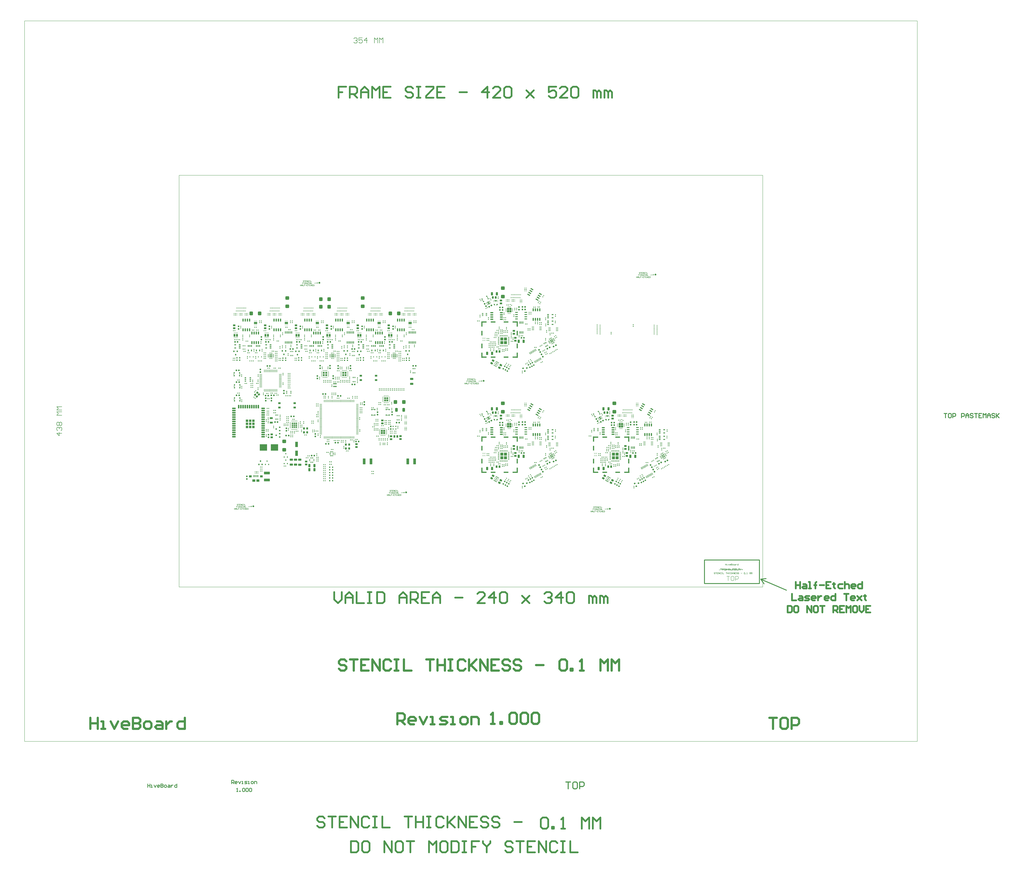
<source format=gtp>
G04*
G04 #@! TF.GenerationSoftware,Altium Limited,Altium Designer,21.2.2 (38)*
G04*
G04 Layer_Color=8421504*
%FSLAX25Y25*%
%MOIN*%
G70*
G04*
G04 #@! TF.SameCoordinates,0448F7F8-B58B-4B03-AB27-B3033358FA6D*
G04*
G04*
G04 #@! TF.FilePolarity,Positive*
G04*
G01*
G75*
%ADD11C,0.02000*%
%ADD19C,0.01000*%
%ADD20C,0.00600*%
G04:AMPARAMS|DCode=28|XSize=20mil|YSize=20mil|CornerRadius=6mil|HoleSize=0mil|Usage=FLASHONLY|Rotation=60.000|XOffset=0mil|YOffset=0mil|HoleType=Round|Shape=RoundedRectangle|*
%AMROUNDEDRECTD28*
21,1,0.02000,0.00800,0,0,60.0*
21,1,0.00800,0.02000,0,0,60.0*
1,1,0.01200,0.00546,0.00146*
1,1,0.01200,0.00146,-0.00546*
1,1,0.01200,-0.00546,-0.00146*
1,1,0.01200,-0.00146,0.00546*
%
%ADD28ROUNDEDRECTD28*%
G04:AMPARAMS|DCode=30|XSize=9.84mil|YSize=23.62mil|CornerRadius=0.98mil|HoleSize=0mil|Usage=FLASHONLY|Rotation=270.000|XOffset=0mil|YOffset=0mil|HoleType=Round|Shape=RoundedRectangle|*
%AMROUNDEDRECTD30*
21,1,0.00984,0.02165,0,0,270.0*
21,1,0.00787,0.02362,0,0,270.0*
1,1,0.00197,-0.01083,-0.00394*
1,1,0.00197,-0.01083,0.00394*
1,1,0.00197,0.01083,0.00394*
1,1,0.00197,0.01083,-0.00394*
%
%ADD30ROUNDEDRECTD30*%
G04:AMPARAMS|DCode=31|XSize=9.84mil|YSize=23.62mil|CornerRadius=0.98mil|HoleSize=0mil|Usage=FLASHONLY|Rotation=360.000|XOffset=0mil|YOffset=0mil|HoleType=Round|Shape=RoundedRectangle|*
%AMROUNDEDRECTD31*
21,1,0.00984,0.02165,0,0,360.0*
21,1,0.00787,0.02362,0,0,360.0*
1,1,0.00197,0.00394,-0.01083*
1,1,0.00197,-0.00394,-0.01083*
1,1,0.00197,-0.00394,0.01083*
1,1,0.00197,0.00394,0.01083*
%
%ADD31ROUNDEDRECTD31*%
G04:AMPARAMS|DCode=32|XSize=71mil|YSize=47mil|CornerRadius=7.99mil|HoleSize=0mil|Usage=FLASHONLY|Rotation=270.000|XOffset=0mil|YOffset=0mil|HoleType=Round|Shape=RoundedRectangle|*
%AMROUNDEDRECTD32*
21,1,0.07100,0.03102,0,0,270.0*
21,1,0.05502,0.04700,0,0,270.0*
1,1,0.01598,-0.01551,-0.02751*
1,1,0.01598,-0.01551,0.02751*
1,1,0.01598,0.01551,0.02751*
1,1,0.01598,0.01551,-0.02751*
%
%ADD32ROUNDEDRECTD32*%
G04:AMPARAMS|DCode=33|XSize=11.81mil|YSize=17.72mil|CornerRadius=1.18mil|HoleSize=0mil|Usage=FLASHONLY|Rotation=300.000|XOffset=0mil|YOffset=0mil|HoleType=Round|Shape=RoundedRectangle|*
%AMROUNDEDRECTD33*
21,1,0.01181,0.01535,0,0,300.0*
21,1,0.00945,0.01772,0,0,300.0*
1,1,0.00236,-0.00429,-0.00793*
1,1,0.00236,-0.00901,0.00025*
1,1,0.00236,0.00429,0.00793*
1,1,0.00236,0.00901,-0.00025*
%
%ADD33ROUNDEDRECTD33*%
G04:AMPARAMS|DCode=38|XSize=20mil|YSize=20mil|CornerRadius=6mil|HoleSize=0mil|Usage=FLASHONLY|Rotation=270.000|XOffset=0mil|YOffset=0mil|HoleType=Round|Shape=RoundedRectangle|*
%AMROUNDEDRECTD38*
21,1,0.02000,0.00800,0,0,270.0*
21,1,0.00800,0.02000,0,0,270.0*
1,1,0.01200,-0.00400,-0.00400*
1,1,0.01200,-0.00400,0.00400*
1,1,0.01200,0.00400,0.00400*
1,1,0.01200,0.00400,-0.00400*
%
%ADD38ROUNDEDRECTD38*%
G04:AMPARAMS|DCode=39|XSize=20mil|YSize=20mil|CornerRadius=6mil|HoleSize=0mil|Usage=FLASHONLY|Rotation=180.000|XOffset=0mil|YOffset=0mil|HoleType=Round|Shape=RoundedRectangle|*
%AMROUNDEDRECTD39*
21,1,0.02000,0.00800,0,0,180.0*
21,1,0.00800,0.02000,0,0,180.0*
1,1,0.01200,-0.00400,0.00400*
1,1,0.01200,0.00400,0.00400*
1,1,0.01200,0.00400,-0.00400*
1,1,0.01200,-0.00400,-0.00400*
%
%ADD39ROUNDEDRECTD39*%
G04:AMPARAMS|DCode=45|XSize=55mil|YSize=43mil|CornerRadius=7.96mil|HoleSize=0mil|Usage=FLASHONLY|Rotation=360.000|XOffset=0mil|YOffset=0mil|HoleType=Round|Shape=RoundedRectangle|*
%AMROUNDEDRECTD45*
21,1,0.05500,0.02709,0,0,360.0*
21,1,0.03909,0.04300,0,0,360.0*
1,1,0.01591,0.01955,-0.01355*
1,1,0.01591,-0.01955,-0.01355*
1,1,0.01591,-0.01955,0.01355*
1,1,0.01591,0.01955,0.01355*
%
%ADD45ROUNDEDRECTD45*%
G04:AMPARAMS|DCode=47|XSize=35mil|YSize=34mil|CornerRadius=5.95mil|HoleSize=0mil|Usage=FLASHONLY|Rotation=300.000|XOffset=0mil|YOffset=0mil|HoleType=Round|Shape=RoundedRectangle|*
%AMROUNDEDRECTD47*
21,1,0.03500,0.02210,0,0,300.0*
21,1,0.02310,0.03400,0,0,300.0*
1,1,0.01190,-0.00380,-0.01553*
1,1,0.01190,-0.01535,0.00448*
1,1,0.01190,0.00380,0.01553*
1,1,0.01190,0.01535,-0.00448*
%
%ADD47ROUNDEDRECTD47*%
G04:AMPARAMS|DCode=50|XSize=20mil|YSize=20mil|CornerRadius=6mil|HoleSize=0mil|Usage=FLASHONLY|Rotation=300.000|XOffset=0mil|YOffset=0mil|HoleType=Round|Shape=RoundedRectangle|*
%AMROUNDEDRECTD50*
21,1,0.02000,0.00800,0,0,300.0*
21,1,0.00800,0.02000,0,0,300.0*
1,1,0.01200,-0.00146,-0.00546*
1,1,0.01200,-0.00546,0.00146*
1,1,0.01200,0.00146,0.00546*
1,1,0.01200,0.00546,-0.00146*
%
%ADD50ROUNDEDRECTD50*%
G04:AMPARAMS|DCode=53|XSize=35mil|YSize=34mil|CornerRadius=5.95mil|HoleSize=0mil|Usage=FLASHONLY|Rotation=30.000|XOffset=0mil|YOffset=0mil|HoleType=Round|Shape=RoundedRectangle|*
%AMROUNDEDRECTD53*
21,1,0.03500,0.02210,0,0,30.0*
21,1,0.02310,0.03400,0,0,30.0*
1,1,0.01190,0.01553,-0.00380*
1,1,0.01190,-0.00448,-0.01535*
1,1,0.01190,-0.01553,0.00380*
1,1,0.01190,0.00448,0.01535*
%
%ADD53ROUNDEDRECTD53*%
G04:AMPARAMS|DCode=57|XSize=20mil|YSize=20mil|CornerRadius=6mil|HoleSize=0mil|Usage=FLASHONLY|Rotation=150.000|XOffset=0mil|YOffset=0mil|HoleType=Round|Shape=RoundedRectangle|*
%AMROUNDEDRECTD57*
21,1,0.02000,0.00800,0,0,150.0*
21,1,0.00800,0.02000,0,0,150.0*
1,1,0.01200,-0.00146,0.00546*
1,1,0.01200,0.00546,0.00146*
1,1,0.01200,0.00146,-0.00546*
1,1,0.01200,-0.00546,-0.00146*
%
%ADD57ROUNDEDRECTD57*%
G04:AMPARAMS|DCode=59|XSize=20mil|YSize=20mil|CornerRadius=6mil|HoleSize=0mil|Usage=FLASHONLY|Rotation=210.000|XOffset=0mil|YOffset=0mil|HoleType=Round|Shape=RoundedRectangle|*
%AMROUNDEDRECTD59*
21,1,0.02000,0.00800,0,0,210.0*
21,1,0.00800,0.02000,0,0,210.0*
1,1,0.01200,-0.00546,0.00146*
1,1,0.01200,0.00146,0.00546*
1,1,0.01200,0.00546,-0.00146*
1,1,0.01200,-0.00146,-0.00546*
%
%ADD59ROUNDEDRECTD59*%
G04:AMPARAMS|DCode=60|XSize=55mil|YSize=43mil|CornerRadius=7.96mil|HoleSize=0mil|Usage=FLASHONLY|Rotation=270.000|XOffset=0mil|YOffset=0mil|HoleType=Round|Shape=RoundedRectangle|*
%AMROUNDEDRECTD60*
21,1,0.05500,0.02709,0,0,270.0*
21,1,0.03909,0.04300,0,0,270.0*
1,1,0.01591,-0.01355,-0.01955*
1,1,0.01591,-0.01355,0.01955*
1,1,0.01591,0.01355,0.01955*
1,1,0.01591,0.01355,-0.01955*
%
%ADD60ROUNDEDRECTD60*%
G04:AMPARAMS|DCode=61|XSize=27.56mil|YSize=13.78mil|CornerRadius=1.38mil|HoleSize=0mil|Usage=FLASHONLY|Rotation=300.000|XOffset=0mil|YOffset=0mil|HoleType=Round|Shape=RoundedRectangle|*
%AMROUNDEDRECTD61*
21,1,0.02756,0.01102,0,0,300.0*
21,1,0.02480,0.01378,0,0,300.0*
1,1,0.00276,0.00143,-0.01350*
1,1,0.00276,-0.01097,0.00798*
1,1,0.00276,-0.00143,0.01350*
1,1,0.00276,0.01097,-0.00798*
%
%ADD61ROUNDEDRECTD61*%
G04:AMPARAMS|DCode=62|XSize=23.62mil|YSize=25.59mil|CornerRadius=2.36mil|HoleSize=0mil|Usage=FLASHONLY|Rotation=300.000|XOffset=0mil|YOffset=0mil|HoleType=Round|Shape=RoundedRectangle|*
%AMROUNDEDRECTD62*
21,1,0.02362,0.02087,0,0,300.0*
21,1,0.01890,0.02559,0,0,300.0*
1,1,0.00472,-0.00431,-0.01340*
1,1,0.00472,-0.01376,0.00297*
1,1,0.00472,0.00431,0.01340*
1,1,0.00472,0.01376,-0.00297*
%
%ADD62ROUNDEDRECTD62*%
G04:AMPARAMS|DCode=65|XSize=35mil|YSize=34mil|CornerRadius=5.95mil|HoleSize=0mil|Usage=FLASHONLY|Rotation=90.000|XOffset=0mil|YOffset=0mil|HoleType=Round|Shape=RoundedRectangle|*
%AMROUNDEDRECTD65*
21,1,0.03500,0.02210,0,0,90.0*
21,1,0.02310,0.03400,0,0,90.0*
1,1,0.01190,0.01105,0.01155*
1,1,0.01190,0.01105,-0.01155*
1,1,0.01190,-0.01105,-0.01155*
1,1,0.01190,-0.01105,0.01155*
%
%ADD65ROUNDEDRECTD65*%
G04:AMPARAMS|DCode=67|XSize=35mil|YSize=34mil|CornerRadius=5.95mil|HoleSize=0mil|Usage=FLASHONLY|Rotation=180.000|XOffset=0mil|YOffset=0mil|HoleType=Round|Shape=RoundedRectangle|*
%AMROUNDEDRECTD67*
21,1,0.03500,0.02210,0,0,180.0*
21,1,0.02310,0.03400,0,0,180.0*
1,1,0.01190,-0.01155,0.01105*
1,1,0.01190,0.01155,0.01105*
1,1,0.01190,0.01155,-0.01105*
1,1,0.01190,-0.01155,-0.01105*
%
%ADD67ROUNDEDRECTD67*%
G04:AMPARAMS|DCode=71|XSize=7.87mil|YSize=22.24mil|CornerRadius=1.18mil|HoleSize=0mil|Usage=FLASHONLY|Rotation=360.000|XOffset=0mil|YOffset=0mil|HoleType=Round|Shape=RoundedRectangle|*
%AMROUNDEDRECTD71*
21,1,0.00787,0.01988,0,0,360.0*
21,1,0.00551,0.02224,0,0,360.0*
1,1,0.00236,0.00276,-0.00994*
1,1,0.00236,-0.00276,-0.00994*
1,1,0.00236,-0.00276,0.00994*
1,1,0.00236,0.00276,0.00994*
%
%ADD71ROUNDEDRECTD71*%
G04:AMPARAMS|DCode=73|XSize=7.87mil|YSize=22.24mil|CornerRadius=1.18mil|HoleSize=0mil|Usage=FLASHONLY|Rotation=90.000|XOffset=0mil|YOffset=0mil|HoleType=Round|Shape=RoundedRectangle|*
%AMROUNDEDRECTD73*
21,1,0.00787,0.01988,0,0,90.0*
21,1,0.00551,0.02224,0,0,90.0*
1,1,0.00236,0.00994,0.00276*
1,1,0.00236,0.00994,-0.00276*
1,1,0.00236,-0.00994,-0.00276*
1,1,0.00236,-0.00994,0.00276*
%
%ADD73ROUNDEDRECTD73*%
G04:AMPARAMS|DCode=77|XSize=55mil|YSize=43mil|CornerRadius=7.96mil|HoleSize=0mil|Usage=FLASHONLY|Rotation=150.000|XOffset=0mil|YOffset=0mil|HoleType=Round|Shape=RoundedRectangle|*
%AMROUNDEDRECTD77*
21,1,0.05500,0.02709,0,0,150.0*
21,1,0.03909,0.04300,0,0,150.0*
1,1,0.01591,-0.01015,0.02150*
1,1,0.01591,0.02370,0.00196*
1,1,0.01591,0.01015,-0.02150*
1,1,0.01591,-0.02370,-0.00196*
%
%ADD77ROUNDEDRECTD77*%
%ADD88C,0.00500*%
G04:AMPARAMS|DCode=107|XSize=23.62mil|YSize=9.45mil|CornerRadius=0.47mil|HoleSize=0mil|Usage=FLASHONLY|Rotation=270.000|XOffset=0mil|YOffset=0mil|HoleType=Round|Shape=RoundedRectangle|*
%AMROUNDEDRECTD107*
21,1,0.02362,0.00850,0,0,270.0*
21,1,0.02268,0.00945,0,0,270.0*
1,1,0.00094,-0.00425,-0.01134*
1,1,0.00094,-0.00425,0.01134*
1,1,0.00094,0.00425,0.01134*
1,1,0.00094,0.00425,-0.01134*
%
%ADD107ROUNDEDRECTD107*%
G04:AMPARAMS|DCode=108|XSize=23.62mil|YSize=9.45mil|CornerRadius=0.47mil|HoleSize=0mil|Usage=FLASHONLY|Rotation=180.000|XOffset=0mil|YOffset=0mil|HoleType=Round|Shape=RoundedRectangle|*
%AMROUNDEDRECTD108*
21,1,0.02362,0.00850,0,0,180.0*
21,1,0.02268,0.00945,0,0,180.0*
1,1,0.00094,-0.01134,0.00425*
1,1,0.00094,0.01134,0.00425*
1,1,0.00094,0.01134,-0.00425*
1,1,0.00094,-0.01134,-0.00425*
%
%ADD108ROUNDEDRECTD108*%
%ADD126O,0.03150X0.00984*%
%ADD127O,0.00984X0.03150*%
G04:AMPARAMS|DCode=130|XSize=9.84mil|YSize=33.47mil|CornerRadius=2.46mil|HoleSize=0mil|Usage=FLASHONLY|Rotation=360.000|XOffset=0mil|YOffset=0mil|HoleType=Round|Shape=RoundedRectangle|*
%AMROUNDEDRECTD130*
21,1,0.00984,0.02854,0,0,360.0*
21,1,0.00492,0.03347,0,0,360.0*
1,1,0.00492,0.00246,-0.01427*
1,1,0.00492,-0.00246,-0.01427*
1,1,0.00492,-0.00246,0.01427*
1,1,0.00492,0.00246,0.01427*
%
%ADD130ROUNDEDRECTD130*%
G04:AMPARAMS|DCode=131|XSize=9.84mil|YSize=33.47mil|CornerRadius=2.46mil|HoleSize=0mil|Usage=FLASHONLY|Rotation=90.000|XOffset=0mil|YOffset=0mil|HoleType=Round|Shape=RoundedRectangle|*
%AMROUNDEDRECTD131*
21,1,0.00984,0.02854,0,0,90.0*
21,1,0.00492,0.03347,0,0,90.0*
1,1,0.00492,0.01427,0.00246*
1,1,0.00492,0.01427,-0.00246*
1,1,0.00492,-0.01427,-0.00246*
1,1,0.00492,-0.01427,0.00246*
%
%ADD131ROUNDEDRECTD131*%
G04:AMPARAMS|DCode=138|XSize=23.62mil|YSize=25.59mil|CornerRadius=2.36mil|HoleSize=0mil|Usage=FLASHONLY|Rotation=270.000|XOffset=0mil|YOffset=0mil|HoleType=Round|Shape=RoundedRectangle|*
%AMROUNDEDRECTD138*
21,1,0.02362,0.02087,0,0,270.0*
21,1,0.01890,0.02559,0,0,270.0*
1,1,0.00472,-0.01043,-0.00945*
1,1,0.00472,-0.01043,0.00945*
1,1,0.00472,0.01043,0.00945*
1,1,0.00472,0.01043,-0.00945*
%
%ADD138ROUNDEDRECTD138*%
G04:AMPARAMS|DCode=139|XSize=27.56mil|YSize=13.78mil|CornerRadius=1.38mil|HoleSize=0mil|Usage=FLASHONLY|Rotation=90.000|XOffset=0mil|YOffset=0mil|HoleType=Round|Shape=RoundedRectangle|*
%AMROUNDEDRECTD139*
21,1,0.02756,0.01102,0,0,90.0*
21,1,0.02480,0.01378,0,0,90.0*
1,1,0.00276,0.00551,0.01240*
1,1,0.00276,0.00551,-0.01240*
1,1,0.00276,-0.00551,-0.01240*
1,1,0.00276,-0.00551,0.01240*
%
%ADD139ROUNDEDRECTD139*%
%ADD142R,0.16700X0.15000*%
G04:AMPARAMS|DCode=149|XSize=71mil|YSize=47mil|CornerRadius=7.99mil|HoleSize=0mil|Usage=FLASHONLY|Rotation=180.000|XOffset=0mil|YOffset=0mil|HoleType=Round|Shape=RoundedRectangle|*
%AMROUNDEDRECTD149*
21,1,0.07100,0.03102,0,0,180.0*
21,1,0.05502,0.04700,0,0,180.0*
1,1,0.01598,-0.02751,0.01551*
1,1,0.01598,0.02751,0.01551*
1,1,0.01598,0.02751,-0.01551*
1,1,0.01598,-0.02751,-0.01551*
%
%ADD149ROUNDEDRECTD149*%
G04:AMPARAMS|DCode=150|XSize=20mil|YSize=20mil|CornerRadius=6mil|HoleSize=0mil|Usage=FLASHONLY|Rotation=45.000|XOffset=0mil|YOffset=0mil|HoleType=Round|Shape=RoundedRectangle|*
%AMROUNDEDRECTD150*
21,1,0.02000,0.00800,0,0,45.0*
21,1,0.00800,0.02000,0,0,45.0*
1,1,0.01200,0.00566,0.00000*
1,1,0.01200,0.00000,-0.00566*
1,1,0.01200,-0.00566,0.00000*
1,1,0.01200,0.00000,0.00566*
%
%ADD150ROUNDEDRECTD150*%
G04:AMPARAMS|DCode=151|XSize=20mil|YSize=20mil|CornerRadius=6mil|HoleSize=0mil|Usage=FLASHONLY|Rotation=135.000|XOffset=0mil|YOffset=0mil|HoleType=Round|Shape=RoundedRectangle|*
%AMROUNDEDRECTD151*
21,1,0.02000,0.00800,0,0,135.0*
21,1,0.00800,0.02000,0,0,135.0*
1,1,0.01200,0.00000,0.00566*
1,1,0.01200,0.00566,0.00000*
1,1,0.01200,0.00000,-0.00566*
1,1,0.01200,-0.00566,0.00000*
%
%ADD151ROUNDEDRECTD151*%
G04:AMPARAMS|DCode=153|XSize=27.56mil|YSize=13.78mil|CornerRadius=1.38mil|HoleSize=0mil|Usage=FLASHONLY|Rotation=360.000|XOffset=0mil|YOffset=0mil|HoleType=Round|Shape=RoundedRectangle|*
%AMROUNDEDRECTD153*
21,1,0.02756,0.01102,0,0,360.0*
21,1,0.02480,0.01378,0,0,360.0*
1,1,0.00276,0.01240,-0.00551*
1,1,0.00276,-0.01240,-0.00551*
1,1,0.00276,-0.01240,0.00551*
1,1,0.00276,0.01240,0.00551*
%
%ADD153ROUNDEDRECTD153*%
G04:AMPARAMS|DCode=154|XSize=23.62mil|YSize=25.59mil|CornerRadius=2.36mil|HoleSize=0mil|Usage=FLASHONLY|Rotation=360.000|XOffset=0mil|YOffset=0mil|HoleType=Round|Shape=RoundedRectangle|*
%AMROUNDEDRECTD154*
21,1,0.02362,0.02087,0,0,360.0*
21,1,0.01890,0.02559,0,0,360.0*
1,1,0.00472,0.00945,-0.01043*
1,1,0.00472,-0.00945,-0.01043*
1,1,0.00472,-0.00945,0.01043*
1,1,0.00472,0.00945,0.01043*
%
%ADD154ROUNDEDRECTD154*%
%ADD278C,0.02362*%
%ADD283C,0.01575*%
%ADD288C,0.03937*%
%ADD289C,0.05000*%
%ADD290R,0.04528X0.04528*%
%ADD291P,0.03897X4X75.0*%
%ADD292P,0.03897X4X345.0*%
%ADD293R,0.01181X0.00787*%
%ADD294R,0.01417X0.02224*%
%ADD295R,0.02224X0.01417*%
%ADD296R,0.06890X0.06890*%
%ADD297R,0.04232X0.04232*%
%ADD298R,0.04331X0.06299*%
%ADD299R,0.02756X0.02756*%
%ADD300R,0.03543X0.03543*%
%ADD301R,0.04331X0.04331*%
%ADD302R,0.00984X0.02559*%
%ADD303R,0.12205X0.03150*%
%ADD304R,0.03150X0.12205*%
%ADD305R,0.10630X0.03150*%
%ADD306R,0.03150X0.10630*%
G04:AMPARAMS|DCode=307|XSize=29.53mil|YSize=33.47mil|CornerRadius=0mil|HoleSize=0mil|Usage=FLASHONLY|Rotation=120.000|XOffset=0mil|YOffset=0mil|HoleType=Round|Shape=Rectangle|*
%AMROTATEDRECTD307*
4,1,4,0.02187,-0.00442,-0.00711,-0.02115,-0.02187,0.00442,0.00711,0.02115,0.02187,-0.00442,0.0*
%
%ADD307ROTATEDRECTD307*%

G04:AMPARAMS|DCode=308|XSize=23.62mil|YSize=66.93mil|CornerRadius=2.85mil|HoleSize=0mil|Usage=FLASHONLY|Rotation=240.000|XOffset=0mil|YOffset=0mil|HoleType=Round|Shape=RoundedRectangle|*
%AMROUNDEDRECTD308*
21,1,0.02362,0.06122,0,0,240.0*
21,1,0.01791,0.06693,0,0,240.0*
1,1,0.00571,-0.03099,0.00755*
1,1,0.00571,-0.02203,0.02306*
1,1,0.00571,0.03099,-0.00755*
1,1,0.00571,0.02203,-0.02306*
%
%ADD308ROUNDEDRECTD308*%
G04:AMPARAMS|DCode=309|XSize=9.84mil|YSize=55.12mil|CornerRadius=0.79mil|HoleSize=0mil|Usage=FLASHONLY|Rotation=270.000|XOffset=0mil|YOffset=0mil|HoleType=Round|Shape=RoundedRectangle|*
%AMROUNDEDRECTD309*
21,1,0.00984,0.05354,0,0,270.0*
21,1,0.00827,0.05512,0,0,270.0*
1,1,0.00158,-0.02677,-0.00413*
1,1,0.00158,-0.02677,0.00413*
1,1,0.00158,0.02677,0.00413*
1,1,0.00158,0.02677,-0.00413*
%
%ADD309ROUNDEDRECTD309*%
G04:AMPARAMS|DCode=310|XSize=11.81mil|YSize=51.18mil|CornerRadius=0.39mil|HoleSize=0mil|Usage=FLASHONLY|Rotation=30.000|XOffset=0mil|YOffset=0mil|HoleType=Round|Shape=RoundedRectangle|*
%AMROUNDEDRECTD310*
21,1,0.01181,0.05039,0,0,30.0*
21,1,0.01102,0.05118,0,0,30.0*
1,1,0.00079,0.01737,-0.01907*
1,1,0.00079,0.00783,-0.02458*
1,1,0.00079,-0.01737,0.01907*
1,1,0.00079,-0.00783,0.02458*
%
%ADD310ROUNDEDRECTD310*%
G04:AMPARAMS|DCode=311|XSize=7.87mil|YSize=25.59mil|CornerRadius=0mil|HoleSize=0mil|Usage=FLASHONLY|Rotation=30.000|XOffset=0mil|YOffset=0mil|HoleType=Round|Shape=RoundedRectangle|*
%AMROUNDEDRECTD311*
21,1,0.00787,0.02559,0,0,30.0*
21,1,0.00787,0.02559,0,0,30.0*
1,1,0.00000,0.00981,-0.00911*
1,1,0.00000,0.00299,-0.01305*
1,1,0.00000,-0.00981,0.00911*
1,1,0.00000,-0.00299,0.01305*
%
%ADD311ROUNDEDRECTD311*%
G04:AMPARAMS|DCode=312|XSize=13.78mil|YSize=29.53mil|CornerRadius=0.59mil|HoleSize=0mil|Usage=FLASHONLY|Rotation=30.000|XOffset=0mil|YOffset=0mil|HoleType=Round|Shape=RoundedRectangle|*
%AMROUNDEDRECTD312*
21,1,0.01378,0.02835,0,0,30.0*
21,1,0.01260,0.02953,0,0,30.0*
1,1,0.00118,0.01254,-0.00913*
1,1,0.00118,0.00163,-0.01542*
1,1,0.00118,-0.01254,0.00913*
1,1,0.00118,-0.00163,0.01542*
%
%ADD312ROUNDEDRECTD312*%
G04:AMPARAMS|DCode=313|XSize=9.06mil|YSize=25.59mil|CornerRadius=0mil|HoleSize=0mil|Usage=FLASHONLY|Rotation=30.000|XOffset=0mil|YOffset=0mil|HoleType=Round|Shape=RoundedRectangle|*
%AMROUNDEDRECTD313*
21,1,0.00906,0.02559,0,0,30.0*
21,1,0.00906,0.02559,0,0,30.0*
1,1,0.00000,0.01032,-0.00882*
1,1,0.00000,0.00248,-0.01335*
1,1,0.00000,-0.01032,0.00882*
1,1,0.00000,-0.00248,0.01335*
%
%ADD313ROUNDEDRECTD313*%
G04:AMPARAMS|DCode=314|XSize=9.06mil|YSize=25.59mil|CornerRadius=0mil|HoleSize=0mil|Usage=FLASHONLY|Rotation=300.000|XOffset=0mil|YOffset=0mil|HoleType=Round|Shape=RoundedRectangle|*
%AMROUNDEDRECTD314*
21,1,0.00906,0.02559,0,0,300.0*
21,1,0.00906,0.02559,0,0,300.0*
1,1,0.00000,-0.00882,-0.01032*
1,1,0.00000,-0.01335,-0.00248*
1,1,0.00000,0.00882,0.01032*
1,1,0.00000,0.01335,0.00248*
%
%ADD314ROUNDEDRECTD314*%
%ADD315P,0.04176X4X195.0*%
%ADD316R,0.01181X0.00886*%
%ADD317R,0.01181X0.00394*%
G04:AMPARAMS|DCode=318|XSize=19.68mil|YSize=37.4mil|CornerRadius=1.18mil|HoleSize=0mil|Usage=FLASHONLY|Rotation=90.000|XOffset=0mil|YOffset=0mil|HoleType=Round|Shape=RoundedRectangle|*
%AMROUNDEDRECTD318*
21,1,0.01968,0.03504,0,0,90.0*
21,1,0.01732,0.03740,0,0,90.0*
1,1,0.00236,0.01752,0.00866*
1,1,0.00236,0.01752,-0.00866*
1,1,0.00236,-0.01752,-0.00866*
1,1,0.00236,-0.01752,0.00866*
%
%ADD318ROUNDEDRECTD318*%
G04:AMPARAMS|DCode=319|XSize=21.65mil|YSize=61.02mil|CornerRadius=1.38mil|HoleSize=0mil|Usage=FLASHONLY|Rotation=90.000|XOffset=0mil|YOffset=0mil|HoleType=Round|Shape=RoundedRectangle|*
%AMROUNDEDRECTD319*
21,1,0.02165,0.05827,0,0,90.0*
21,1,0.01890,0.06102,0,0,90.0*
1,1,0.00276,0.02913,0.00945*
1,1,0.00276,0.02913,-0.00945*
1,1,0.00276,-0.02913,-0.00945*
1,1,0.00276,-0.02913,0.00945*
%
%ADD319ROUNDEDRECTD319*%
G04:AMPARAMS|DCode=320|XSize=13.78mil|YSize=33.47mil|CornerRadius=0mil|HoleSize=0mil|Usage=FLASHONLY|Rotation=270.000|XOffset=0mil|YOffset=0mil|HoleType=Round|Shape=RoundedRectangle|*
%AMROUNDEDRECTD320*
21,1,0.01378,0.03347,0,0,270.0*
21,1,0.01378,0.03347,0,0,270.0*
1,1,0.00000,-0.01673,-0.00689*
1,1,0.00000,-0.01673,0.00689*
1,1,0.00000,0.01673,0.00689*
1,1,0.00000,0.01673,-0.00689*
%
%ADD320ROUNDEDRECTD320*%
G04:AMPARAMS|DCode=321|XSize=23.62mil|YSize=66.93mil|CornerRadius=2.85mil|HoleSize=0mil|Usage=FLASHONLY|Rotation=270.000|XOffset=0mil|YOffset=0mil|HoleType=Round|Shape=RoundedRectangle|*
%AMROUNDEDRECTD321*
21,1,0.02362,0.06122,0,0,270.0*
21,1,0.01791,0.06693,0,0,270.0*
1,1,0.00571,-0.03061,-0.00896*
1,1,0.00571,-0.03061,0.00896*
1,1,0.00571,0.03061,0.00896*
1,1,0.00571,0.03061,-0.00896*
%
%ADD321ROUNDEDRECTD321*%
G04:AMPARAMS|DCode=322|XSize=87.01mil|YSize=83.07mil|CornerRadius=20.28mil|HoleSize=0mil|Usage=FLASHONLY|Rotation=180.000|XOffset=0mil|YOffset=0mil|HoleType=Round|Shape=RoundedRectangle|*
%AMROUNDEDRECTD322*
21,1,0.08701,0.04252,0,0,180.0*
21,1,0.04646,0.08307,0,0,180.0*
1,1,0.04055,-0.02323,0.02126*
1,1,0.04055,0.02323,0.02126*
1,1,0.04055,0.02323,-0.02126*
1,1,0.04055,-0.02323,-0.02126*
%
%ADD322ROUNDEDRECTD322*%
%ADD323P,0.04176X4X255.0*%
G04:AMPARAMS|DCode=324|XSize=13.78mil|YSize=55.12mil|CornerRadius=0mil|HoleSize=0mil|Usage=FLASHONLY|Rotation=360.000|XOffset=0mil|YOffset=0mil|HoleType=Round|Shape=RoundedRectangle|*
%AMROUNDEDRECTD324*
21,1,0.01378,0.05512,0,0,360.0*
21,1,0.01378,0.05512,0,0,360.0*
1,1,0.00000,0.00689,-0.02756*
1,1,0.00000,-0.00689,-0.02756*
1,1,0.00000,-0.00689,0.02756*
1,1,0.00000,0.00689,0.02756*
%
%ADD324ROUNDEDRECTD324*%
G04:AMPARAMS|DCode=325|XSize=23.62mil|YSize=66.93mil|CornerRadius=2.85mil|HoleSize=0mil|Usage=FLASHONLY|Rotation=360.000|XOffset=0mil|YOffset=0mil|HoleType=Round|Shape=RoundedRectangle|*
%AMROUNDEDRECTD325*
21,1,0.02362,0.06122,0,0,360.0*
21,1,0.01791,0.06693,0,0,360.0*
1,1,0.00571,0.00896,-0.03061*
1,1,0.00571,-0.00896,-0.03061*
1,1,0.00571,-0.00896,0.03061*
1,1,0.00571,0.00896,0.03061*
%
%ADD325ROUNDEDRECTD325*%
G04:AMPARAMS|DCode=326|XSize=29.53mil|YSize=9.84mil|CornerRadius=0.2mil|HoleSize=0mil|Usage=FLASHONLY|Rotation=90.000|XOffset=0mil|YOffset=0mil|HoleType=Round|Shape=RoundedRectangle|*
%AMROUNDEDRECTD326*
21,1,0.02953,0.00945,0,0,90.0*
21,1,0.02913,0.00984,0,0,90.0*
1,1,0.00039,0.00472,0.01457*
1,1,0.00039,0.00472,-0.01457*
1,1,0.00039,-0.00472,-0.01457*
1,1,0.00039,-0.00472,0.01457*
%
%ADD326ROUNDEDRECTD326*%
G04:AMPARAMS|DCode=327|XSize=35.43mil|YSize=6.69mil|CornerRadius=0mil|HoleSize=0mil|Usage=FLASHONLY|Rotation=270.000|XOffset=0mil|YOffset=0mil|HoleType=Round|Shape=RoundedRectangle|*
%AMROUNDEDRECTD327*
21,1,0.03543,0.00669,0,0,270.0*
21,1,0.03543,0.00669,0,0,270.0*
1,1,0.00000,-0.00335,-0.01772*
1,1,0.00000,-0.00335,0.01772*
1,1,0.00000,0.00335,0.01772*
1,1,0.00000,0.00335,-0.01772*
%
%ADD327ROUNDEDRECTD327*%
G04:AMPARAMS|DCode=328|XSize=35.43mil|YSize=6.69mil|CornerRadius=0mil|HoleSize=0mil|Usage=FLASHONLY|Rotation=360.000|XOffset=0mil|YOffset=0mil|HoleType=Round|Shape=RoundedRectangle|*
%AMROUNDEDRECTD328*
21,1,0.03543,0.00669,0,0,360.0*
21,1,0.03543,0.00669,0,0,360.0*
1,1,0.00000,0.01772,-0.00335*
1,1,0.00000,-0.01772,-0.00335*
1,1,0.00000,-0.01772,0.00335*
1,1,0.00000,0.01772,0.00335*
%
%ADD328ROUNDEDRECTD328*%
%ADD329R,0.02559X0.00984*%
G04:AMPARAMS|DCode=330|XSize=29.53mil|YSize=13.78mil|CornerRadius=0.59mil|HoleSize=0mil|Usage=FLASHONLY|Rotation=270.000|XOffset=0mil|YOffset=0mil|HoleType=Round|Shape=RoundedRectangle|*
%AMROUNDEDRECTD330*
21,1,0.02953,0.01260,0,0,270.0*
21,1,0.02835,0.01378,0,0,270.0*
1,1,0.00118,-0.00630,-0.01417*
1,1,0.00118,-0.00630,0.01417*
1,1,0.00118,0.00630,0.01417*
1,1,0.00118,0.00630,-0.01417*
%
%ADD330ROUNDEDRECTD330*%
%ADD331R,0.05709X0.04134*%
%ADD332R,0.02953X0.03347*%
G04:AMPARAMS|DCode=333|XSize=50.39mil|YSize=50.39mil|CornerRadius=0mil|HoleSize=0mil|Usage=FLASHONLY|Rotation=360.000|XOffset=0mil|YOffset=0mil|HoleType=Round|Shape=RoundedRectangle|*
%AMROUNDEDRECTD333*
21,1,0.05039,0.05039,0,0,360.0*
21,1,0.05039,0.05039,0,0,360.0*
1,1,0.00000,0.02520,-0.02520*
1,1,0.00000,-0.02520,-0.02520*
1,1,0.00000,-0.02520,0.02520*
1,1,0.00000,0.02520,0.02520*
%
%ADD333ROUNDEDRECTD333*%
G04:AMPARAMS|DCode=334|XSize=33.47mil|YSize=76.77mil|CornerRadius=2.56mil|HoleSize=0mil|Usage=FLASHONLY|Rotation=270.000|XOffset=0mil|YOffset=0mil|HoleType=Round|Shape=RoundedRectangle|*
%AMROUNDEDRECTD334*
21,1,0.03347,0.07165,0,0,270.0*
21,1,0.02835,0.07677,0,0,270.0*
1,1,0.00512,-0.03583,-0.01417*
1,1,0.00512,-0.03583,0.01417*
1,1,0.00512,0.03583,0.01417*
1,1,0.00512,0.03583,-0.01417*
%
%ADD334ROUNDEDRECTD334*%
G04:AMPARAMS|DCode=335|XSize=76.77mil|YSize=33.47mil|CornerRadius=2.56mil|HoleSize=0mil|Usage=FLASHONLY|Rotation=180.000|XOffset=0mil|YOffset=0mil|HoleType=Round|Shape=RoundedRectangle|*
%AMROUNDEDRECTD335*
21,1,0.07677,0.02835,0,0,180.0*
21,1,0.07165,0.03347,0,0,180.0*
1,1,0.00512,-0.03583,0.01417*
1,1,0.00512,0.03583,0.01417*
1,1,0.00512,0.03583,-0.01417*
1,1,0.00512,-0.03583,-0.01417*
%
%ADD335ROUNDEDRECTD335*%
G04:AMPARAMS|DCode=336|XSize=76.77mil|YSize=33.47mil|CornerRadius=2.56mil|HoleSize=0mil|Usage=FLASHONLY|Rotation=270.000|XOffset=0mil|YOffset=0mil|HoleType=Round|Shape=RoundedRectangle|*
%AMROUNDEDRECTD336*
21,1,0.07677,0.02835,0,0,270.0*
21,1,0.07165,0.03347,0,0,270.0*
1,1,0.00512,-0.01417,-0.03583*
1,1,0.00512,-0.01417,0.03583*
1,1,0.00512,0.01417,0.03583*
1,1,0.00512,0.01417,-0.03583*
%
%ADD336ROUNDEDRECTD336*%
%ADD337R,0.01772X0.02756*%
G04:AMPARAMS|DCode=338|XSize=41.34mil|YSize=45.28mil|CornerRadius=3.35mil|HoleSize=0mil|Usage=FLASHONLY|Rotation=315.000|XOffset=0mil|YOffset=0mil|HoleType=Round|Shape=RoundedRectangle|*
%AMROUNDEDRECTD338*
21,1,0.04134,0.03858,0,0,315.0*
21,1,0.03465,0.04528,0,0,315.0*
1,1,0.00669,-0.00139,-0.02589*
1,1,0.00669,-0.02589,-0.00139*
1,1,0.00669,0.00139,0.02589*
1,1,0.00669,0.02589,0.00139*
%
%ADD338ROUNDEDRECTD338*%
G04:AMPARAMS|DCode=339|XSize=23.62mil|YSize=31.5mil|CornerRadius=0.3mil|HoleSize=0mil|Usage=FLASHONLY|Rotation=270.000|XOffset=0mil|YOffset=0mil|HoleType=Round|Shape=RoundedRectangle|*
%AMROUNDEDRECTD339*
21,1,0.02362,0.03091,0,0,270.0*
21,1,0.02303,0.03150,0,0,270.0*
1,1,0.00059,-0.01545,-0.01152*
1,1,0.00059,-0.01545,0.01152*
1,1,0.00059,0.01545,0.01152*
1,1,0.00059,0.01545,-0.01152*
%
%ADD339ROUNDEDRECTD339*%
G04:AMPARAMS|DCode=340|XSize=39.37mil|YSize=47.24mil|CornerRadius=0.2mil|HoleSize=0mil|Usage=FLASHONLY|Rotation=180.000|XOffset=0mil|YOffset=0mil|HoleType=Round|Shape=RoundedRectangle|*
%AMROUNDEDRECTD340*
21,1,0.03937,0.04685,0,0,180.0*
21,1,0.03898,0.04724,0,0,180.0*
1,1,0.00039,-0.01949,0.02343*
1,1,0.00039,0.01949,0.02343*
1,1,0.00039,0.01949,-0.02343*
1,1,0.00039,-0.01949,-0.02343*
%
%ADD340ROUNDEDRECTD340*%
G04:AMPARAMS|DCode=341|XSize=68.9mil|YSize=37.4mil|CornerRadius=2.95mil|HoleSize=0mil|Usage=FLASHONLY|Rotation=180.000|XOffset=0mil|YOffset=0mil|HoleType=Round|Shape=RoundedRectangle|*
%AMROUNDEDRECTD341*
21,1,0.06890,0.03150,0,0,180.0*
21,1,0.06299,0.03740,0,0,180.0*
1,1,0.00591,-0.03150,0.01575*
1,1,0.00591,0.03150,0.01575*
1,1,0.00591,0.03150,-0.01575*
1,1,0.00591,-0.03150,-0.01575*
%
%ADD341ROUNDEDRECTD341*%
%ADD342R,0.02362X0.03150*%
G04:AMPARAMS|DCode=343|XSize=29.53mil|YSize=13.78mil|CornerRadius=0.59mil|HoleSize=0mil|Usage=FLASHONLY|Rotation=360.000|XOffset=0mil|YOffset=0mil|HoleType=Round|Shape=RoundedRectangle|*
%AMROUNDEDRECTD343*
21,1,0.02953,0.01260,0,0,360.0*
21,1,0.02835,0.01378,0,0,360.0*
1,1,0.00118,0.01417,-0.00630*
1,1,0.00118,-0.01417,-0.00630*
1,1,0.00118,-0.01417,0.00630*
1,1,0.00118,0.01417,0.00630*
%
%ADD343ROUNDEDRECTD343*%
G04:AMPARAMS|DCode=344|XSize=9.84mil|YSize=19.29mil|CornerRadius=0.2mil|HoleSize=0mil|Usage=FLASHONLY|Rotation=180.000|XOffset=0mil|YOffset=0mil|HoleType=Round|Shape=RoundedRectangle|*
%AMROUNDEDRECTD344*
21,1,0.00984,0.01890,0,0,180.0*
21,1,0.00945,0.01929,0,0,180.0*
1,1,0.00039,-0.00472,0.00945*
1,1,0.00039,0.00472,0.00945*
1,1,0.00039,0.00472,-0.00945*
1,1,0.00039,-0.00472,-0.00945*
%
%ADD344ROUNDEDRECTD344*%
G04:AMPARAMS|DCode=345|XSize=14.57mil|YSize=21.65mil|CornerRadius=0.67mil|HoleSize=0mil|Usage=FLASHONLY|Rotation=270.000|XOffset=0mil|YOffset=0mil|HoleType=Round|Shape=RoundedRectangle|*
%AMROUNDEDRECTD345*
21,1,0.01457,0.02032,0,0,270.0*
21,1,0.01323,0.02165,0,0,270.0*
1,1,0.00134,-0.01016,-0.00661*
1,1,0.00134,-0.01016,0.00661*
1,1,0.00134,0.01016,0.00661*
1,1,0.00134,0.01016,-0.00661*
%
%ADD345ROUNDEDRECTD345*%
G04:AMPARAMS|DCode=346|XSize=14.57mil|YSize=21.65mil|CornerRadius=0.67mil|HoleSize=0mil|Usage=FLASHONLY|Rotation=360.000|XOffset=0mil|YOffset=0mil|HoleType=Round|Shape=RoundedRectangle|*
%AMROUNDEDRECTD346*
21,1,0.01457,0.02032,0,0,360.0*
21,1,0.01323,0.02165,0,0,360.0*
1,1,0.00134,0.00661,-0.01016*
1,1,0.00134,-0.00661,-0.01016*
1,1,0.00134,-0.00661,0.01016*
1,1,0.00134,0.00661,0.01016*
%
%ADD346ROUNDEDRECTD346*%
%ADD347R,0.07677X0.04528*%
%ADD348R,0.00787X0.01772*%
G04:AMPARAMS|DCode=349|XSize=11.81mil|YSize=51.18mil|CornerRadius=0.39mil|HoleSize=0mil|Usage=FLASHONLY|Rotation=180.000|XOffset=0mil|YOffset=0mil|HoleType=Round|Shape=RoundedRectangle|*
%AMROUNDEDRECTD349*
21,1,0.01181,0.05039,0,0,180.0*
21,1,0.01102,0.05118,0,0,180.0*
1,1,0.00079,-0.00551,0.02520*
1,1,0.00079,0.00551,0.02520*
1,1,0.00079,0.00551,-0.02520*
1,1,0.00079,-0.00551,-0.02520*
%
%ADD349ROUNDEDRECTD349*%
G04:AMPARAMS|DCode=350|XSize=9.06mil|YSize=25.59mil|CornerRadius=0mil|HoleSize=0mil|Usage=FLASHONLY|Rotation=180.000|XOffset=0mil|YOffset=0mil|HoleType=Round|Shape=RoundedRectangle|*
%AMROUNDEDRECTD350*
21,1,0.00906,0.02559,0,0,180.0*
21,1,0.00906,0.02559,0,0,180.0*
1,1,0.00000,-0.00453,0.01280*
1,1,0.00000,0.00453,0.01280*
1,1,0.00000,0.00453,-0.01280*
1,1,0.00000,-0.00453,-0.01280*
%
%ADD350ROUNDEDRECTD350*%
G04:AMPARAMS|DCode=351|XSize=9.06mil|YSize=25.59mil|CornerRadius=0mil|HoleSize=0mil|Usage=FLASHONLY|Rotation=90.000|XOffset=0mil|YOffset=0mil|HoleType=Round|Shape=RoundedRectangle|*
%AMROUNDEDRECTD351*
21,1,0.00906,0.02559,0,0,90.0*
21,1,0.00906,0.02559,0,0,90.0*
1,1,0.00000,0.01280,0.00453*
1,1,0.00000,0.01280,-0.00453*
1,1,0.00000,-0.01280,-0.00453*
1,1,0.00000,-0.01280,0.00453*
%
%ADD351ROUNDEDRECTD351*%
%ADD352R,0.03740X0.01968*%
%ADD353R,0.00100X0.00100*%
G04:AMPARAMS|DCode=354|XSize=7.87mil|YSize=29.53mil|CornerRadius=1.48mil|HoleSize=0mil|Usage=FLASHONLY|Rotation=90.000|XOffset=0mil|YOffset=0mil|HoleType=Round|Shape=RoundedRectangle|*
%AMROUNDEDRECTD354*
21,1,0.00787,0.02657,0,0,90.0*
21,1,0.00492,0.02953,0,0,90.0*
1,1,0.00295,0.01329,0.00246*
1,1,0.00295,0.01329,-0.00246*
1,1,0.00295,-0.01329,-0.00246*
1,1,0.00295,-0.01329,0.00246*
%
%ADD354ROUNDEDRECTD354*%
G04:AMPARAMS|DCode=355|XSize=7.87mil|YSize=29.53mil|CornerRadius=1.48mil|HoleSize=0mil|Usage=FLASHONLY|Rotation=180.000|XOffset=0mil|YOffset=0mil|HoleType=Round|Shape=RoundedRectangle|*
%AMROUNDEDRECTD355*
21,1,0.00787,0.02657,0,0,180.0*
21,1,0.00492,0.02953,0,0,180.0*
1,1,0.00295,-0.00246,0.01329*
1,1,0.00295,0.00246,0.01329*
1,1,0.00295,0.00246,-0.01329*
1,1,0.00295,-0.00246,-0.01329*
%
%ADD355ROUNDEDRECTD355*%
G04:AMPARAMS|DCode=356|XSize=59.45mil|YSize=9.06mil|CornerRadius=0.39mil|HoleSize=0mil|Usage=FLASHONLY|Rotation=180.000|XOffset=0mil|YOffset=0mil|HoleType=Round|Shape=RoundedRectangle|*
%AMROUNDEDRECTD356*
21,1,0.05945,0.00827,0,0,180.0*
21,1,0.05866,0.00906,0,0,180.0*
1,1,0.00079,-0.02933,0.00413*
1,1,0.00079,0.02933,0.00413*
1,1,0.00079,0.02933,-0.00413*
1,1,0.00079,-0.02933,-0.00413*
%
%ADD356ROUNDEDRECTD356*%
G04:AMPARAMS|DCode=357|XSize=59.45mil|YSize=9.06mil|CornerRadius=0.39mil|HoleSize=0mil|Usage=FLASHONLY|Rotation=270.000|XOffset=0mil|YOffset=0mil|HoleType=Round|Shape=RoundedRectangle|*
%AMROUNDEDRECTD357*
21,1,0.05945,0.00827,0,0,270.0*
21,1,0.05866,0.00906,0,0,270.0*
1,1,0.00079,-0.00413,-0.02933*
1,1,0.00079,-0.00413,0.02933*
1,1,0.00079,0.00413,0.02933*
1,1,0.00079,0.00413,-0.02933*
%
%ADD357ROUNDEDRECTD357*%
%ADD358R,0.02067X0.01181*%
%ADD359R,0.01181X0.02067*%
%ADD360R,0.02756X0.01181*%
%ADD361R,0.01181X0.02756*%
G04:AMPARAMS|DCode=362|XSize=9.84mil|YSize=51.18mil|CornerRadius=1.97mil|HoleSize=0mil|Usage=FLASHONLY|Rotation=180.000|XOffset=0mil|YOffset=0mil|HoleType=Round|Shape=RoundedRectangle|*
%AMROUNDEDRECTD362*
21,1,0.00984,0.04724,0,0,180.0*
21,1,0.00591,0.05118,0,0,180.0*
1,1,0.00394,-0.00295,0.02362*
1,1,0.00394,0.00295,0.02362*
1,1,0.00394,0.00295,-0.02362*
1,1,0.00394,-0.00295,-0.02362*
%
%ADD362ROUNDEDRECTD362*%
G04:AMPARAMS|DCode=363|XSize=9.84mil|YSize=51.18mil|CornerRadius=1.97mil|HoleSize=0mil|Usage=FLASHONLY|Rotation=90.000|XOffset=0mil|YOffset=0mil|HoleType=Round|Shape=RoundedRectangle|*
%AMROUNDEDRECTD363*
21,1,0.00984,0.04724,0,0,90.0*
21,1,0.00591,0.05118,0,0,90.0*
1,1,0.00394,0.02362,0.00295*
1,1,0.00394,0.02362,-0.00295*
1,1,0.00394,-0.02362,-0.00295*
1,1,0.00394,-0.02362,0.00295*
%
%ADD363ROUNDEDRECTD363*%
%ADD364R,0.03347X0.02953*%
%ADD365R,0.02004X0.02653*%
G04:AMPARAMS|DCode=366|XSize=83.86mil|YSize=61.81mil|CornerRadius=14.96mil|HoleSize=0mil|Usage=FLASHONLY|Rotation=270.000|XOffset=0mil|YOffset=0mil|HoleType=Round|Shape=RoundedRectangle|*
%AMROUNDEDRECTD366*
21,1,0.08386,0.03189,0,0,270.0*
21,1,0.05394,0.06181,0,0,270.0*
1,1,0.02992,-0.01595,-0.02697*
1,1,0.02992,-0.01595,0.02697*
1,1,0.02992,0.01595,0.02697*
1,1,0.02992,0.01595,-0.02697*
%
%ADD366ROUNDEDRECTD366*%
%ADD367R,0.02953X0.02953*%
G04:AMPARAMS|DCode=368|XSize=87.01mil|YSize=83.07mil|CornerRadius=20.28mil|HoleSize=0mil|Usage=FLASHONLY|Rotation=270.000|XOffset=0mil|YOffset=0mil|HoleType=Round|Shape=RoundedRectangle|*
%AMROUNDEDRECTD368*
21,1,0.08701,0.04252,0,0,270.0*
21,1,0.04646,0.08307,0,0,270.0*
1,1,0.04055,-0.02126,-0.02323*
1,1,0.04055,-0.02126,0.02323*
1,1,0.04055,0.02126,0.02323*
1,1,0.04055,0.02126,-0.02323*
%
%ADD368ROUNDEDRECTD368*%
%ADD369R,0.02362X0.02165*%
%ADD370R,0.02165X0.02559*%
%ADD371R,0.06181X0.12441*%
G04:AMPARAMS|DCode=372|XSize=61.02mil|YSize=135.83mil|CornerRadius=6.89mil|HoleSize=0mil|Usage=FLASHONLY|Rotation=360.000|XOffset=0mil|YOffset=0mil|HoleType=Round|Shape=RoundedRectangle|*
%AMROUNDEDRECTD372*
21,1,0.06102,0.12205,0,0,360.0*
21,1,0.04724,0.13583,0,0,360.0*
1,1,0.01378,0.02362,-0.06102*
1,1,0.01378,-0.02362,-0.06102*
1,1,0.01378,-0.02362,0.06102*
1,1,0.01378,0.02362,0.06102*
%
%ADD372ROUNDEDRECTD372*%
G04:AMPARAMS|DCode=373|XSize=19.68mil|YSize=37.4mil|CornerRadius=1.18mil|HoleSize=0mil|Usage=FLASHONLY|Rotation=360.000|XOffset=0mil|YOffset=0mil|HoleType=Round|Shape=RoundedRectangle|*
%AMROUNDEDRECTD373*
21,1,0.01968,0.03504,0,0,360.0*
21,1,0.01732,0.03740,0,0,360.0*
1,1,0.00236,0.00866,-0.01752*
1,1,0.00236,-0.00866,-0.01752*
1,1,0.00236,-0.00866,0.01752*
1,1,0.00236,0.00866,0.01752*
%
%ADD373ROUNDEDRECTD373*%
G04:AMPARAMS|DCode=374|XSize=61.02mil|YSize=135.83mil|CornerRadius=6.89mil|HoleSize=0mil|Usage=FLASHONLY|Rotation=270.000|XOffset=0mil|YOffset=0mil|HoleType=Round|Shape=RoundedRectangle|*
%AMROUNDEDRECTD374*
21,1,0.06102,0.12205,0,0,270.0*
21,1,0.04724,0.13583,0,0,270.0*
1,1,0.01378,-0.06102,-0.02362*
1,1,0.01378,-0.06102,0.02362*
1,1,0.01378,0.06102,0.02362*
1,1,0.01378,0.06102,-0.02362*
%
%ADD374ROUNDEDRECTD374*%
G04:AMPARAMS|DCode=375|XSize=11.81mil|YSize=49.21mil|CornerRadius=1.97mil|HoleSize=0mil|Usage=FLASHONLY|Rotation=360.000|XOffset=0mil|YOffset=0mil|HoleType=Round|Shape=RoundedRectangle|*
%AMROUNDEDRECTD375*
21,1,0.01181,0.04528,0,0,360.0*
21,1,0.00787,0.04921,0,0,360.0*
1,1,0.00394,0.00394,-0.02264*
1,1,0.00394,-0.00394,-0.02264*
1,1,0.00394,-0.00394,0.02264*
1,1,0.00394,0.00394,0.02264*
%
%ADD375ROUNDEDRECTD375*%
%ADD376R,0.07087X0.05709*%
%ADD377R,0.05906X0.05118*%
G36*
X1014244Y579025D02*
X1014602Y578876D01*
X1014925Y578661D01*
X1015199Y578387D01*
X1015415Y578064D01*
X1015563Y577706D01*
X1015639Y577326D01*
Y577132D01*
Y576938D01*
X1015563Y576558D01*
X1015415Y576199D01*
X1015199Y575877D01*
X1014925Y575603D01*
X1014602Y575387D01*
X1014244Y575239D01*
X1013864Y575163D01*
X1013476D01*
X1013096Y575239D01*
X1012738Y575387D01*
X1012415Y575603D01*
X1012141Y575877D01*
X1011926Y576199D01*
X1011777Y576558D01*
X1011702Y576938D01*
Y577132D01*
Y577326D01*
X1011777Y577706D01*
X1011926Y578064D01*
X1012141Y578387D01*
X1012415Y578661D01*
X1012738Y578876D01*
X1013096Y579025D01*
X1013476Y579100D01*
X1013864D01*
X1014244Y579025D01*
D02*
G37*
G36*
X243607Y560179D02*
X243965Y560031D01*
X244288Y559815D01*
X244562Y559541D01*
X244777Y559219D01*
X244926Y558860D01*
X245002Y558480D01*
Y558286D01*
Y558092D01*
X244926Y557712D01*
X244777Y557354D01*
X244562Y557031D01*
X244288Y556757D01*
X243965Y556542D01*
X243607Y556393D01*
X243227Y556318D01*
X242839D01*
X242459Y556393D01*
X242101Y556542D01*
X241778Y556757D01*
X241504Y557031D01*
X241288Y557354D01*
X241140Y557712D01*
X241065Y558092D01*
Y558286D01*
Y558480D01*
X241140Y558860D01*
X241288Y559219D01*
X241504Y559541D01*
X241778Y559815D01*
X242101Y560031D01*
X242459Y560179D01*
X242839Y560255D01*
X243227D01*
X243607Y560179D01*
D02*
G37*
G36*
X649794Y518127D02*
X649794Y518127D01*
X649798Y518089D01*
X649827Y518018D01*
X649882Y517964D01*
X649953Y517934D01*
X649991Y517930D01*
X650188Y517930D01*
Y515568D01*
X644676Y515568D01*
Y517930D01*
X644873D01*
X644911Y517934D01*
X644982Y517964D01*
X645037Y518018D01*
X645066Y518089D01*
X645070Y518127D01*
Y519111D01*
X645857D01*
Y518127D01*
X645861Y518089D01*
X645891Y518018D01*
X645945Y517964D01*
X646016Y517934D01*
X646054Y517930D01*
X648810D01*
X648848Y517934D01*
X648919Y517964D01*
X648974Y518018D01*
X649003Y518089D01*
X649007Y518127D01*
Y519111D01*
X649794D01*
Y518127D01*
D02*
G37*
G36*
X631016Y515547D02*
X631079Y515498D01*
X631099Y515464D01*
X632377Y513250D01*
X628969Y511283D01*
X627690Y513499D01*
X627690Y513499D01*
X627670Y513533D01*
X627660Y513611D01*
X627681Y513687D01*
X627729Y513750D01*
X627763Y513769D01*
X630825Y515537D01*
X630825Y515537D01*
X630860Y515557D01*
X630939Y515568D01*
X631016Y515547D01*
D02*
G37*
G36*
X634048Y510351D02*
X634048Y510351D01*
X634067Y510317D01*
X634078Y510239D01*
X634057Y510163D01*
X634010Y510100D01*
X633975Y510081D01*
X630913Y508313D01*
X630913D01*
X630878Y508293D01*
X630799Y508282D01*
X630722Y508303D01*
X630659Y508352D01*
X630639Y508386D01*
X629361Y510600D01*
X632768Y512567D01*
X634048Y510351D01*
D02*
G37*
G36*
X652746Y508972D02*
X651762Y508971D01*
X651759Y508971D01*
X651721Y508967D01*
X651651Y508938D01*
X651597Y508884D01*
X651568Y508813D01*
X651565Y508775D01*
X651565Y506905D01*
X649990Y506905D01*
X649988Y506905D01*
X649950Y506901D01*
X649879Y506871D01*
X649826Y506817D01*
X649797Y506746D01*
X649793Y506708D01*
X649793Y505723D01*
X649102Y505723D01*
X649102Y509562D01*
Y509601D01*
X649132Y509674D01*
X649188Y509729D01*
X649260Y509759D01*
X649299D01*
X652746Y509759D01*
Y508972D01*
D02*
G37*
G36*
X645564Y509759D02*
X645603D01*
X645676Y509728D01*
X645731Y509673D01*
X645761Y509601D01*
Y509562D01*
X645761Y505723D01*
X645070D01*
Y506707D01*
X645066Y506746D01*
X645038Y506816D01*
X644984Y506871D01*
X644913Y506900D01*
X644875Y506904D01*
X644873Y506904D01*
X643298Y506904D01*
Y508774D01*
X643295Y508813D01*
X643266Y508883D01*
X643212Y508938D01*
X643142Y508967D01*
X643104Y508971D01*
X643102Y508971D01*
X642117Y508971D01*
Y509759D01*
X645564Y509759D01*
D02*
G37*
G36*
X776247Y430710D02*
X776247Y430710D01*
X776247Y430710D01*
X776269Y430672D01*
X776298Y430587D01*
X776309Y430499D01*
X776303Y430410D01*
X776280Y430324D01*
X776241Y430244D01*
X776187Y430174D01*
X776120Y430115D01*
X776043Y430070D01*
X775959Y430042D01*
X775870Y430030D01*
X775781Y430036D01*
X775696Y430059D01*
X775616Y430098D01*
X775545Y430153D01*
X775486Y430220D01*
X775464Y430258D01*
X774825Y431366D01*
X775607Y431817D01*
X776247Y430710D01*
D02*
G37*
G36*
X779609Y430084D02*
X778501Y429444D01*
X778501Y429444D01*
X778501Y429444D01*
X778463Y429422D01*
X778378Y429393D01*
X778290Y429382D01*
X778201Y429388D01*
X778115Y429411D01*
X778035Y429450D01*
X777965Y429504D01*
X777906Y429571D01*
X777862Y429648D01*
X777833Y429733D01*
X777821Y429821D01*
X777827Y429910D01*
X777850Y429996D01*
X777890Y430075D01*
X777944Y430146D01*
X778011Y430205D01*
X778049Y430227D01*
X779157Y430866D01*
X779609Y430084D01*
D02*
G37*
G36*
X774542Y429726D02*
X774542Y429726D01*
X774564Y429687D01*
X774593Y429603D01*
X774605Y429515D01*
X774599Y429426D01*
X774576Y429340D01*
X774536Y429260D01*
X774482Y429189D01*
X774415Y429131D01*
X774338Y429086D01*
X774254Y429058D01*
X774166Y429046D01*
X774077Y429052D01*
X773991Y429075D01*
X773911Y429114D01*
X773840Y429168D01*
X773782Y429235D01*
X773759Y429274D01*
X773120Y430381D01*
X773903Y430833D01*
X774542Y429726D01*
D02*
G37*
G36*
X772837Y428742D02*
X772837Y428741D01*
X772860Y428703D01*
X772888Y428619D01*
X772900Y428530D01*
X772894Y428442D01*
X772871Y428356D01*
X772832Y428276D01*
X772777Y428205D01*
X772711Y428146D01*
X772633Y428102D01*
X772549Y428073D01*
X772461Y428062D01*
X772372Y428067D01*
X772286Y428090D01*
X772206Y428130D01*
X772135Y428184D01*
X772077Y428251D01*
X772055Y428290D01*
X771415Y429397D01*
X772198Y429849D01*
X772837Y428742D01*
D02*
G37*
G36*
X780593Y428379D02*
X779486Y427739D01*
X779486Y427739D01*
X779447Y427717D01*
X779363Y427689D01*
X779274Y427677D01*
X779186Y427683D01*
X779100Y427706D01*
X779020Y427745D01*
X778949Y427799D01*
X778890Y427866D01*
X778846Y427943D01*
X778817Y428028D01*
X778806Y428116D01*
X778812Y428205D01*
X778835Y428291D01*
X778874Y428371D01*
X778928Y428441D01*
X778995Y428500D01*
X779034Y428522D01*
X780141Y429162D01*
X780593Y428379D01*
D02*
G37*
G36*
X771133Y427757D02*
X771133Y427757D01*
X771133Y427757D01*
X771155Y427719D01*
X771183Y427634D01*
X771195Y427546D01*
X771189Y427457D01*
X771166Y427371D01*
X771127Y427291D01*
X771073Y427221D01*
X771006Y427162D01*
X770929Y427118D01*
X770844Y427089D01*
X770756Y427077D01*
X770667Y427083D01*
X770581Y427106D01*
X770501Y427146D01*
X770431Y427200D01*
X770372Y427267D01*
X770350Y427305D01*
X769710Y428413D01*
X770493Y428865D01*
X771133Y427757D01*
D02*
G37*
G36*
X781577Y426674D02*
X780470Y426035D01*
X780470Y426035D01*
X780470Y426035D01*
X780431Y426013D01*
X780347Y425984D01*
X780259Y425972D01*
X780170Y425978D01*
X780084Y426001D01*
X780004Y426040D01*
X779933Y426095D01*
X779875Y426162D01*
X779830Y426239D01*
X779802Y426323D01*
X779790Y426411D01*
X779796Y426500D01*
X779819Y426586D01*
X779858Y426666D01*
X779912Y426736D01*
X779979Y426795D01*
X780018Y426817D01*
X781125Y427457D01*
X781577Y426674D01*
D02*
G37*
G36*
X782561Y424969D02*
X781454Y424330D01*
X781454Y424330D01*
X781454Y424330D01*
X781416Y424308D01*
X781331Y424279D01*
X781243Y424267D01*
X781154Y424273D01*
X781068Y424296D01*
X780988Y424336D01*
X780918Y424390D01*
X780859Y424457D01*
X780814Y424534D01*
X780786Y424618D01*
X780774Y424706D01*
X780780Y424795D01*
X780803Y424881D01*
X780842Y424961D01*
X780897Y425032D01*
X780964Y425090D01*
X781002Y425113D01*
X782110Y425752D01*
X782561Y424969D01*
D02*
G37*
G36*
X770167Y425560D02*
X770253Y425536D01*
X770332Y425497D01*
X770403Y425443D01*
X770462Y425376D01*
X770506Y425299D01*
X770535Y425215D01*
X770547Y425126D01*
X770541Y425037D01*
X770518Y424952D01*
X770478Y424872D01*
X770424Y424801D01*
X770357Y424742D01*
X770319Y424720D01*
X769211Y424081D01*
X768759Y424863D01*
X769867Y425503D01*
X769867Y425503D01*
X769867Y425503D01*
X769905Y425525D01*
X769990Y425554D01*
X770078Y425565D01*
X770167Y425560D01*
D02*
G37*
G36*
X771151Y423855D02*
X771237Y423832D01*
X771317Y423792D01*
X771387Y423738D01*
X771446Y423671D01*
X771491Y423594D01*
X771519Y423510D01*
X771531Y423422D01*
X771525Y423333D01*
X771502Y423247D01*
X771463Y423167D01*
X771408Y423096D01*
X771342Y423038D01*
X771303Y423015D01*
X770195Y422376D01*
X769743Y423159D01*
X770851Y423798D01*
X770851Y423798D01*
X770890Y423820D01*
X770974Y423849D01*
X771062Y423861D01*
X771151Y423855D01*
D02*
G37*
G36*
X780654Y422750D02*
X780740Y422726D01*
X780819Y422687D01*
X780890Y422633D01*
X780949Y422566D01*
X780971Y422528D01*
X781610Y421420D01*
X780828Y420968D01*
X780188Y422075D01*
X780188Y422076D01*
X780166Y422114D01*
X780137Y422198D01*
X780126Y422287D01*
X780132Y422375D01*
X780155Y422462D01*
X780194Y422541D01*
X780248Y422612D01*
X780315Y422671D01*
X780392Y422715D01*
X780477Y422744D01*
X780565Y422755D01*
X780654Y422750D01*
D02*
G37*
G36*
X772135Y422150D02*
X772221Y422127D01*
X772301Y422088D01*
X772372Y422033D01*
X772430Y421966D01*
X772475Y421889D01*
X772504Y421805D01*
X772515Y421717D01*
X772509Y421628D01*
X772486Y421542D01*
X772447Y421462D01*
X772393Y421391D01*
X772326Y421333D01*
X772287Y421311D01*
X771180Y420671D01*
X770728Y421454D01*
X771835Y422093D01*
X771835Y422093D01*
X771874Y422116D01*
X771958Y422144D01*
X772046Y422156D01*
X772135Y422150D01*
D02*
G37*
G36*
X778949Y421765D02*
X779035Y421742D01*
X779115Y421703D01*
X779185Y421649D01*
X779244Y421582D01*
X779266Y421543D01*
X779906Y420436D01*
X779123Y419984D01*
X778484Y421091D01*
X778483Y421091D01*
X778483Y421091D01*
X778461Y421130D01*
X778433Y421214D01*
X778421Y421302D01*
X778427Y421391D01*
X778450Y421477D01*
X778489Y421557D01*
X778543Y421628D01*
X778610Y421686D01*
X778687Y421731D01*
X778772Y421760D01*
X778860Y421771D01*
X778949Y421765D01*
D02*
G37*
G36*
X777244Y420781D02*
X777330Y420758D01*
X777410Y420719D01*
X777481Y420664D01*
X777539Y420598D01*
X777561Y420559D01*
X778201Y419451D01*
X777418Y418999D01*
X776779Y420107D01*
X776779Y420107D01*
X776779Y420107D01*
X776756Y420146D01*
X776728Y420230D01*
X776716Y420318D01*
X776722Y420407D01*
X776745Y420493D01*
X776785Y420573D01*
X776839Y420643D01*
X776906Y420702D01*
X776983Y420747D01*
X777067Y420775D01*
X777155Y420787D01*
X777244Y420781D01*
D02*
G37*
G36*
X773119Y420445D02*
X773206Y420422D01*
X773285Y420383D01*
X773356Y420329D01*
X773415Y420262D01*
X773459Y420185D01*
X773488Y420100D01*
X773499Y420012D01*
X773493Y419923D01*
X773470Y419837D01*
X773431Y419757D01*
X773377Y419687D01*
X773310Y419628D01*
X773272Y419606D01*
X772164Y418966D01*
X771712Y419749D01*
X772820Y420389D01*
X772820Y420389D01*
X772820Y420389D01*
X772858Y420411D01*
X772942Y420439D01*
X773031Y420451D01*
X773119Y420445D01*
D02*
G37*
G36*
X775539Y419797D02*
X775625Y419774D01*
X775705Y419734D01*
X775776Y419680D01*
X775834Y419613D01*
X775857Y419575D01*
X776496Y418467D01*
X775713Y418015D01*
X775074Y419123D01*
X775074Y419123D01*
X775052Y419161D01*
X775023Y419246D01*
X775011Y419334D01*
X775017Y419423D01*
X775040Y419509D01*
X775080Y419589D01*
X775134Y419659D01*
X775201Y419718D01*
X775278Y419762D01*
X775362Y419791D01*
X775450Y419803D01*
X775539Y419797D01*
D02*
G37*
G36*
X418537Y395497D02*
X418537Y395497D01*
Y395497D01*
Y395497D01*
X418537Y395452D01*
X418520Y395365D01*
X418486Y395283D01*
X418436Y395209D01*
X418373Y395146D01*
X418299Y395096D01*
X418217Y395062D01*
X418130Y395045D01*
X418041Y395045D01*
X417953Y395062D01*
X417871Y395096D01*
X417797Y395146D01*
X417734Y395209D01*
X417685Y395283D01*
X417651Y395365D01*
X417633Y395452D01*
X417633Y395497D01*
Y395497D01*
Y395497D01*
X417633Y396776D01*
X418537D01*
X418537Y395497D01*
D02*
G37*
G36*
X416569D02*
X416569Y395497D01*
Y395497D01*
Y395497D01*
X416569Y395452D01*
X416551Y395365D01*
X416517Y395283D01*
X416468Y395209D01*
X416405Y395146D01*
X416331Y395096D01*
X416249Y395062D01*
X416161Y395045D01*
X416072Y395045D01*
X415985Y395062D01*
X415903Y395096D01*
X415829Y395146D01*
X415766Y395209D01*
X415716Y395283D01*
X415682Y395365D01*
X415665Y395452D01*
X415665Y395497D01*
Y395497D01*
Y395497D01*
X415665Y396776D01*
X416569D01*
X416569Y395497D01*
D02*
G37*
G36*
X414600D02*
X414600Y395497D01*
Y395497D01*
Y395497D01*
X414600Y395452D01*
X414583Y395365D01*
X414549Y395283D01*
X414499Y395209D01*
X414436Y395146D01*
X414362Y395096D01*
X414280Y395062D01*
X414193Y395045D01*
X414104Y395045D01*
X414016Y395062D01*
X413934Y395096D01*
X413860Y395146D01*
X413797Y395209D01*
X413748Y395283D01*
X413714Y395365D01*
X413696Y395452D01*
X413696Y395497D01*
Y395497D01*
Y395497D01*
X413696Y396776D01*
X414600D01*
X414600Y395497D01*
D02*
G37*
G36*
X412632D02*
X412632Y395497D01*
Y395497D01*
Y395497D01*
X412632Y395452D01*
X412614Y395365D01*
X412580Y395283D01*
X412531Y395209D01*
X412468Y395146D01*
X412394Y395096D01*
X412312Y395062D01*
X412224Y395045D01*
X412135Y395045D01*
X412048Y395062D01*
X411966Y395096D01*
X411892Y395146D01*
X411829Y395209D01*
X411779Y395283D01*
X411745Y395365D01*
X411728Y395452D01*
X411728Y395497D01*
Y395497D01*
Y395497D01*
X411728Y396776D01*
X412632D01*
X412632Y395497D01*
D02*
G37*
G36*
X276805D02*
X276805Y395497D01*
Y395497D01*
Y395497D01*
X276805Y395452D01*
X276787Y395365D01*
X276753Y395283D01*
X276704Y395209D01*
X276641Y395146D01*
X276567Y395096D01*
X276485Y395062D01*
X276397Y395045D01*
X276308Y395045D01*
X276221Y395062D01*
X276139Y395096D01*
X276065Y395146D01*
X276002Y395209D01*
X275952Y395283D01*
X275918Y395365D01*
X275901Y395452D01*
X275901Y395497D01*
Y395497D01*
Y395497D01*
X275901Y396776D01*
X276805D01*
X276805Y395497D01*
D02*
G37*
G36*
X274836D02*
X274836Y395497D01*
Y395497D01*
Y395497D01*
X274836Y395452D01*
X274819Y395365D01*
X274785Y395283D01*
X274735Y395209D01*
X274672Y395146D01*
X274598Y395096D01*
X274516Y395062D01*
X274429Y395045D01*
X274340Y395045D01*
X274253Y395062D01*
X274170Y395096D01*
X274096Y395146D01*
X274033Y395209D01*
X273984Y395283D01*
X273950Y395365D01*
X273933Y395452D01*
X273933Y395497D01*
Y395497D01*
Y395497D01*
X273933Y396776D01*
X274836D01*
X274836Y395497D01*
D02*
G37*
G36*
X272868D02*
X272868Y395497D01*
Y395497D01*
Y395497D01*
X272868Y395452D01*
X272850Y395365D01*
X272816Y395283D01*
X272767Y395209D01*
X272704Y395146D01*
X272630Y395096D01*
X272548Y395062D01*
X272460Y395045D01*
X272371Y395045D01*
X272284Y395062D01*
X272202Y395096D01*
X272128Y395146D01*
X272065Y395209D01*
X272015Y395283D01*
X271981Y395365D01*
X271964Y395452D01*
X271964Y395497D01*
Y395497D01*
Y395497D01*
X271964Y396776D01*
X272868D01*
X272868Y395497D01*
D02*
G37*
G36*
X270899D02*
X270899Y395497D01*
Y395497D01*
Y395497D01*
X270899Y395452D01*
X270882Y395365D01*
X270848Y395283D01*
X270798Y395209D01*
X270735Y395146D01*
X270661Y395096D01*
X270579Y395062D01*
X270492Y395045D01*
X270403Y395045D01*
X270316Y395062D01*
X270233Y395096D01*
X270159Y395146D01*
X270096Y395209D01*
X270047Y395283D01*
X270013Y395365D01*
X269995Y395452D01*
X269995Y395497D01*
Y395497D01*
Y395497D01*
X269995Y396776D01*
X270899D01*
X270899Y395497D01*
D02*
G37*
G36*
X135073D02*
X135073Y395497D01*
Y395497D01*
Y395497D01*
X135073Y395452D01*
X135055Y395365D01*
X135021Y395283D01*
X134972Y395209D01*
X134909Y395146D01*
X134835Y395096D01*
X134752Y395062D01*
X134665Y395045D01*
X134576Y395045D01*
X134489Y395062D01*
X134407Y395096D01*
X134333Y395146D01*
X134270Y395209D01*
X134220Y395283D01*
X134186Y395365D01*
X134169Y395452D01*
X134169Y395497D01*
Y395497D01*
Y395497D01*
X134169Y396776D01*
X135073D01*
X135073Y395497D01*
D02*
G37*
G36*
X133104D02*
X133104Y395497D01*
Y395497D01*
Y395497D01*
X133104Y395452D01*
X133087Y395365D01*
X133053Y395283D01*
X133003Y395209D01*
X132940Y395146D01*
X132866Y395096D01*
X132784Y395062D01*
X132697Y395045D01*
X132608Y395045D01*
X132520Y395062D01*
X132438Y395096D01*
X132364Y395146D01*
X132301Y395209D01*
X132252Y395283D01*
X132218Y395365D01*
X132200Y395452D01*
X132200Y395497D01*
Y395497D01*
Y395497D01*
X132200Y396776D01*
X133104D01*
X133104Y395497D01*
D02*
G37*
G36*
X131135D02*
X131135Y395497D01*
Y395497D01*
Y395497D01*
X131135Y395452D01*
X131118Y395365D01*
X131084Y395283D01*
X131035Y395209D01*
X130972Y395146D01*
X130898Y395096D01*
X130815Y395062D01*
X130728Y395045D01*
X130639Y395045D01*
X130552Y395062D01*
X130470Y395096D01*
X130395Y395146D01*
X130333Y395209D01*
X130283Y395283D01*
X130249Y395365D01*
X130232Y395452D01*
X130232Y395497D01*
Y395497D01*
Y395497D01*
X130232Y396776D01*
X131135D01*
X131135Y395497D01*
D02*
G37*
G36*
X129167D02*
X129167Y395497D01*
Y395497D01*
Y395497D01*
X129167Y395452D01*
X129150Y395365D01*
X129116Y395283D01*
X129066Y395209D01*
X129003Y395146D01*
X128929Y395096D01*
X128847Y395062D01*
X128760Y395045D01*
X128671Y395045D01*
X128583Y395062D01*
X128501Y395096D01*
X128427Y395146D01*
X128364Y395209D01*
X128315Y395283D01*
X128281Y395365D01*
X128263Y395452D01*
X128263Y395497D01*
Y395497D01*
Y395497D01*
X128263Y396776D01*
X129167D01*
X129167Y395497D01*
D02*
G37*
G36*
X421136Y393273D02*
X419857Y393273D01*
X419857Y393273D01*
X419857D01*
X419812Y393273D01*
X419725Y393291D01*
X419642Y393325D01*
X419568Y393374D01*
X419506Y393437D01*
X419456Y393511D01*
X419422Y393593D01*
X419405Y393681D01*
X419405Y393770D01*
X419422Y393857D01*
X419456Y393939D01*
X419506Y394013D01*
X419568Y394076D01*
X419642Y394126D01*
X419725Y394160D01*
X419812Y394177D01*
X419857Y394177D01*
X419857D01*
X421136Y394177D01*
Y393273D01*
D02*
G37*
G36*
X279403D02*
X278124Y393273D01*
X278124Y393273D01*
X278124D01*
X278080Y393273D01*
X277993Y393291D01*
X277910Y393325D01*
X277836Y393374D01*
X277773Y393437D01*
X277724Y393511D01*
X277690Y393593D01*
X277672Y393681D01*
X277672Y393770D01*
X277690Y393857D01*
X277724Y393939D01*
X277773Y394013D01*
X277836Y394076D01*
X277910Y394126D01*
X277993Y394160D01*
X278080Y394177D01*
X278124Y394177D01*
X278124D01*
X279403Y394177D01*
Y393273D01*
D02*
G37*
G36*
X137671D02*
X136392Y393273D01*
X136392Y393273D01*
X136392D01*
X136347Y393273D01*
X136260Y393291D01*
X136178Y393325D01*
X136104Y393374D01*
X136041Y393437D01*
X135992Y393511D01*
X135958Y393593D01*
X135940Y393681D01*
X135940Y393770D01*
X135958Y393857D01*
X135992Y393939D01*
X136041Y394013D01*
X136104Y394076D01*
X136178Y394126D01*
X136260Y394160D01*
X136347Y394177D01*
X136392Y394177D01*
X136392D01*
X137671Y394177D01*
Y393273D01*
D02*
G37*
G36*
X410408Y394177D02*
X410453Y394177D01*
X410540Y394160D01*
X410622Y394126D01*
X410696Y394076D01*
X410759Y394013D01*
X410809Y393939D01*
X410843Y393857D01*
X410860Y393770D01*
X410860Y393681D01*
X410843Y393593D01*
X410809Y393511D01*
X410759Y393437D01*
X410696Y393374D01*
X410622Y393325D01*
X410540Y393291D01*
X410453Y393273D01*
X410408Y393273D01*
X410408D01*
X409129Y393273D01*
Y394177D01*
X410408Y394177D01*
X410408Y394177D01*
D02*
G37*
G36*
X268676D02*
X268721Y394177D01*
X268808Y394160D01*
X268890Y394126D01*
X268964Y394076D01*
X269027Y394013D01*
X269076Y393939D01*
X269110Y393857D01*
X269128Y393770D01*
X269128Y393681D01*
X269110Y393593D01*
X269076Y393511D01*
X269027Y393437D01*
X268964Y393374D01*
X268890Y393325D01*
X268808Y393291D01*
X268721Y393273D01*
X268676Y393273D01*
X268676D01*
X267397Y393273D01*
Y394177D01*
X268676Y394177D01*
X268676Y394177D01*
D02*
G37*
G36*
X126944D02*
X126988Y394177D01*
X127076Y394160D01*
X127158Y394126D01*
X127232Y394076D01*
X127295Y394013D01*
X127344Y393939D01*
X127378Y393857D01*
X127396Y393770D01*
X127396Y393681D01*
X127378Y393593D01*
X127344Y393511D01*
X127295Y393437D01*
X127232Y393374D01*
X127158Y393325D01*
X127076Y393291D01*
X126988Y393273D01*
X126944Y393273D01*
X126944D01*
X125665Y393273D01*
Y394177D01*
X126944Y394177D01*
X126944Y394177D01*
D02*
G37*
G36*
X421136Y391305D02*
X419857Y391305D01*
X419857Y391305D01*
X419857D01*
X419812Y391305D01*
X419725Y391322D01*
X419642Y391356D01*
X419568Y391406D01*
X419506Y391469D01*
X419456Y391543D01*
X419422Y391625D01*
X419405Y391712D01*
X419405Y391801D01*
X419422Y391888D01*
X419456Y391971D01*
X419506Y392045D01*
X419568Y392108D01*
X419642Y392157D01*
X419725Y392191D01*
X419812Y392209D01*
X419857Y392209D01*
X419857D01*
X421136Y392209D01*
Y391305D01*
D02*
G37*
G36*
X279403D02*
X278124Y391305D01*
X278124Y391305D01*
X278124D01*
X278080Y391305D01*
X277993Y391322D01*
X277910Y391356D01*
X277836Y391406D01*
X277773Y391469D01*
X277724Y391543D01*
X277690Y391625D01*
X277672Y391712D01*
X277672Y391801D01*
X277690Y391888D01*
X277724Y391971D01*
X277773Y392045D01*
X277836Y392108D01*
X277910Y392157D01*
X277993Y392191D01*
X278080Y392209D01*
X278124Y392209D01*
X278124D01*
X279403Y392209D01*
Y391305D01*
D02*
G37*
G36*
X137671D02*
X136392Y391305D01*
X136392Y391305D01*
X136392D01*
X136347Y391305D01*
X136260Y391322D01*
X136178Y391356D01*
X136104Y391406D01*
X136041Y391469D01*
X135992Y391543D01*
X135958Y391625D01*
X135940Y391712D01*
X135940Y391801D01*
X135958Y391888D01*
X135992Y391971D01*
X136041Y392045D01*
X136104Y392108D01*
X136178Y392157D01*
X136260Y392191D01*
X136347Y392209D01*
X136392Y392209D01*
X136392D01*
X137671Y392209D01*
Y391305D01*
D02*
G37*
G36*
X410408Y392209D02*
X410453Y392209D01*
X410540Y392191D01*
X410622Y392157D01*
X410696Y392108D01*
X410759Y392045D01*
X410809Y391971D01*
X410843Y391888D01*
X410860Y391801D01*
X410860Y391712D01*
X410843Y391625D01*
X410809Y391543D01*
X410759Y391469D01*
X410696Y391406D01*
X410622Y391356D01*
X410540Y391322D01*
X410453Y391305D01*
X410408Y391305D01*
X410408D01*
X409129Y391305D01*
Y392209D01*
X410408Y392209D01*
X410408Y392209D01*
D02*
G37*
G36*
X268676D02*
X268721Y392209D01*
X268808Y392191D01*
X268890Y392157D01*
X268964Y392108D01*
X269027Y392045D01*
X269076Y391971D01*
X269110Y391888D01*
X269128Y391801D01*
X269128Y391712D01*
X269110Y391625D01*
X269076Y391543D01*
X269027Y391469D01*
X268964Y391406D01*
X268890Y391356D01*
X268808Y391322D01*
X268721Y391305D01*
X268676Y391305D01*
X268676D01*
X267397Y391305D01*
Y392209D01*
X268676Y392209D01*
X268676Y392209D01*
D02*
G37*
G36*
X126944D02*
X126988Y392209D01*
X127076Y392191D01*
X127158Y392157D01*
X127232Y392108D01*
X127295Y392045D01*
X127344Y391971D01*
X127378Y391888D01*
X127396Y391801D01*
X127396Y391712D01*
X127378Y391625D01*
X127344Y391543D01*
X127295Y391469D01*
X127232Y391406D01*
X127158Y391356D01*
X127076Y391322D01*
X126988Y391305D01*
X126944Y391305D01*
X126944D01*
X125665Y391305D01*
Y392209D01*
X126944Y392209D01*
X126944Y392209D01*
D02*
G37*
G36*
X421136Y389336D02*
X419857Y389336D01*
X419857Y389336D01*
X419857D01*
X419812Y389336D01*
X419725Y389354D01*
X419642Y389388D01*
X419568Y389437D01*
X419506Y389500D01*
X419456Y389574D01*
X419422Y389656D01*
X419405Y389744D01*
X419405Y389833D01*
X419422Y389920D01*
X419456Y390002D01*
X419506Y390076D01*
X419568Y390139D01*
X419642Y390189D01*
X419725Y390223D01*
X419812Y390240D01*
X419857Y390240D01*
X419857D01*
X421136Y390240D01*
Y389336D01*
D02*
G37*
G36*
X279403D02*
X278124Y389336D01*
X278124Y389336D01*
X278124D01*
X278080Y389336D01*
X277993Y389354D01*
X277910Y389388D01*
X277836Y389437D01*
X277773Y389500D01*
X277724Y389574D01*
X277690Y389656D01*
X277672Y389744D01*
X277672Y389833D01*
X277690Y389920D01*
X277724Y390002D01*
X277773Y390076D01*
X277836Y390139D01*
X277910Y390189D01*
X277993Y390223D01*
X278080Y390240D01*
X278124Y390240D01*
X278124D01*
X279403Y390240D01*
Y389336D01*
D02*
G37*
G36*
X137671D02*
X136392Y389336D01*
X136392Y389336D01*
X136392D01*
X136347Y389336D01*
X136260Y389354D01*
X136178Y389388D01*
X136104Y389437D01*
X136041Y389500D01*
X135992Y389574D01*
X135958Y389656D01*
X135940Y389744D01*
X135940Y389833D01*
X135958Y389920D01*
X135992Y390002D01*
X136041Y390076D01*
X136104Y390139D01*
X136178Y390189D01*
X136260Y390223D01*
X136347Y390240D01*
X136392Y390240D01*
X136392D01*
X137671Y390240D01*
Y389336D01*
D02*
G37*
G36*
X410408Y390240D02*
X410453Y390240D01*
X410540Y390223D01*
X410622Y390189D01*
X410696Y390139D01*
X410759Y390076D01*
X410809Y390002D01*
X410843Y389920D01*
X410860Y389833D01*
X410860Y389744D01*
X410843Y389656D01*
X410809Y389574D01*
X410759Y389500D01*
X410696Y389437D01*
X410622Y389388D01*
X410540Y389354D01*
X410453Y389336D01*
X410408Y389336D01*
X410408D01*
X409129Y389336D01*
Y390240D01*
X410408Y390240D01*
X410408Y390240D01*
D02*
G37*
G36*
X268676D02*
X268721Y390240D01*
X268808Y390223D01*
X268890Y390189D01*
X268964Y390139D01*
X269027Y390076D01*
X269076Y390002D01*
X269110Y389920D01*
X269128Y389833D01*
X269128Y389744D01*
X269110Y389656D01*
X269076Y389574D01*
X269027Y389500D01*
X268964Y389437D01*
X268890Y389388D01*
X268808Y389354D01*
X268721Y389336D01*
X268676Y389336D01*
X268676D01*
X267397Y389336D01*
Y390240D01*
X268676Y390240D01*
X268676Y390240D01*
D02*
G37*
G36*
X126944D02*
X126988Y390240D01*
X127076Y390223D01*
X127158Y390189D01*
X127232Y390139D01*
X127295Y390076D01*
X127344Y390002D01*
X127378Y389920D01*
X127396Y389833D01*
X127396Y389744D01*
X127378Y389656D01*
X127344Y389574D01*
X127295Y389500D01*
X127232Y389437D01*
X127158Y389388D01*
X127076Y389354D01*
X126988Y389336D01*
X126944Y389336D01*
X126944D01*
X125665Y389336D01*
Y390240D01*
X126944Y390240D01*
X126944Y390240D01*
D02*
G37*
G36*
X421136Y387368D02*
X419857Y387368D01*
X419857Y387368D01*
X419857D01*
X419812Y387368D01*
X419725Y387385D01*
X419642Y387419D01*
X419568Y387469D01*
X419506Y387532D01*
X419456Y387606D01*
X419422Y387688D01*
X419405Y387775D01*
X419405Y387864D01*
X419422Y387951D01*
X419456Y388034D01*
X419506Y388108D01*
X419568Y388171D01*
X419642Y388220D01*
X419725Y388254D01*
X419812Y388271D01*
X419857Y388271D01*
X419857D01*
X421136Y388272D01*
Y387368D01*
D02*
G37*
G36*
X279403D02*
X278124Y387368D01*
X278124Y387368D01*
X278124D01*
X278080Y387368D01*
X277993Y387385D01*
X277910Y387419D01*
X277836Y387469D01*
X277773Y387532D01*
X277724Y387606D01*
X277690Y387688D01*
X277672Y387775D01*
X277672Y387864D01*
X277690Y387951D01*
X277724Y388034D01*
X277773Y388108D01*
X277836Y388171D01*
X277910Y388220D01*
X277993Y388254D01*
X278080Y388271D01*
X278124Y388271D01*
X278124D01*
X279403Y388272D01*
Y387368D01*
D02*
G37*
G36*
X137671D02*
X136392Y387368D01*
X136392Y387368D01*
X136392D01*
X136347Y387368D01*
X136260Y387385D01*
X136178Y387419D01*
X136104Y387469D01*
X136041Y387532D01*
X135992Y387606D01*
X135958Y387688D01*
X135940Y387775D01*
X135940Y387864D01*
X135958Y387951D01*
X135992Y388034D01*
X136041Y388108D01*
X136104Y388171D01*
X136178Y388220D01*
X136260Y388254D01*
X136347Y388271D01*
X136392Y388271D01*
X136392D01*
X137671Y388272D01*
Y387368D01*
D02*
G37*
G36*
X410408Y388272D02*
X410453Y388272D01*
X410540Y388254D01*
X410622Y388220D01*
X410696Y388171D01*
X410759Y388108D01*
X410809Y388034D01*
X410843Y387951D01*
X410860Y387864D01*
X410860Y387775D01*
X410843Y387688D01*
X410809Y387606D01*
X410759Y387532D01*
X410696Y387469D01*
X410622Y387419D01*
X410540Y387385D01*
X410453Y387368D01*
X410408Y387368D01*
X410408D01*
X409129Y387368D01*
Y388272D01*
X410408Y388272D01*
X410408Y388272D01*
D02*
G37*
G36*
X268676D02*
X268721Y388272D01*
X268808Y388254D01*
X268890Y388220D01*
X268964Y388171D01*
X269027Y388108D01*
X269076Y388034D01*
X269110Y387951D01*
X269128Y387864D01*
X269128Y387775D01*
X269110Y387688D01*
X269076Y387606D01*
X269027Y387532D01*
X268964Y387469D01*
X268890Y387419D01*
X268808Y387385D01*
X268721Y387368D01*
X268676Y387368D01*
X268676D01*
X267397Y387368D01*
Y388272D01*
X268676Y388272D01*
X268676Y388272D01*
D02*
G37*
G36*
X126944D02*
X126988Y388272D01*
X127076Y388254D01*
X127158Y388220D01*
X127232Y388171D01*
X127295Y388108D01*
X127344Y388034D01*
X127378Y387951D01*
X127396Y387864D01*
X127396Y387775D01*
X127378Y387688D01*
X127344Y387606D01*
X127295Y387532D01*
X127232Y387469D01*
X127158Y387419D01*
X127076Y387385D01*
X126988Y387368D01*
X126944Y387368D01*
X126944D01*
X125665Y387368D01*
Y388272D01*
X126944Y388272D01*
X126944Y388272D01*
D02*
G37*
G36*
X418217Y386483D02*
X418299Y386449D01*
X418373Y386399D01*
X418436Y386336D01*
X418486Y386262D01*
X418520Y386180D01*
X418537Y386093D01*
X418537Y386048D01*
Y386048D01*
Y386048D01*
X418537Y384769D01*
X417633D01*
X417633Y386048D01*
X417633Y386048D01*
Y386048D01*
Y386048D01*
X417633Y386093D01*
X417651Y386180D01*
X417685Y386262D01*
X417734Y386336D01*
X417797Y386399D01*
X417871Y386449D01*
X417953Y386483D01*
X418041Y386500D01*
X418130Y386500D01*
X418217Y386483D01*
D02*
G37*
G36*
X416248D02*
X416331Y386449D01*
X416405Y386399D01*
X416468Y386336D01*
X416517Y386262D01*
X416551Y386180D01*
X416569Y386093D01*
X416569Y386048D01*
Y386048D01*
Y386048D01*
X416569Y384769D01*
X415665D01*
X415665Y386048D01*
X415665Y386048D01*
Y386048D01*
Y386048D01*
X415665Y386093D01*
X415682Y386180D01*
X415716Y386262D01*
X415766Y386336D01*
X415829Y386399D01*
X415903Y386449D01*
X415985Y386483D01*
X416072Y386500D01*
X416161Y386500D01*
X416248Y386483D01*
D02*
G37*
G36*
X414280D02*
X414362Y386449D01*
X414436Y386399D01*
X414499Y386336D01*
X414549Y386262D01*
X414583Y386180D01*
X414600Y386093D01*
X414600Y386048D01*
Y386048D01*
Y386048D01*
X414600Y384769D01*
X413696D01*
X413696Y386048D01*
X413696Y386048D01*
Y386048D01*
Y386048D01*
X413696Y386093D01*
X413714Y386180D01*
X413748Y386262D01*
X413797Y386336D01*
X413860Y386399D01*
X413934Y386449D01*
X414016Y386483D01*
X414104Y386500D01*
X414193Y386500D01*
X414280Y386483D01*
D02*
G37*
G36*
X412311D02*
X412394Y386449D01*
X412468Y386399D01*
X412531Y386336D01*
X412580Y386262D01*
X412614Y386180D01*
X412632Y386093D01*
X412632Y386048D01*
Y386048D01*
Y386048D01*
X412632Y384769D01*
X411728D01*
X411728Y386048D01*
X411728Y386048D01*
Y386048D01*
Y386048D01*
X411728Y386093D01*
X411745Y386180D01*
X411779Y386262D01*
X411829Y386336D01*
X411892Y386399D01*
X411966Y386449D01*
X412048Y386483D01*
X412135Y386500D01*
X412224Y386500D01*
X412311Y386483D01*
D02*
G37*
G36*
X276485D02*
X276567Y386449D01*
X276641Y386399D01*
X276704Y386336D01*
X276753Y386262D01*
X276787Y386180D01*
X276805Y386093D01*
X276805Y386048D01*
Y386048D01*
Y386048D01*
X276805Y384769D01*
X275901D01*
X275901Y386048D01*
X275901Y386048D01*
Y386048D01*
Y386048D01*
X275901Y386093D01*
X275918Y386180D01*
X275952Y386262D01*
X276002Y386336D01*
X276065Y386399D01*
X276139Y386449D01*
X276221Y386483D01*
X276308Y386500D01*
X276397Y386500D01*
X276485Y386483D01*
D02*
G37*
G36*
X274516D02*
X274598Y386449D01*
X274672Y386399D01*
X274735Y386336D01*
X274785Y386262D01*
X274819Y386180D01*
X274836Y386093D01*
X274836Y386048D01*
Y386048D01*
Y386048D01*
X274836Y384769D01*
X273933D01*
X273933Y386048D01*
X273933Y386048D01*
Y386048D01*
Y386048D01*
X273933Y386093D01*
X273950Y386180D01*
X273984Y386262D01*
X274033Y386336D01*
X274096Y386399D01*
X274170Y386449D01*
X274253Y386483D01*
X274340Y386500D01*
X274429Y386500D01*
X274516Y386483D01*
D02*
G37*
G36*
X272548D02*
X272630Y386449D01*
X272704Y386399D01*
X272767Y386336D01*
X272816Y386262D01*
X272850Y386180D01*
X272868Y386093D01*
X272868Y386048D01*
Y386048D01*
Y386048D01*
X272868Y384769D01*
X271964D01*
X271964Y386048D01*
X271964Y386048D01*
Y386048D01*
Y386048D01*
X271964Y386093D01*
X271981Y386180D01*
X272015Y386262D01*
X272065Y386336D01*
X272128Y386399D01*
X272202Y386449D01*
X272284Y386483D01*
X272371Y386500D01*
X272460Y386500D01*
X272548Y386483D01*
D02*
G37*
G36*
X270579D02*
X270661Y386449D01*
X270735Y386399D01*
X270798Y386336D01*
X270848Y386262D01*
X270882Y386180D01*
X270899Y386093D01*
X270899Y386048D01*
Y386048D01*
Y386048D01*
X270899Y384769D01*
X269995D01*
X269995Y386048D01*
X269995Y386048D01*
Y386048D01*
Y386048D01*
X269995Y386093D01*
X270013Y386180D01*
X270047Y386262D01*
X270096Y386336D01*
X270159Y386399D01*
X270233Y386449D01*
X270316Y386483D01*
X270403Y386500D01*
X270492Y386500D01*
X270579Y386483D01*
D02*
G37*
G36*
X134752D02*
X134835Y386449D01*
X134909Y386399D01*
X134972Y386336D01*
X135021Y386262D01*
X135055Y386180D01*
X135073Y386093D01*
X135073Y386048D01*
Y386048D01*
Y386048D01*
X135073Y384769D01*
X134169D01*
X134169Y386048D01*
X134169Y386048D01*
Y386048D01*
Y386048D01*
X134169Y386093D01*
X134186Y386180D01*
X134220Y386262D01*
X134270Y386336D01*
X134333Y386399D01*
X134406Y386449D01*
X134489Y386483D01*
X134576Y386500D01*
X134665Y386500D01*
X134752Y386483D01*
D02*
G37*
G36*
X132784D02*
X132866Y386449D01*
X132940Y386399D01*
X133003Y386336D01*
X133053Y386262D01*
X133087Y386180D01*
X133104Y386093D01*
X133104Y386048D01*
Y386048D01*
Y386048D01*
X133104Y384769D01*
X132200D01*
X132200Y386048D01*
X132200Y386048D01*
Y386048D01*
Y386048D01*
X132200Y386093D01*
X132218Y386180D01*
X132252Y386262D01*
X132301Y386336D01*
X132364Y386399D01*
X132438Y386449D01*
X132520Y386483D01*
X132607Y386500D01*
X132697Y386500D01*
X132784Y386483D01*
D02*
G37*
G36*
X130815D02*
X130898Y386449D01*
X130972Y386399D01*
X131035Y386336D01*
X131084Y386262D01*
X131118Y386180D01*
X131135Y386093D01*
X131135Y386048D01*
Y386048D01*
Y386048D01*
X131135Y384769D01*
X130232D01*
X130232Y386048D01*
X130232Y386048D01*
Y386048D01*
Y386048D01*
X130232Y386093D01*
X130249Y386180D01*
X130283Y386262D01*
X130333Y386336D01*
X130395Y386399D01*
X130470Y386449D01*
X130552Y386483D01*
X130639Y386500D01*
X130728Y386500D01*
X130815Y386483D01*
D02*
G37*
G36*
X128847D02*
X128929Y386449D01*
X129003Y386399D01*
X129066Y386336D01*
X129115Y386262D01*
X129150Y386180D01*
X129167Y386093D01*
X129167Y386048D01*
Y386048D01*
Y386048D01*
X129167Y384769D01*
X128263D01*
X128263Y386048D01*
X128263Y386048D01*
Y386048D01*
Y386048D01*
X128263Y386093D01*
X128280Y386180D01*
X128315Y386262D01*
X128364Y386336D01*
X128427Y386399D01*
X128501Y386449D01*
X128583Y386483D01*
X128671Y386500D01*
X128760Y386500D01*
X128847Y386483D01*
D02*
G37*
G36*
X647385Y375740D02*
X646795Y374717D01*
X645772Y375307D01*
X646362Y376330D01*
X647385Y375740D01*
D02*
G37*
G36*
X655034Y374619D02*
X654395Y373511D01*
X647405Y377546D01*
X648045Y378654D01*
X655034Y374619D01*
D02*
G37*
G36*
X646302Y373865D02*
X645711Y372842D01*
X644689Y373432D01*
X645279Y374455D01*
X646302Y373865D01*
D02*
G37*
G36*
X651549Y373109D02*
X650761Y371745D01*
X647693Y373516D01*
X648480Y374880D01*
X651549Y373109D01*
D02*
G37*
G36*
X653863Y372000D02*
X653273Y370977D01*
X652250Y371567D01*
X652840Y372590D01*
X653863Y372000D01*
D02*
G37*
G36*
X645219Y371989D02*
X644629Y370966D01*
X643606Y371557D01*
X644197Y372580D01*
X645219Y371989D01*
D02*
G37*
G36*
X652781Y370124D02*
X652190Y369101D01*
X651167Y369691D01*
X651758Y370714D01*
X652781Y370124D01*
D02*
G37*
G36*
X649777Y370040D02*
X648989Y368676D01*
X645921Y370448D01*
X646708Y371812D01*
X649777Y370040D01*
D02*
G37*
G36*
X651697Y368249D02*
X651107Y367226D01*
X650084Y367817D01*
X650675Y368840D01*
X651697Y368249D01*
D02*
G37*
G36*
X650064Y366010D02*
X649424Y364902D01*
X642435Y368937D01*
X643074Y370045D01*
X650064Y366010D01*
D02*
G37*
G36*
X620231Y335121D02*
X620590Y334973D01*
X620912Y334757D01*
X621186Y334483D01*
X621402Y334160D01*
X621550Y333802D01*
X621626Y333422D01*
Y333228D01*
Y333034D01*
X621550Y332654D01*
X621402Y332296D01*
X621186Y331973D01*
X620912Y331699D01*
X620590Y331484D01*
X620231Y331335D01*
X619851Y331259D01*
X619463D01*
X619083Y331335D01*
X618725Y331484D01*
X618402Y331699D01*
X618128Y331973D01*
X617913Y332296D01*
X617764Y332654D01*
X617689Y333034D01*
Y333228D01*
Y333422D01*
X617764Y333802D01*
X617913Y334160D01*
X618128Y334483D01*
X618402Y334757D01*
X618725Y334973D01*
X619083Y335121D01*
X619463Y335196D01*
X619851D01*
X620231Y335121D01*
D02*
G37*
G36*
X905700Y253903D02*
X905700Y253903D01*
X905704Y253865D01*
X905733Y253794D01*
X905787Y253739D01*
X905858Y253710D01*
X905897Y253706D01*
X906094Y253706D01*
Y251344D01*
X900582Y251344D01*
Y253706D01*
X900778D01*
X900817Y253710D01*
X900888Y253739D01*
X900942Y253794D01*
X900972Y253865D01*
X900975Y253903D01*
Y254887D01*
X901763D01*
Y253903D01*
X901767Y253865D01*
X901796Y253794D01*
X901850Y253739D01*
X901921Y253710D01*
X901960Y253706D01*
X904716D01*
X904754Y253710D01*
X904825Y253739D01*
X904879Y253794D01*
X904909Y253865D01*
X904912Y253903D01*
Y254887D01*
X905700D01*
Y253903D01*
D02*
G37*
G36*
X649794Y253902D02*
X649794Y253902D01*
X649798Y253863D01*
X649827Y253792D01*
X649882Y253738D01*
X649953Y253709D01*
X649991Y253705D01*
X650188Y253705D01*
Y251343D01*
X644676Y251343D01*
Y253705D01*
X644873D01*
X644911Y253709D01*
X644982Y253738D01*
X645037Y253793D01*
X645066Y253863D01*
X645070Y253902D01*
Y254886D01*
X645857D01*
Y253902D01*
X645861Y253863D01*
X645891Y253793D01*
X645945Y253738D01*
X646016Y253709D01*
X646054Y253705D01*
X648810D01*
X648848Y253709D01*
X648919Y253738D01*
X648974Y253793D01*
X649003Y253863D01*
X649007Y253902D01*
Y254886D01*
X649794D01*
Y253902D01*
D02*
G37*
G36*
X886921Y251323D02*
X886984Y251274D01*
X887004Y251240D01*
X888282Y249026D01*
X884875Y247059D01*
X883596Y249275D01*
X883596Y249275D01*
X883576Y249309D01*
X883566Y249387D01*
X883586Y249463D01*
X883634Y249525D01*
X883668Y249545D01*
X886730Y251313D01*
X886730Y251313D01*
X886765Y251333D01*
X886844Y251343D01*
X886921Y251323D01*
D02*
G37*
G36*
X631016Y251322D02*
X631079Y251273D01*
X631099Y251238D01*
X632377Y249025D01*
X628969Y247058D01*
X627690Y249273D01*
X627690Y249273D01*
X627670Y249307D01*
X627660Y249386D01*
X627681Y249462D01*
X627729Y249524D01*
X627763Y249544D01*
X630825Y251312D01*
X630825Y251312D01*
X630860Y251332D01*
X630939Y251342D01*
X631016Y251322D01*
D02*
G37*
G36*
X889953Y246127D02*
X889953Y246127D01*
X889973Y246093D01*
X889983Y246015D01*
X889963Y245939D01*
X889915Y245876D01*
X889881Y245856D01*
X886819Y244089D01*
X886819D01*
X886784Y244069D01*
X886705Y244058D01*
X886628Y244079D01*
X886565Y244127D01*
X886545Y244162D01*
X885267Y246376D01*
X888674Y248343D01*
X889953Y246127D01*
D02*
G37*
G36*
X634048Y246126D02*
X634048Y246126D01*
X634067Y246092D01*
X634078Y246014D01*
X634057Y245937D01*
X634010Y245875D01*
X633975Y245855D01*
X630913Y244087D01*
X630913D01*
X630878Y244067D01*
X630799Y244057D01*
X630722Y244078D01*
X630659Y244126D01*
X630639Y244161D01*
X629361Y246374D01*
X632768Y248342D01*
X634048Y246126D01*
D02*
G37*
G36*
X908651Y244747D02*
X907667Y244747D01*
X907665Y244747D01*
X907627Y244743D01*
X907556Y244714D01*
X907503Y244659D01*
X907474Y244589D01*
X907470Y244550D01*
X907470Y242681D01*
X905896Y242680D01*
X905893Y242680D01*
X905855Y242676D01*
X905785Y242647D01*
X905731Y242593D01*
X905702Y242522D01*
X905699Y242484D01*
X905699Y241499D01*
X905008Y241499D01*
X905008Y245338D01*
Y245377D01*
X905038Y245449D01*
X905093Y245505D01*
X905165Y245535D01*
X905205D01*
X908651Y245535D01*
Y244747D01*
D02*
G37*
G36*
X901470Y245534D02*
X901509D01*
X901581Y245504D01*
X901636Y245449D01*
X901666Y245377D01*
Y245338D01*
X901666Y241499D01*
X900976D01*
Y242483D01*
X900972Y242522D01*
X900943Y242592D01*
X900889Y242647D01*
X900819Y242676D01*
X900781Y242680D01*
X900779Y242680D01*
X899204Y242680D01*
Y244550D01*
X899200Y244588D01*
X899172Y244659D01*
X899118Y244713D01*
X899047Y244743D01*
X899009Y244747D01*
X899007Y244747D01*
X898023Y244747D01*
Y245534D01*
X901470Y245534D01*
D02*
G37*
G36*
X652746Y244746D02*
X651762Y244746D01*
X651759Y244746D01*
X651721Y244742D01*
X651651Y244712D01*
X651597Y244658D01*
X651568Y244587D01*
X651565Y244549D01*
X651565Y242679D01*
X649990Y242679D01*
X649988Y242679D01*
X649950Y242675D01*
X649879Y242646D01*
X649826Y242591D01*
X649797Y242521D01*
X649793Y242482D01*
X649793Y241498D01*
X649102Y241498D01*
X649102Y245337D01*
Y245376D01*
X649132Y245448D01*
X649188Y245503D01*
X649260Y245533D01*
X649299D01*
X652746Y245533D01*
Y244746D01*
D02*
G37*
G36*
X645564Y245533D02*
X645603D01*
X645676Y245503D01*
X645731Y245448D01*
X645761Y245375D01*
Y245336D01*
X645761Y241498D01*
X645070D01*
Y242482D01*
X645066Y242520D01*
X645038Y242591D01*
X644984Y242645D01*
X644913Y242675D01*
X644875Y242679D01*
X644873Y242679D01*
X643298Y242679D01*
Y244549D01*
X643295Y244587D01*
X643266Y244658D01*
X643212Y244712D01*
X643142Y244742D01*
X643104Y244746D01*
X643102Y244746D01*
X642117Y244746D01*
Y245533D01*
X645564Y245533D01*
D02*
G37*
G36*
X393562Y216302D02*
X389249D01*
Y220615D01*
X393562D01*
Y216302D01*
D02*
G37*
G36*
X388462D02*
X384149D01*
Y220615D01*
X388462D01*
Y216302D01*
D02*
G37*
G36*
X393562Y211202D02*
X389249D01*
Y215515D01*
X393562D01*
Y211202D01*
D02*
G37*
G36*
X388462D02*
X384149D01*
Y215515D01*
X388462D01*
Y211202D01*
D02*
G37*
G36*
X1032152Y166486D02*
X1032152Y166486D01*
X1032152Y166486D01*
X1032175Y166447D01*
X1032203Y166363D01*
X1032215Y166275D01*
X1032209Y166186D01*
X1032186Y166100D01*
X1032147Y166020D01*
X1032092Y165949D01*
X1032026Y165891D01*
X1031948Y165846D01*
X1031864Y165818D01*
X1031776Y165806D01*
X1031687Y165812D01*
X1031601Y165835D01*
X1031521Y165874D01*
X1031451Y165928D01*
X1031392Y165995D01*
X1031370Y166034D01*
X1030730Y167141D01*
X1031513Y167593D01*
X1032152Y166486D01*
D02*
G37*
G36*
X776247Y166485D02*
X776247Y166485D01*
X776247Y166485D01*
X776269Y166446D01*
X776298Y166362D01*
X776309Y166273D01*
X776303Y166185D01*
X776280Y166099D01*
X776241Y166019D01*
X776187Y165948D01*
X776120Y165890D01*
X776043Y165845D01*
X775959Y165816D01*
X775870Y165805D01*
X775781Y165811D01*
X775696Y165834D01*
X775616Y165873D01*
X775545Y165927D01*
X775486Y165994D01*
X775464Y166033D01*
X774825Y167140D01*
X775607Y167592D01*
X776247Y166485D01*
D02*
G37*
G36*
X1035514Y165860D02*
X1034407Y165220D01*
X1034407Y165220D01*
X1034407Y165220D01*
X1034368Y165198D01*
X1034284Y165169D01*
X1034196Y165158D01*
X1034107Y165164D01*
X1034021Y165187D01*
X1033941Y165226D01*
X1033870Y165280D01*
X1033812Y165347D01*
X1033767Y165424D01*
X1033739Y165508D01*
X1033727Y165597D01*
X1033733Y165685D01*
X1033756Y165771D01*
X1033795Y165851D01*
X1033849Y165922D01*
X1033916Y165981D01*
X1033955Y166003D01*
X1035062Y166642D01*
X1035514Y165860D01*
D02*
G37*
G36*
X779609Y165858D02*
X778501Y165219D01*
X778501Y165219D01*
X778501Y165219D01*
X778463Y165197D01*
X778378Y165168D01*
X778290Y165156D01*
X778201Y165162D01*
X778115Y165185D01*
X778035Y165225D01*
X777965Y165279D01*
X777906Y165346D01*
X777862Y165423D01*
X777833Y165507D01*
X777821Y165595D01*
X777827Y165684D01*
X777850Y165770D01*
X777890Y165850D01*
X777944Y165921D01*
X778011Y165979D01*
X778049Y166002D01*
X779157Y166641D01*
X779609Y165858D01*
D02*
G37*
G36*
X1030448Y165502D02*
X1030448Y165502D01*
X1030470Y165463D01*
X1030499Y165379D01*
X1030510Y165290D01*
X1030504Y165202D01*
X1030481Y165116D01*
X1030442Y165036D01*
X1030388Y164965D01*
X1030321Y164907D01*
X1030244Y164862D01*
X1030159Y164833D01*
X1030071Y164822D01*
X1029982Y164828D01*
X1029896Y164851D01*
X1029817Y164890D01*
X1029746Y164944D01*
X1029687Y165011D01*
X1029665Y165050D01*
X1029025Y166157D01*
X1029808Y166609D01*
X1030448Y165502D01*
D02*
G37*
G36*
X774542Y165500D02*
X774542Y165500D01*
X774564Y165462D01*
X774593Y165377D01*
X774605Y165289D01*
X774599Y165200D01*
X774576Y165114D01*
X774536Y165035D01*
X774482Y164964D01*
X774415Y164905D01*
X774338Y164861D01*
X774254Y164832D01*
X774166Y164821D01*
X774077Y164826D01*
X773991Y164849D01*
X773911Y164889D01*
X773840Y164943D01*
X773782Y165010D01*
X773759Y165048D01*
X773120Y166156D01*
X773903Y166608D01*
X774542Y165500D01*
D02*
G37*
G36*
X1028743Y164517D02*
X1028743Y164517D01*
X1028765Y164479D01*
X1028794Y164394D01*
X1028805Y164306D01*
X1028800Y164217D01*
X1028776Y164131D01*
X1028737Y164052D01*
X1028683Y163981D01*
X1028616Y163922D01*
X1028539Y163878D01*
X1028455Y163849D01*
X1028366Y163838D01*
X1028277Y163843D01*
X1028191Y163866D01*
X1028112Y163906D01*
X1028041Y163960D01*
X1027982Y164027D01*
X1027960Y164065D01*
X1027321Y165173D01*
X1028103Y165625D01*
X1028743Y164517D01*
D02*
G37*
G36*
X772837Y164516D02*
X772837Y164516D01*
X772860Y164478D01*
X772888Y164393D01*
X772900Y164305D01*
X772894Y164216D01*
X772871Y164130D01*
X772832Y164050D01*
X772777Y163980D01*
X772711Y163921D01*
X772633Y163876D01*
X772549Y163848D01*
X772461Y163836D01*
X772372Y163842D01*
X772286Y163865D01*
X772206Y163905D01*
X772135Y163959D01*
X772077Y164026D01*
X772055Y164064D01*
X771415Y165172D01*
X772198Y165624D01*
X772837Y164516D01*
D02*
G37*
G36*
X1036499Y164155D02*
X1035391Y163515D01*
X1035391Y163515D01*
X1035353Y163493D01*
X1035268Y163464D01*
X1035180Y163453D01*
X1035091Y163459D01*
X1035005Y163482D01*
X1034925Y163521D01*
X1034855Y163575D01*
X1034796Y163642D01*
X1034751Y163719D01*
X1034723Y163804D01*
X1034711Y163892D01*
X1034717Y163981D01*
X1034740Y164067D01*
X1034779Y164146D01*
X1034834Y164217D01*
X1034900Y164276D01*
X1034939Y164298D01*
X1036047Y164937D01*
X1036499Y164155D01*
D02*
G37*
G36*
X780593Y164154D02*
X779486Y163514D01*
X779486Y163514D01*
X779447Y163492D01*
X779363Y163463D01*
X779274Y163452D01*
X779186Y163457D01*
X779100Y163480D01*
X779020Y163520D01*
X778949Y163574D01*
X778890Y163641D01*
X778846Y163718D01*
X778817Y163802D01*
X778806Y163891D01*
X778812Y163979D01*
X778835Y164065D01*
X778874Y164145D01*
X778928Y164216D01*
X778995Y164275D01*
X779034Y164297D01*
X780141Y164936D01*
X780593Y164154D01*
D02*
G37*
G36*
X1027038Y163533D02*
X1027038Y163533D01*
X1027038Y163533D01*
X1027060Y163495D01*
X1027089Y163410D01*
X1027100Y163322D01*
X1027095Y163233D01*
X1027072Y163147D01*
X1027032Y163067D01*
X1026978Y162997D01*
X1026911Y162938D01*
X1026834Y162893D01*
X1026750Y162865D01*
X1026662Y162853D01*
X1026573Y162859D01*
X1026487Y162882D01*
X1026407Y162922D01*
X1026336Y162976D01*
X1026278Y163043D01*
X1026255Y163081D01*
X1025616Y164189D01*
X1026399Y164641D01*
X1027038Y163533D01*
D02*
G37*
G36*
X771133Y163532D02*
X771133Y163532D01*
X771133Y163532D01*
X771155Y163493D01*
X771183Y163409D01*
X771195Y163321D01*
X771189Y163232D01*
X771166Y163146D01*
X771127Y163066D01*
X771073Y162996D01*
X771006Y162937D01*
X770929Y162892D01*
X770844Y162864D01*
X770756Y162852D01*
X770667Y162858D01*
X770581Y162881D01*
X770501Y162920D01*
X770431Y162975D01*
X770372Y163041D01*
X770350Y163080D01*
X769710Y164188D01*
X770493Y164639D01*
X771133Y163532D01*
D02*
G37*
G36*
X1037483Y162450D02*
X1036375Y161811D01*
X1036375Y161811D01*
X1036375Y161811D01*
X1036337Y161788D01*
X1036252Y161760D01*
X1036164Y161748D01*
X1036075Y161754D01*
X1035989Y161777D01*
X1035909Y161816D01*
X1035839Y161871D01*
X1035780Y161937D01*
X1035736Y162014D01*
X1035707Y162099D01*
X1035695Y162187D01*
X1035701Y162276D01*
X1035724Y162362D01*
X1035764Y162442D01*
X1035818Y162512D01*
X1035885Y162571D01*
X1035923Y162593D01*
X1037031Y163233D01*
X1037483Y162450D01*
D02*
G37*
G36*
X781577Y162449D02*
X780470Y161809D01*
X780470Y161809D01*
X780470Y161809D01*
X780431Y161787D01*
X780347Y161758D01*
X780259Y161747D01*
X780170Y161753D01*
X780084Y161776D01*
X780004Y161815D01*
X779933Y161869D01*
X779875Y161936D01*
X779830Y162013D01*
X779802Y162098D01*
X779790Y162186D01*
X779796Y162275D01*
X779819Y162361D01*
X779858Y162441D01*
X779912Y162511D01*
X779979Y162570D01*
X780018Y162592D01*
X781125Y163232D01*
X781577Y162449D01*
D02*
G37*
G36*
X1038467Y160745D02*
X1037360Y160106D01*
X1037360Y160106D01*
X1037360Y160106D01*
X1037321Y160083D01*
X1037237Y160055D01*
X1037148Y160043D01*
X1037060Y160049D01*
X1036974Y160072D01*
X1036894Y160111D01*
X1036823Y160166D01*
X1036765Y160233D01*
X1036720Y160310D01*
X1036691Y160394D01*
X1036680Y160482D01*
X1036685Y160571D01*
X1036709Y160657D01*
X1036748Y160737D01*
X1036802Y160808D01*
X1036869Y160866D01*
X1036908Y160889D01*
X1038015Y161528D01*
X1038467Y160745D01*
D02*
G37*
G36*
X782561Y160744D02*
X781454Y160105D01*
X781454Y160105D01*
X781454Y160105D01*
X781416Y160082D01*
X781331Y160054D01*
X781243Y160042D01*
X781154Y160048D01*
X781068Y160071D01*
X780988Y160110D01*
X780918Y160164D01*
X780859Y160231D01*
X780814Y160309D01*
X780786Y160393D01*
X780774Y160481D01*
X780780Y160570D01*
X780803Y160656D01*
X780842Y160736D01*
X780897Y160806D01*
X780964Y160865D01*
X781002Y160887D01*
X782110Y161527D01*
X782561Y160744D01*
D02*
G37*
G36*
X1026072Y161335D02*
X1026158Y161312D01*
X1026238Y161273D01*
X1026309Y161219D01*
X1026367Y161152D01*
X1026412Y161075D01*
X1026441Y160991D01*
X1026452Y160902D01*
X1026446Y160813D01*
X1026423Y160727D01*
X1026384Y160648D01*
X1026330Y160577D01*
X1026263Y160518D01*
X1026224Y160496D01*
X1025117Y159856D01*
X1024665Y160639D01*
X1025772Y161279D01*
X1025772Y161279D01*
X1025772Y161279D01*
X1025811Y161301D01*
X1025895Y161330D01*
X1025983Y161341D01*
X1026072Y161335D01*
D02*
G37*
G36*
X770167Y161334D02*
X770253Y161311D01*
X770332Y161272D01*
X770403Y161217D01*
X770462Y161151D01*
X770506Y161074D01*
X770535Y160989D01*
X770547Y160901D01*
X770541Y160812D01*
X770518Y160726D01*
X770478Y160646D01*
X770424Y160576D01*
X770357Y160517D01*
X770319Y160495D01*
X769211Y159855D01*
X768759Y160638D01*
X769867Y161277D01*
X769867Y161277D01*
X769867Y161277D01*
X769905Y161300D01*
X769990Y161328D01*
X770078Y161340D01*
X770167Y161334D01*
D02*
G37*
G36*
X1027057Y159631D02*
X1027143Y159608D01*
X1027222Y159568D01*
X1027293Y159514D01*
X1027352Y159447D01*
X1027396Y159370D01*
X1027425Y159286D01*
X1027436Y159197D01*
X1027431Y159109D01*
X1027407Y159023D01*
X1027368Y158943D01*
X1027314Y158872D01*
X1027247Y158814D01*
X1027209Y158791D01*
X1026101Y158152D01*
X1025649Y158934D01*
X1026756Y159574D01*
X1026757Y159574D01*
X1026795Y159596D01*
X1026879Y159625D01*
X1026968Y159636D01*
X1027057Y159631D01*
D02*
G37*
G36*
X771151Y159629D02*
X771237Y159606D01*
X771317Y159567D01*
X771387Y159513D01*
X771446Y159446D01*
X771491Y159369D01*
X771519Y159284D01*
X771531Y159196D01*
X771525Y159107D01*
X771502Y159021D01*
X771463Y158941D01*
X771408Y158871D01*
X771342Y158812D01*
X771303Y158790D01*
X770195Y158150D01*
X769743Y158933D01*
X770851Y159573D01*
X770851Y159573D01*
X770890Y159595D01*
X770974Y159624D01*
X771062Y159635D01*
X771151Y159629D01*
D02*
G37*
G36*
X1036559Y158525D02*
X1036645Y158502D01*
X1036725Y158463D01*
X1036796Y158409D01*
X1036854Y158342D01*
X1036876Y158303D01*
X1037516Y157196D01*
X1036733Y156744D01*
X1036094Y157851D01*
X1036094Y157851D01*
X1036072Y157890D01*
X1036043Y157974D01*
X1036031Y158063D01*
X1036037Y158151D01*
X1036060Y158237D01*
X1036100Y158317D01*
X1036154Y158388D01*
X1036221Y158447D01*
X1036298Y158491D01*
X1036382Y158520D01*
X1036470Y158531D01*
X1036559Y158525D01*
D02*
G37*
G36*
X780654Y158524D02*
X780740Y158501D01*
X780819Y158462D01*
X780890Y158407D01*
X780949Y158341D01*
X780971Y158302D01*
X781610Y157194D01*
X780828Y156743D01*
X780188Y157850D01*
X780188Y157850D01*
X780166Y157889D01*
X780137Y157973D01*
X780126Y158061D01*
X780132Y158150D01*
X780155Y158236D01*
X780194Y158316D01*
X780248Y158387D01*
X780315Y158445D01*
X780392Y158490D01*
X780477Y158518D01*
X780565Y158530D01*
X780654Y158524D01*
D02*
G37*
G36*
X1028041Y157926D02*
X1028127Y157903D01*
X1028207Y157863D01*
X1028277Y157809D01*
X1028336Y157742D01*
X1028380Y157665D01*
X1028409Y157581D01*
X1028421Y157493D01*
X1028415Y157404D01*
X1028392Y157318D01*
X1028352Y157238D01*
X1028298Y157167D01*
X1028231Y157109D01*
X1028193Y157086D01*
X1027085Y156447D01*
X1026633Y157230D01*
X1027741Y157869D01*
X1027741Y157869D01*
X1027779Y157891D01*
X1027864Y157920D01*
X1027952Y157932D01*
X1028041Y157926D01*
D02*
G37*
G36*
X772135Y157925D02*
X772221Y157902D01*
X772301Y157862D01*
X772372Y157808D01*
X772430Y157741D01*
X772475Y157664D01*
X772504Y157580D01*
X772515Y157491D01*
X772509Y157403D01*
X772486Y157317D01*
X772447Y157237D01*
X772393Y157166D01*
X772326Y157107D01*
X772287Y157085D01*
X771180Y156446D01*
X770728Y157228D01*
X771835Y157868D01*
X771835Y157868D01*
X771874Y157890D01*
X771958Y157919D01*
X772046Y157930D01*
X772135Y157925D01*
D02*
G37*
G36*
X1034854Y157541D02*
X1034940Y157518D01*
X1035020Y157479D01*
X1035091Y157424D01*
X1035149Y157358D01*
X1035172Y157319D01*
X1035811Y156211D01*
X1035028Y155760D01*
X1034389Y156867D01*
X1034389Y156867D01*
X1034389Y156867D01*
X1034367Y156906D01*
X1034338Y156990D01*
X1034326Y157078D01*
X1034332Y157167D01*
X1034355Y157253D01*
X1034395Y157333D01*
X1034449Y157404D01*
X1034516Y157462D01*
X1034593Y157507D01*
X1034677Y157535D01*
X1034766Y157547D01*
X1034854Y157541D01*
D02*
G37*
G36*
X778949Y157540D02*
X779035Y157517D01*
X779115Y157477D01*
X779185Y157423D01*
X779244Y157356D01*
X779266Y157318D01*
X779906Y156210D01*
X779123Y155758D01*
X778484Y156866D01*
X778483Y156866D01*
X778483Y156866D01*
X778461Y156904D01*
X778433Y156989D01*
X778421Y157077D01*
X778427Y157166D01*
X778450Y157252D01*
X778489Y157332D01*
X778543Y157402D01*
X778610Y157461D01*
X778687Y157506D01*
X778772Y157534D01*
X778860Y157546D01*
X778949Y157540D01*
D02*
G37*
G36*
X1033150Y156557D02*
X1033236Y156534D01*
X1033315Y156494D01*
X1033386Y156440D01*
X1033445Y156373D01*
X1033467Y156335D01*
X1034106Y155227D01*
X1033324Y154775D01*
X1032684Y155883D01*
X1032684Y155883D01*
X1032684Y155883D01*
X1032662Y155921D01*
X1032633Y156006D01*
X1032622Y156094D01*
X1032628Y156183D01*
X1032651Y156269D01*
X1032690Y156349D01*
X1032744Y156419D01*
X1032811Y156478D01*
X1032888Y156523D01*
X1032973Y156551D01*
X1033061Y156563D01*
X1033150Y156557D01*
D02*
G37*
G36*
X777244Y156556D02*
X777330Y156533D01*
X777410Y156493D01*
X777481Y156439D01*
X777539Y156372D01*
X777561Y156334D01*
X778201Y155226D01*
X777418Y154774D01*
X776779Y155882D01*
X776779Y155882D01*
X776779Y155882D01*
X776756Y155920D01*
X776728Y156005D01*
X776716Y156093D01*
X776722Y156182D01*
X776745Y156268D01*
X776785Y156347D01*
X776839Y156418D01*
X776906Y156477D01*
X776983Y156521D01*
X777067Y156550D01*
X777155Y156562D01*
X777244Y156556D01*
D02*
G37*
G36*
X1029025Y156221D02*
X1029111Y156198D01*
X1029191Y156159D01*
X1029261Y156104D01*
X1029320Y156037D01*
X1029365Y155961D01*
X1029393Y155876D01*
X1029405Y155788D01*
X1029399Y155699D01*
X1029376Y155613D01*
X1029337Y155533D01*
X1029282Y155463D01*
X1029216Y155404D01*
X1029177Y155382D01*
X1028069Y154742D01*
X1027617Y155525D01*
X1028725Y156164D01*
X1028725Y156164D01*
X1028725Y156164D01*
X1028764Y156187D01*
X1028848Y156215D01*
X1028936Y156227D01*
X1029025Y156221D01*
D02*
G37*
G36*
X773119Y156220D02*
X773206Y156197D01*
X773285Y156157D01*
X773356Y156103D01*
X773415Y156036D01*
X773459Y155959D01*
X773488Y155875D01*
X773499Y155787D01*
X773493Y155698D01*
X773470Y155612D01*
X773431Y155532D01*
X773377Y155461D01*
X773310Y155403D01*
X773272Y155380D01*
X772164Y154741D01*
X771712Y155524D01*
X772820Y156163D01*
X772820Y156163D01*
X772820Y156163D01*
X772858Y156185D01*
X772942Y156214D01*
X773031Y156226D01*
X773119Y156220D01*
D02*
G37*
G36*
X1031445Y155573D02*
X1031531Y155550D01*
X1031611Y155510D01*
X1031681Y155456D01*
X1031740Y155389D01*
X1031762Y155351D01*
X1032402Y154243D01*
X1031619Y153791D01*
X1030980Y154899D01*
X1030980Y154899D01*
X1030957Y154937D01*
X1030929Y155022D01*
X1030917Y155110D01*
X1030923Y155199D01*
X1030946Y155285D01*
X1030985Y155364D01*
X1031039Y155435D01*
X1031106Y155494D01*
X1031183Y155538D01*
X1031268Y155567D01*
X1031356Y155578D01*
X1031445Y155573D01*
D02*
G37*
G36*
X775539Y155571D02*
X775625Y155548D01*
X775705Y155509D01*
X775776Y155455D01*
X775834Y155388D01*
X775857Y155349D01*
X776496Y154242D01*
X775713Y153790D01*
X775074Y154897D01*
X775074Y154897D01*
X775052Y154936D01*
X775023Y155020D01*
X775011Y155108D01*
X775017Y155197D01*
X775040Y155283D01*
X775080Y155363D01*
X775134Y155434D01*
X775201Y155492D01*
X775278Y155537D01*
X775362Y155566D01*
X775450Y155577D01*
X775539Y155571D01*
D02*
G37*
G36*
X903291Y111516D02*
X902700Y110493D01*
X901677Y111083D01*
X902268Y112106D01*
X903291Y111516D01*
D02*
G37*
G36*
X647385Y111514D02*
X646795Y110491D01*
X645772Y111082D01*
X646362Y112105D01*
X647385Y111514D01*
D02*
G37*
G36*
X910940Y110395D02*
X910300Y109287D01*
X903310Y113322D01*
X903950Y114430D01*
X910940Y110395D01*
D02*
G37*
G36*
X655034Y110394D02*
X654395Y109285D01*
X647405Y113321D01*
X648045Y114429D01*
X655034Y110394D01*
D02*
G37*
G36*
X902207Y109641D02*
X901617Y108618D01*
X900594Y109208D01*
X901185Y110231D01*
X902207Y109641D01*
D02*
G37*
G36*
X646302Y109639D02*
X645711Y108616D01*
X644689Y109207D01*
X645279Y110230D01*
X646302Y109639D01*
D02*
G37*
G36*
X907454Y108884D02*
X906667Y107521D01*
X903598Y109292D01*
X904386Y110656D01*
X907454Y108884D01*
D02*
G37*
G36*
X651549Y108883D02*
X650761Y107519D01*
X647693Y109291D01*
X648480Y110655D01*
X651549Y108883D01*
D02*
G37*
G36*
X909769Y107775D02*
X909178Y106753D01*
X908155Y107343D01*
X908746Y108366D01*
X909769Y107775D01*
D02*
G37*
G36*
X653863Y107774D02*
X653273Y106751D01*
X652250Y107342D01*
X652840Y108365D01*
X653863Y107774D01*
D02*
G37*
G36*
X901125Y107765D02*
X900534Y106742D01*
X899512Y107333D01*
X900102Y108355D01*
X901125Y107765D01*
D02*
G37*
G36*
X645219Y107764D02*
X644629Y106741D01*
X643606Y107331D01*
X644197Y108354D01*
X645219Y107764D01*
D02*
G37*
G36*
X908686Y105900D02*
X908096Y104877D01*
X907073Y105467D01*
X907663Y106490D01*
X908686Y105900D01*
D02*
G37*
G36*
X652781Y105898D02*
X652190Y104876D01*
X651167Y105466D01*
X651758Y106489D01*
X652781Y105898D01*
D02*
G37*
G36*
X905682Y105816D02*
X904895Y104452D01*
X901826Y106224D01*
X902614Y107587D01*
X905682Y105816D01*
D02*
G37*
G36*
X649777Y105815D02*
X648989Y104451D01*
X645921Y106222D01*
X646708Y107586D01*
X649777Y105815D01*
D02*
G37*
G36*
X907603Y104025D02*
X907012Y103002D01*
X905990Y103593D01*
X906580Y104615D01*
X907603Y104025D01*
D02*
G37*
G36*
X651697Y104024D02*
X651107Y103001D01*
X650084Y103591D01*
X650675Y104614D01*
X651697Y104024D01*
D02*
G37*
G36*
X905969Y101786D02*
X905330Y100678D01*
X898340Y104713D01*
X898980Y105821D01*
X905969Y101786D01*
D02*
G37*
G36*
X650064Y101785D02*
X649424Y100676D01*
X642435Y104712D01*
X643074Y105820D01*
X650064Y101785D01*
D02*
G37*
G36*
X442519Y79143D02*
X442877Y78994D01*
X443200Y78779D01*
X443474Y78505D01*
X443690Y78182D01*
X443838Y77824D01*
X443914Y77444D01*
Y77250D01*
Y77056D01*
X443838Y76676D01*
X443690Y76317D01*
X443474Y75995D01*
X443200Y75721D01*
X442877Y75505D01*
X442519Y75357D01*
X442139Y75281D01*
X441751D01*
X441371Y75357D01*
X441013Y75505D01*
X440690Y75721D01*
X440416Y75995D01*
X440201Y76317D01*
X440052Y76676D01*
X439977Y77056D01*
Y77250D01*
Y77444D01*
X440052Y77824D01*
X440201Y78182D01*
X440416Y78505D01*
X440690Y78779D01*
X441013Y78994D01*
X441371Y79143D01*
X441751Y79218D01*
X442139D01*
X442519Y79143D01*
D02*
G37*
G36*
X92181Y47219D02*
X92539Y47070D01*
X92862Y46855D01*
X93136Y46581D01*
X93351Y46258D01*
X93500Y45900D01*
X93575Y45520D01*
Y45326D01*
Y45132D01*
X93500Y44752D01*
X93351Y44394D01*
X93136Y44071D01*
X92862Y43797D01*
X92539Y43582D01*
X92181Y43433D01*
X91801Y43357D01*
X91413D01*
X91032Y43433D01*
X90674Y43582D01*
X90352Y43797D01*
X90078Y44071D01*
X89862Y44394D01*
X89714Y44752D01*
X89638Y45132D01*
Y45326D01*
Y45520D01*
X89714Y45900D01*
X89862Y46258D01*
X90078Y46581D01*
X90352Y46855D01*
X90674Y47070D01*
X91032Y47219D01*
X91413Y47294D01*
X91801D01*
X92181Y47219D01*
D02*
G37*
G36*
X909566Y41484D02*
X909924Y41336D01*
X910246Y41120D01*
X910520Y40846D01*
X910736Y40524D01*
X910884Y40166D01*
X910960Y39785D01*
Y39591D01*
Y39397D01*
X910884Y39017D01*
X910736Y38659D01*
X910520Y38337D01*
X910246Y38062D01*
X909924Y37847D01*
X909566Y37699D01*
X909185Y37623D01*
X908797D01*
X908417Y37699D01*
X908059Y37847D01*
X907736Y38062D01*
X907462Y38337D01*
X907247Y38659D01*
X907098Y39017D01*
X907023Y39397D01*
Y39591D01*
Y39785D01*
X907098Y40166D01*
X907247Y40524D01*
X907462Y40846D01*
X907736Y41120D01*
X908059Y41336D01*
X908417Y41484D01*
X908797Y41560D01*
X909185D01*
X909566Y41484D01*
D02*
G37*
D11*
X1254976Y-122088D02*
X1314163Y-147453D01*
X1125984Y-132230D02*
Y-78088D01*
Y-132230D02*
X1251968D01*
Y-78088D01*
X1125984D02*
X1251968D01*
X1254976Y-122088D02*
X1262776Y-132788D01*
X1254976Y-122088D02*
X1267276Y-120688D01*
X1675248Y258165D02*
X1681913D01*
X1678581D01*
Y248168D01*
X1690244Y258165D02*
X1686911D01*
X1685245Y256499D01*
Y249834D01*
X1686911Y248168D01*
X1690244D01*
X1691910Y249834D01*
Y256499D01*
X1690244Y258165D01*
X1695242Y248168D02*
Y258165D01*
X1700240D01*
X1701906Y256499D01*
Y253166D01*
X1700240Y251500D01*
X1695242D01*
X1715235Y248168D02*
Y258165D01*
X1720234D01*
X1721900Y256499D01*
Y253166D01*
X1720234Y251500D01*
X1715235D01*
X1725232Y248168D02*
Y254832D01*
X1728564Y258165D01*
X1731897Y254832D01*
Y248168D01*
Y253166D01*
X1725232D01*
X1741893Y256499D02*
X1740227Y258165D01*
X1736895D01*
X1735229Y256499D01*
Y254832D01*
X1736895Y253166D01*
X1740227D01*
X1741893Y251500D01*
Y249834D01*
X1740227Y248168D01*
X1736895D01*
X1735229Y249834D01*
X1745226Y258165D02*
X1751890D01*
X1748558D01*
Y248168D01*
X1761887Y258165D02*
X1755223D01*
Y248168D01*
X1761887D01*
X1755223Y253166D02*
X1758555D01*
X1765219Y248168D02*
Y258165D01*
X1768551Y254832D01*
X1771884Y258165D01*
Y248168D01*
X1775216D02*
Y254832D01*
X1778548Y258165D01*
X1781881Y254832D01*
Y248168D01*
Y253166D01*
X1775216D01*
X1791877Y256499D02*
X1790211Y258165D01*
X1786879D01*
X1785213Y256499D01*
Y254832D01*
X1786879Y253166D01*
X1790211D01*
X1791877Y251500D01*
Y249834D01*
X1790211Y248168D01*
X1786879D01*
X1785213Y249834D01*
X1795210Y258165D02*
Y248168D01*
Y251500D01*
X1801874Y258165D01*
X1796876Y253166D01*
X1801874Y248168D01*
D19*
X-347586Y213037D02*
X-359393D01*
X-353489Y207133D01*
Y215005D01*
X-357425Y218941D02*
X-359393Y220908D01*
Y224844D01*
X-357425Y226812D01*
X-355457D01*
X-353489Y224844D01*
Y222876D01*
Y224844D01*
X-351521Y226812D01*
X-349554D01*
X-347586Y224844D01*
Y220908D01*
X-349554Y218941D01*
X-357425Y230748D02*
X-359393Y232716D01*
Y236651D01*
X-357425Y238619D01*
X-355457D01*
X-353489Y236651D01*
X-351521Y238619D01*
X-349554D01*
X-347586Y236651D01*
Y232716D01*
X-349554Y230748D01*
X-351521D01*
X-353489Y232716D01*
X-355457Y230748D01*
X-357425D01*
X-353489Y232716D02*
Y236651D01*
X-347586Y254362D02*
X-359393D01*
X-355457Y258298D01*
X-359393Y262234D01*
X-347586D01*
Y266169D02*
X-359393D01*
X-355457Y270105D01*
X-359393Y274041D01*
X-347586D01*
X321723Y1118534D02*
X323691Y1120502D01*
X327627D01*
X329595Y1118534D01*
Y1116566D01*
X327627Y1114598D01*
X325659D01*
X327627D01*
X329595Y1112630D01*
Y1110662D01*
X327627Y1108694D01*
X323691D01*
X321723Y1110662D01*
X341402Y1120502D02*
X333530D01*
Y1114598D01*
X337466Y1116566D01*
X339434D01*
X341402Y1114598D01*
Y1110662D01*
X339434Y1108694D01*
X335498D01*
X333530Y1110662D01*
X351241Y1108694D02*
Y1120502D01*
X345338Y1114598D01*
X353209D01*
X368952Y1108694D02*
Y1120502D01*
X372888Y1116566D01*
X376823Y1120502D01*
Y1108694D01*
X380759D02*
Y1120502D01*
X384695Y1116566D01*
X388631Y1120502D01*
Y1108694D01*
D20*
X-433071Y1159109D02*
X-433071Y-494434D01*
X1614173D01*
X1614173Y1159109D02*
X1614173Y-494434D01*
X-433071Y1159109D02*
X1614173D01*
X-78740Y804778D02*
X1259842D01*
X1259843Y-140104D01*
X-78740D02*
X1259843D01*
X-78740Y804778D02*
X-78740Y-140104D01*
X1174106Y-86724D02*
Y-90223D01*
Y-88474D01*
X1176439D01*
Y-86724D01*
Y-90223D01*
X1177605D02*
X1178771D01*
X1178188D01*
Y-87890D01*
X1177605D01*
X1180521D02*
X1181687Y-90223D01*
X1182853Y-87890D01*
X1185769Y-90223D02*
X1184603D01*
X1184020Y-89640D01*
Y-88474D01*
X1184603Y-87890D01*
X1185769D01*
X1186352Y-88474D01*
Y-89057D01*
X1184020D01*
X1187519Y-86724D02*
Y-90223D01*
X1189268D01*
X1189851Y-89640D01*
Y-89057D01*
X1189268Y-88474D01*
X1187519D01*
X1189268D01*
X1189851Y-87890D01*
Y-87307D01*
X1189268Y-86724D01*
X1187519D01*
X1191601Y-90223D02*
X1192767D01*
X1193350Y-89640D01*
Y-88474D01*
X1192767Y-87890D01*
X1191601D01*
X1191017Y-88474D01*
Y-89640D01*
X1191601Y-90223D01*
X1195099Y-87890D02*
X1196266D01*
X1196849Y-88474D01*
Y-90223D01*
X1195099D01*
X1194516Y-89640D01*
X1195099Y-89057D01*
X1196849D01*
X1198015Y-87890D02*
Y-90223D01*
Y-89057D01*
X1198598Y-88474D01*
X1199181Y-87890D01*
X1199765D01*
X1203847Y-86724D02*
Y-90223D01*
X1202097D01*
X1201514Y-89640D01*
Y-88474D01*
X1202097Y-87890D01*
X1203847D01*
D28*
X936500Y244132D02*
D03*
X939531Y242382D02*
D03*
X680594Y244130D02*
D03*
X683625Y242380D02*
D03*
X680594Y508356D02*
D03*
X683625Y506606D02*
D03*
D30*
X941757Y234236D02*
D03*
X941757Y232268D02*
D03*
Y230299D02*
D03*
X941757Y228331D02*
D03*
X926796D02*
D03*
Y230299D02*
D03*
Y232268D02*
D03*
Y234236D02*
D03*
X685851Y234235D02*
D03*
X685851Y232266D02*
D03*
Y230298D02*
D03*
X685851Y228329D02*
D03*
X670891D02*
D03*
Y230298D02*
D03*
Y232266D02*
D03*
Y234235D02*
D03*
X685851Y498460D02*
D03*
X685851Y496492D02*
D03*
Y494523D02*
D03*
X685851Y492555D02*
D03*
X670891D02*
D03*
Y494523D02*
D03*
Y496492D02*
D03*
Y498460D02*
D03*
D31*
X937229Y223803D02*
D03*
X935261D02*
D03*
X933292D02*
D03*
X931324D02*
D03*
Y238764D02*
D03*
X933292D02*
D03*
X935261D02*
D03*
X937229D02*
D03*
X681324Y223802D02*
D03*
X679355D02*
D03*
X677387D02*
D03*
X675418D02*
D03*
Y238762D02*
D03*
X677387D02*
D03*
X679355D02*
D03*
X681324D02*
D03*
Y488027D02*
D03*
X679355D02*
D03*
X677387D02*
D03*
X675418D02*
D03*
Y502988D02*
D03*
X677387D02*
D03*
X679355D02*
D03*
X681324D02*
D03*
D32*
X955899Y159762D02*
D03*
X967299D02*
D03*
X894547Y268809D02*
D03*
X905947D02*
D03*
X883462Y132020D02*
D03*
X894862D02*
D03*
X699994Y159761D02*
D03*
X711394D02*
D03*
X638641Y268808D02*
D03*
X650041D02*
D03*
X627556Y132018D02*
D03*
X638956D02*
D03*
X699994Y423986D02*
D03*
X711394D02*
D03*
X638641Y533033D02*
D03*
X650041D02*
D03*
X627556Y396244D02*
D03*
X638956D02*
D03*
X231570Y138625D02*
D03*
X220170D02*
D03*
X231570Y129320D02*
D03*
X220170D02*
D03*
D33*
X891378Y247404D02*
D03*
X890099Y249620D02*
D03*
X888819Y251836D02*
D03*
X884730Y243565D02*
D03*
X883450Y245782D02*
D03*
X882171Y247998D02*
D03*
X635473Y247403D02*
D03*
X634193Y249619D02*
D03*
X632914Y251835D02*
D03*
X628824Y243564D02*
D03*
X627545Y245780D02*
D03*
X626265Y247996D02*
D03*
X635473Y511628D02*
D03*
X634193Y513844D02*
D03*
X632914Y516060D02*
D03*
X628824Y507790D02*
D03*
X627545Y510006D02*
D03*
X626265Y512222D02*
D03*
D38*
X992544Y145542D02*
D03*
X996044D02*
D03*
X922305Y209129D02*
D03*
X925805D02*
D03*
X922306Y213646D02*
D03*
X925806D02*
D03*
X1035481Y178429D02*
D03*
X1031981D02*
D03*
X932582Y242898D02*
D03*
X929082D02*
D03*
X1004339Y198770D02*
D03*
X1007839D02*
D03*
X1004371Y202830D02*
D03*
X1007871D02*
D03*
X993814Y238053D02*
D03*
X990314D02*
D03*
X1003645Y238272D02*
D03*
X1000145D02*
D03*
X865227Y206426D02*
D03*
X861727D02*
D03*
X961576Y172358D02*
D03*
X965076Y172358D02*
D03*
X974981Y199445D02*
D03*
X971481Y199445D02*
D03*
X902513Y180119D02*
D03*
X906013D02*
D03*
X903600Y168243D02*
D03*
X900100Y168243D02*
D03*
X901976Y158031D02*
D03*
X898476D02*
D03*
X894484Y158047D02*
D03*
X890984D02*
D03*
X895643Y153985D02*
D03*
X899143D02*
D03*
X895643Y149972D02*
D03*
X899143Y149972D02*
D03*
X891826Y153926D02*
D03*
X888326D02*
D03*
X891826Y149943D02*
D03*
X888326Y149943D02*
D03*
X895643Y145960D02*
D03*
X899143D02*
D03*
X891826D02*
D03*
X888326D02*
D03*
X887234Y161858D02*
D03*
X883735D02*
D03*
X887234Y166024D02*
D03*
X883735D02*
D03*
X913092Y142486D02*
D03*
X909592D02*
D03*
X909746Y146624D02*
D03*
X906246D02*
D03*
X914871Y178347D02*
D03*
X918371Y178347D02*
D03*
X909952Y184690D02*
D03*
X906452D02*
D03*
X938882Y159704D02*
D03*
X942382D02*
D03*
X736638Y145540D02*
D03*
X740138D02*
D03*
X666399Y209127D02*
D03*
X669899D02*
D03*
X666400Y213644D02*
D03*
X669900D02*
D03*
X779576Y178428D02*
D03*
X776076D02*
D03*
X676676Y242896D02*
D03*
X673176D02*
D03*
X748434Y198769D02*
D03*
X751934D02*
D03*
X748465Y202829D02*
D03*
X751965D02*
D03*
X737909Y238052D02*
D03*
X734409D02*
D03*
X747739Y238270D02*
D03*
X744239D02*
D03*
X609322Y206425D02*
D03*
X605822D02*
D03*
X705670Y172357D02*
D03*
X709170Y172357D02*
D03*
X719075Y199443D02*
D03*
X715575Y199443D02*
D03*
X646607Y180118D02*
D03*
X650107D02*
D03*
X647694Y168242D02*
D03*
X644194Y168242D02*
D03*
X646070Y158030D02*
D03*
X642570D02*
D03*
X638578Y158045D02*
D03*
X635078D02*
D03*
X639738Y153983D02*
D03*
X643238D02*
D03*
X639738Y149971D02*
D03*
X643238Y149971D02*
D03*
X635921Y153925D02*
D03*
X632421D02*
D03*
X635921Y149942D02*
D03*
X632421Y149942D02*
D03*
X639738Y145959D02*
D03*
X643238D02*
D03*
X635921D02*
D03*
X632421D02*
D03*
X631329Y161857D02*
D03*
X627829D02*
D03*
X631329Y166023D02*
D03*
X627829D02*
D03*
X657187Y142485D02*
D03*
X653687D02*
D03*
X653840Y146623D02*
D03*
X650340D02*
D03*
X658966Y178346D02*
D03*
X662466Y178346D02*
D03*
X654046Y184689D02*
D03*
X650547D02*
D03*
X682977Y159703D02*
D03*
X686477D02*
D03*
X736638Y409766D02*
D03*
X740138D02*
D03*
X666399Y473353D02*
D03*
X669899D02*
D03*
X666400Y477870D02*
D03*
X669900D02*
D03*
X779576Y442653D02*
D03*
X776076D02*
D03*
X676676Y507122D02*
D03*
X673176D02*
D03*
X748434Y462994D02*
D03*
X751934D02*
D03*
X748465Y467054D02*
D03*
X751965D02*
D03*
X737909Y502278D02*
D03*
X734409D02*
D03*
X747739Y502496D02*
D03*
X744239D02*
D03*
X609322Y470650D02*
D03*
X605822D02*
D03*
X705670Y436582D02*
D03*
X709170Y436582D02*
D03*
X719075Y463669D02*
D03*
X715575Y463669D02*
D03*
X646607Y444343D02*
D03*
X650107D02*
D03*
X647694Y432467D02*
D03*
X644194Y432467D02*
D03*
X646070Y422255D02*
D03*
X642570D02*
D03*
X638578Y422271D02*
D03*
X635078D02*
D03*
X639738Y418209D02*
D03*
X643238D02*
D03*
X639738Y414196D02*
D03*
X643238Y414196D02*
D03*
X635921Y418151D02*
D03*
X632421D02*
D03*
X635921Y414167D02*
D03*
X632421Y414167D02*
D03*
X639738Y410184D02*
D03*
X643238D02*
D03*
X635921D02*
D03*
X632421D02*
D03*
X631329Y426083D02*
D03*
X627829D02*
D03*
X631329Y430248D02*
D03*
X627829D02*
D03*
X657187Y406710D02*
D03*
X653687D02*
D03*
X653840Y410849D02*
D03*
X650340D02*
D03*
X658966Y442571D02*
D03*
X662466Y442571D02*
D03*
X654046Y448914D02*
D03*
X650547D02*
D03*
X682977Y423928D02*
D03*
X686477D02*
D03*
X409628Y217625D02*
D03*
X406128D02*
D03*
X199631Y227325D02*
D03*
X203131D02*
D03*
X405528Y237713D02*
D03*
X402028D02*
D03*
X393690Y237733D02*
D03*
X397190D02*
D03*
X402790Y278273D02*
D03*
X399290D02*
D03*
X343464Y427573D02*
D03*
X339964D02*
D03*
X201732D02*
D03*
X198232D02*
D03*
X60000D02*
D03*
X56500D02*
D03*
X263464Y168840D02*
D03*
X259964D02*
D03*
X256279Y126924D02*
D03*
X252779D02*
D03*
X452576Y456162D02*
D03*
X449076D02*
D03*
X310844D02*
D03*
X307344D02*
D03*
X169112D02*
D03*
X165612D02*
D03*
X414330Y427573D02*
D03*
X410830D02*
D03*
X272598D02*
D03*
X269098D02*
D03*
X130866D02*
D03*
X127366D02*
D03*
X153541Y362186D02*
D03*
X150041D02*
D03*
X166163Y298958D02*
D03*
X169663D02*
D03*
X425812Y400590D02*
D03*
X429313D02*
D03*
X284080D02*
D03*
X287580D02*
D03*
X142348D02*
D03*
X145848D02*
D03*
X434091Y380272D02*
D03*
X437591D02*
D03*
X292359D02*
D03*
X295859D02*
D03*
X150627D02*
D03*
X154127D02*
D03*
X225754Y240688D02*
D03*
X229254D02*
D03*
X456136Y450698D02*
D03*
X459636D02*
D03*
X314404D02*
D03*
X317904D02*
D03*
X172671D02*
D03*
X176172D02*
D03*
X229254Y236389D02*
D03*
X225754D02*
D03*
X328864Y380662D02*
D03*
X332364D02*
D03*
X187261Y380667D02*
D03*
X190761D02*
D03*
X45505Y380696D02*
D03*
X49005D02*
D03*
X425812Y379009D02*
D03*
X429313D02*
D03*
X284080D02*
D03*
X287580D02*
D03*
X142348D02*
D03*
X145848D02*
D03*
X429320Y383325D02*
D03*
X425820D02*
D03*
X287588D02*
D03*
X284088D02*
D03*
X145856D02*
D03*
X142356D02*
D03*
X434091Y384454D02*
D03*
X437591D02*
D03*
X292359D02*
D03*
X295859D02*
D03*
X150627D02*
D03*
X154127D02*
D03*
X403188Y392847D02*
D03*
X399688D02*
D03*
X261456D02*
D03*
X257956D02*
D03*
X119724D02*
D03*
X116224D02*
D03*
X403215Y397143D02*
D03*
X399715D02*
D03*
X261483D02*
D03*
X257983D02*
D03*
X119750D02*
D03*
X116250D02*
D03*
X399688Y384446D02*
D03*
X403188D02*
D03*
X257956D02*
D03*
X261456D02*
D03*
X116224D02*
D03*
X119724D02*
D03*
X429320Y387641D02*
D03*
X425820D02*
D03*
X287588D02*
D03*
X284088D02*
D03*
X145856D02*
D03*
X142356D02*
D03*
X372762Y449505D02*
D03*
X376262D02*
D03*
X231029D02*
D03*
X234529D02*
D03*
X89297D02*
D03*
X92797D02*
D03*
X382662Y449484D02*
D03*
X386162D02*
D03*
X240929D02*
D03*
X244429D02*
D03*
X99197D02*
D03*
X102697D02*
D03*
X429320Y391958D02*
D03*
X425820D02*
D03*
X287588D02*
D03*
X284088D02*
D03*
X145856D02*
D03*
X142356D02*
D03*
X429320Y396274D02*
D03*
X425820D02*
D03*
X287588D02*
D03*
X284088D02*
D03*
X145856D02*
D03*
X142356D02*
D03*
X403196Y388713D02*
D03*
X399696D02*
D03*
X261463D02*
D03*
X257963D02*
D03*
X119731D02*
D03*
X116231D02*
D03*
X381818Y456125D02*
D03*
X378318D02*
D03*
X240086D02*
D03*
X236586D02*
D03*
X98354D02*
D03*
X94854D02*
D03*
X276419Y330720D02*
D03*
X279919D02*
D03*
X171793Y334169D02*
D03*
X175293D02*
D03*
X328917Y384979D02*
D03*
X332417D02*
D03*
X187313Y384983D02*
D03*
X190813D02*
D03*
X45558Y385012D02*
D03*
X49058D02*
D03*
X418322Y213203D02*
D03*
X414822D02*
D03*
X406120Y213225D02*
D03*
X409620D02*
D03*
X124703Y292193D02*
D03*
X128203D02*
D03*
X90020Y318125D02*
D03*
X86520D02*
D03*
X90020Y322528D02*
D03*
X86520D02*
D03*
X86510Y326930D02*
D03*
X90010D02*
D03*
X145299Y300536D02*
D03*
X148800D02*
D03*
X98899Y327382D02*
D03*
X102399D02*
D03*
X308715Y172348D02*
D03*
X305215D02*
D03*
X123240Y259292D02*
D03*
X126740D02*
D03*
X171793Y349774D02*
D03*
X175293D02*
D03*
X123259Y269867D02*
D03*
X126759D02*
D03*
X402036Y233583D02*
D03*
X405536D02*
D03*
X171793Y346195D02*
D03*
X175293D02*
D03*
X171793Y342256D02*
D03*
X175293D02*
D03*
X171793Y338274D02*
D03*
X175293D02*
D03*
X171807Y330122D02*
D03*
X175307D02*
D03*
X397198Y233583D02*
D03*
X393698D02*
D03*
X363643Y120316D02*
D03*
X367143D02*
D03*
X363520Y125293D02*
D03*
X367020D02*
D03*
X123138Y255088D02*
D03*
X126638D02*
D03*
X365465Y227591D02*
D03*
X368966D02*
D03*
X123240Y263496D02*
D03*
X126740D02*
D03*
X59669Y304877D02*
D03*
X56169D02*
D03*
X171807Y325752D02*
D03*
X175307D02*
D03*
X171984Y242284D02*
D03*
X168484D02*
D03*
X256279Y113215D02*
D03*
X252779D02*
D03*
X171707Y321264D02*
D03*
X175207D02*
D03*
X171806Y316936D02*
D03*
X175306D02*
D03*
X212909Y208891D02*
D03*
X209409D02*
D03*
X383351Y278978D02*
D03*
X379851D02*
D03*
X383351Y283205D02*
D03*
X379851D02*
D03*
X252771Y108645D02*
D03*
X256272D02*
D03*
X220346Y161023D02*
D03*
X216846D02*
D03*
X256279Y117784D02*
D03*
X252779D02*
D03*
X236913Y149272D02*
D03*
X240413D02*
D03*
X213105Y156640D02*
D03*
X216605D02*
D03*
X402021Y241856D02*
D03*
X405521D02*
D03*
X397215D02*
D03*
X393715D02*
D03*
X171984Y250684D02*
D03*
X168484D02*
D03*
X168476Y246484D02*
D03*
X171976D02*
D03*
X236913Y153573D02*
D03*
X240413D02*
D03*
X107920Y126125D02*
D03*
X111420D02*
D03*
Y130725D02*
D03*
X107920D02*
D03*
X165785Y137717D02*
D03*
X162285D02*
D03*
X256279Y104075D02*
D03*
X252779D02*
D03*
X111520Y135325D02*
D03*
X108020D02*
D03*
X59503Y335058D02*
D03*
X56003D02*
D03*
X256279Y122354D02*
D03*
X252779D02*
D03*
X252873Y140633D02*
D03*
X256373D02*
D03*
X252873Y136064D02*
D03*
X256373D02*
D03*
X252873Y131494D02*
D03*
X256373D02*
D03*
X395092Y278273D02*
D03*
X391592D02*
D03*
X335813Y427628D02*
D03*
X332313D02*
D03*
X194080D02*
D03*
X190580D02*
D03*
X52348D02*
D03*
X48848D02*
D03*
X177194Y298950D02*
D03*
X173694D02*
D03*
X356943Y400797D02*
D03*
X353443D02*
D03*
X215210D02*
D03*
X211710D02*
D03*
X73478D02*
D03*
X69978D02*
D03*
X406679Y427628D02*
D03*
X403179D02*
D03*
X264946D02*
D03*
X261446D02*
D03*
X123214D02*
D03*
X119714D02*
D03*
X429377Y424577D02*
D03*
X432877D02*
D03*
X287644D02*
D03*
X291144D02*
D03*
X145912D02*
D03*
X149412D02*
D03*
X421579Y401334D02*
D03*
X418079D02*
D03*
X279847D02*
D03*
X276347D02*
D03*
X138115D02*
D03*
X134615D02*
D03*
X358585Y424125D02*
D03*
X362085D02*
D03*
X216852D02*
D03*
X220353D02*
D03*
X75120D02*
D03*
X78620D02*
D03*
X316220Y356625D02*
D03*
X312720D02*
D03*
X284520Y356225D02*
D03*
X288020D02*
D03*
X287755Y330720D02*
D03*
X284255D02*
D03*
X72665Y327158D02*
D03*
X76165D02*
D03*
X131920Y304825D02*
D03*
X135420D02*
D03*
X121720Y304325D02*
D03*
X125220D02*
D03*
X274150Y175443D02*
D03*
X270650D02*
D03*
X139031Y362168D02*
D03*
X142531D02*
D03*
X141520Y304725D02*
D03*
X145020D02*
D03*
X418405Y217582D02*
D03*
X414905D02*
D03*
X128680Y362156D02*
D03*
X125180D02*
D03*
X377950Y206106D02*
D03*
X374450D02*
D03*
X203134Y231284D02*
D03*
X199634D02*
D03*
X168479Y238084D02*
D03*
X171978D02*
D03*
X193712Y217523D02*
D03*
X190212D02*
D03*
X181943Y245008D02*
D03*
X185443D02*
D03*
X385795Y230246D02*
D03*
X389295D02*
D03*
X235746Y218000D02*
D03*
X239246D02*
D03*
X340337Y271719D02*
D03*
X336837D02*
D03*
X240494Y157759D02*
D03*
X236995D02*
D03*
X253658Y298090D02*
D03*
X257158D02*
D03*
X257181Y293953D02*
D03*
X253680D02*
D03*
X284220Y293425D02*
D03*
X287720D02*
D03*
X311711Y293362D02*
D03*
X308211D02*
D03*
X314520Y197725D02*
D03*
X318020D02*
D03*
X288098Y196144D02*
D03*
X284598D02*
D03*
X277011Y196162D02*
D03*
X280511D02*
D03*
X261215Y193585D02*
D03*
X264715D02*
D03*
X330068Y198692D02*
D03*
X326569D02*
D03*
X264765Y197785D02*
D03*
X261265D02*
D03*
X329385Y448125D02*
D03*
X332885D02*
D03*
X119949Y448098D02*
D03*
X116449D02*
D03*
X258182D02*
D03*
X261682D02*
D03*
X399914D02*
D03*
X403414D02*
D03*
X366942Y271250D02*
D03*
X363442D02*
D03*
X45920Y448125D02*
D03*
X49420D02*
D03*
X187653D02*
D03*
X191153D02*
D03*
X240129Y255114D02*
D03*
X236629D02*
D03*
X340313Y267649D02*
D03*
X336812D02*
D03*
X239984Y279866D02*
D03*
X236484D02*
D03*
X240020Y275525D02*
D03*
X236520D02*
D03*
X236670Y250925D02*
D03*
X240170D02*
D03*
X340320Y259763D02*
D03*
X336820D02*
D03*
Y263725D02*
D03*
X340320D02*
D03*
X399876Y271346D02*
D03*
X396376D02*
D03*
X96253Y397700D02*
D03*
X99752D02*
D03*
X237985D02*
D03*
X241485D02*
D03*
X379717D02*
D03*
X383217D02*
D03*
X82203D02*
D03*
X78702D02*
D03*
X223935D02*
D03*
X220435D02*
D03*
X365667D02*
D03*
X362167D02*
D03*
D39*
X908851Y261530D02*
D03*
Y258031D02*
D03*
X964380Y87442D02*
D03*
Y90942D02*
D03*
X1017474Y213001D02*
D03*
Y209501D02*
D03*
X1017975Y199015D02*
D03*
X1017975Y195515D02*
D03*
X981459Y185228D02*
D03*
Y188728D02*
D03*
X977665Y185228D02*
D03*
Y188728D02*
D03*
X1027973Y174654D02*
D03*
Y178154D02*
D03*
X1017666Y162634D02*
D03*
Y166134D02*
D03*
X1019826Y180803D02*
D03*
Y184302D02*
D03*
X951342Y231994D02*
D03*
Y235494D02*
D03*
X946995Y231963D02*
D03*
Y235463D02*
D03*
X1040351Y220638D02*
D03*
X1040351Y217138D02*
D03*
X1040091Y205770D02*
D03*
X1040091Y202270D02*
D03*
X999298Y200096D02*
D03*
X999298Y203596D02*
D03*
X994371Y200299D02*
D03*
Y203799D02*
D03*
X979844Y225917D02*
D03*
Y222417D02*
D03*
X983873Y225917D02*
D03*
Y222417D02*
D03*
X944907Y216738D02*
D03*
Y220238D02*
D03*
X867424Y215797D02*
D03*
Y219297D02*
D03*
X886584Y210436D02*
D03*
Y213936D02*
D03*
X922170Y224766D02*
D03*
Y221266D02*
D03*
X956946Y173483D02*
D03*
X956946Y169983D02*
D03*
X914856Y185725D02*
D03*
X914856Y182225D02*
D03*
X906034Y172442D02*
D03*
Y175942D02*
D03*
X901997Y175942D02*
D03*
Y172442D02*
D03*
X938914Y175224D02*
D03*
Y178724D02*
D03*
X930449Y138876D02*
D03*
X930449Y142376D02*
D03*
X922299Y137126D02*
D03*
Y140626D02*
D03*
X899067Y138502D02*
D03*
Y142001D02*
D03*
X891749Y138470D02*
D03*
Y141970D02*
D03*
X902998Y153985D02*
D03*
Y150485D02*
D03*
X930173Y183941D02*
D03*
X930173Y180441D02*
D03*
X918688Y182257D02*
D03*
Y185757D02*
D03*
X910006Y177243D02*
D03*
Y180744D02*
D03*
X911232Y188516D02*
D03*
Y192016D02*
D03*
X922283Y180405D02*
D03*
Y183905D02*
D03*
X926283Y180405D02*
D03*
Y183905D02*
D03*
X928054Y191385D02*
D03*
Y187885D02*
D03*
X938914Y171307D02*
D03*
Y167807D02*
D03*
X918479Y137070D02*
D03*
Y140570D02*
D03*
X926381Y142376D02*
D03*
Y138876D02*
D03*
X942807Y163898D02*
D03*
X942807Y167398D02*
D03*
X652945Y261529D02*
D03*
Y258029D02*
D03*
X708474Y87441D02*
D03*
Y90941D02*
D03*
X761569Y213000D02*
D03*
Y209500D02*
D03*
X762070Y199014D02*
D03*
X762070Y195514D02*
D03*
X725554Y185227D02*
D03*
Y188727D02*
D03*
X721759Y185227D02*
D03*
Y188727D02*
D03*
X772067Y174653D02*
D03*
Y178153D02*
D03*
X761760Y162633D02*
D03*
Y166133D02*
D03*
X763921Y180801D02*
D03*
Y184301D02*
D03*
X695436Y231993D02*
D03*
Y235493D02*
D03*
X691089Y231961D02*
D03*
Y235461D02*
D03*
X784445Y220637D02*
D03*
X784445Y217137D02*
D03*
X784186Y205768D02*
D03*
X784186Y202269D02*
D03*
X743393Y200094D02*
D03*
X743393Y203594D02*
D03*
X738465Y200298D02*
D03*
Y203798D02*
D03*
X723939Y225916D02*
D03*
Y222416D02*
D03*
X727968Y225916D02*
D03*
Y222416D02*
D03*
X689001Y216737D02*
D03*
Y220237D02*
D03*
X611518Y215796D02*
D03*
Y219296D02*
D03*
X630679Y210434D02*
D03*
Y213934D02*
D03*
X666265Y224764D02*
D03*
Y221265D02*
D03*
X701040Y173482D02*
D03*
X701040Y169982D02*
D03*
X658950Y185724D02*
D03*
X658950Y182224D02*
D03*
X650129Y172440D02*
D03*
Y175940D02*
D03*
X646092Y175940D02*
D03*
Y172440D02*
D03*
X683008Y175223D02*
D03*
Y178723D02*
D03*
X674543Y138874D02*
D03*
X674543Y142374D02*
D03*
X666393Y137124D02*
D03*
Y140624D02*
D03*
X643161Y138500D02*
D03*
Y142000D02*
D03*
X635844Y138469D02*
D03*
Y141969D02*
D03*
X647092Y153983D02*
D03*
Y150483D02*
D03*
X674267Y183940D02*
D03*
X674267Y180439D02*
D03*
X662783Y182256D02*
D03*
Y185756D02*
D03*
X654100Y177242D02*
D03*
Y180742D02*
D03*
X655327Y188515D02*
D03*
Y192015D02*
D03*
X666377Y180403D02*
D03*
Y183904D02*
D03*
X670377Y180403D02*
D03*
Y183904D02*
D03*
X672149Y191384D02*
D03*
Y187884D02*
D03*
X683008Y171306D02*
D03*
Y167806D02*
D03*
X662573Y137069D02*
D03*
Y140569D02*
D03*
X670476Y142374D02*
D03*
Y138874D02*
D03*
X686902Y163897D02*
D03*
X686902Y167397D02*
D03*
X652945Y525755D02*
D03*
Y522255D02*
D03*
X708474Y351666D02*
D03*
Y355166D02*
D03*
X761569Y477225D02*
D03*
Y473725D02*
D03*
X762070Y463239D02*
D03*
X762070Y459739D02*
D03*
X725554Y449453D02*
D03*
Y452953D02*
D03*
X721759Y449453D02*
D03*
Y452952D02*
D03*
X772067Y438878D02*
D03*
Y442379D02*
D03*
X761760Y426858D02*
D03*
Y430358D02*
D03*
X763921Y445027D02*
D03*
Y448527D02*
D03*
X695436Y496218D02*
D03*
Y499718D02*
D03*
X691089Y496187D02*
D03*
Y499687D02*
D03*
X784445Y484862D02*
D03*
X784445Y481362D02*
D03*
X784186Y469994D02*
D03*
X784186Y466494D02*
D03*
X743393Y464320D02*
D03*
X743393Y467820D02*
D03*
X738465Y464523D02*
D03*
Y468023D02*
D03*
X723939Y490141D02*
D03*
Y486641D02*
D03*
X727968Y490141D02*
D03*
Y486641D02*
D03*
X689001Y480962D02*
D03*
Y484462D02*
D03*
X611518Y480021D02*
D03*
Y483521D02*
D03*
X630679Y474660D02*
D03*
Y478160D02*
D03*
X666265Y488990D02*
D03*
Y485490D02*
D03*
X701040Y437707D02*
D03*
X701040Y434207D02*
D03*
X658950Y449950D02*
D03*
X658950Y446450D02*
D03*
X650129Y436666D02*
D03*
Y440166D02*
D03*
X646092Y440166D02*
D03*
Y436666D02*
D03*
X683008Y439448D02*
D03*
Y442948D02*
D03*
X674543Y403100D02*
D03*
X674543Y406600D02*
D03*
X666393Y401350D02*
D03*
Y404850D02*
D03*
X643161Y402726D02*
D03*
Y406226D02*
D03*
X635844Y402694D02*
D03*
Y406194D02*
D03*
X647092Y418209D02*
D03*
Y414709D02*
D03*
X674267Y448165D02*
D03*
X674267Y444665D02*
D03*
X662783Y446481D02*
D03*
Y449981D02*
D03*
X654100Y441468D02*
D03*
Y444968D02*
D03*
X655327Y452740D02*
D03*
Y456240D02*
D03*
X666377Y444629D02*
D03*
Y448129D02*
D03*
X670377Y444629D02*
D03*
Y448129D02*
D03*
X672149Y455609D02*
D03*
Y452109D02*
D03*
X683008Y435532D02*
D03*
Y432032D02*
D03*
X662573Y401294D02*
D03*
Y404794D02*
D03*
X670476Y406600D02*
D03*
Y403100D02*
D03*
X686902Y428122D02*
D03*
X686902Y431622D02*
D03*
X912053Y444382D02*
D03*
Y440882D02*
D03*
X962597Y461892D02*
D03*
Y458392D02*
D03*
X330370Y332875D02*
D03*
Y329375D02*
D03*
X313200Y391696D02*
D03*
Y395196D02*
D03*
X171468Y391739D02*
D03*
Y395239D02*
D03*
X361535Y388775D02*
D03*
Y385275D02*
D03*
X380535Y388775D02*
D03*
Y385275D02*
D03*
X219802Y388775D02*
D03*
Y385275D02*
D03*
X238843Y388726D02*
D03*
Y385226D02*
D03*
X78070Y388775D02*
D03*
Y385275D02*
D03*
X97070Y388775D02*
D03*
Y385275D02*
D03*
X312389Y337937D02*
D03*
Y341437D02*
D03*
X269440Y330365D02*
D03*
Y333865D02*
D03*
X272050Y301549D02*
D03*
Y305048D02*
D03*
X276296Y305056D02*
D03*
Y301556D02*
D03*
X280543Y301549D02*
D03*
Y305048D02*
D03*
X272050Y293850D02*
D03*
Y297350D02*
D03*
X186087Y217056D02*
D03*
Y213556D02*
D03*
X231864Y219926D02*
D03*
Y216426D02*
D03*
X227708Y219859D02*
D03*
Y216359D02*
D03*
X297402Y196207D02*
D03*
Y192707D02*
D03*
X293370Y196175D02*
D03*
Y192675D02*
D03*
X319323Y293690D02*
D03*
Y297190D02*
D03*
X325192Y293690D02*
D03*
Y297190D02*
D03*
X329418Y293690D02*
D03*
Y297190D02*
D03*
X376976Y219799D02*
D03*
Y223300D02*
D03*
Y231666D02*
D03*
Y235166D02*
D03*
X372933Y244534D02*
D03*
Y241034D02*
D03*
X408659Y280097D02*
D03*
Y283597D02*
D03*
X432291Y315065D02*
D03*
Y311565D02*
D03*
X402119Y315065D02*
D03*
Y311565D02*
D03*
X436602Y315065D02*
D03*
Y311565D02*
D03*
X406429Y315065D02*
D03*
Y311565D02*
D03*
X427981Y315065D02*
D03*
Y311565D02*
D03*
X397809Y315065D02*
D03*
Y311565D02*
D03*
X423671Y315065D02*
D03*
Y311565D02*
D03*
X393498Y315065D02*
D03*
Y311565D02*
D03*
X410740Y315065D02*
D03*
Y311565D02*
D03*
X380568Y315065D02*
D03*
Y311565D02*
D03*
X415050Y315065D02*
D03*
Y311565D02*
D03*
X384878Y315065D02*
D03*
Y311565D02*
D03*
X419360Y315065D02*
D03*
Y311565D02*
D03*
X389188Y315065D02*
D03*
Y311565D02*
D03*
X121372Y240678D02*
D03*
Y244178D02*
D03*
X322261Y193212D02*
D03*
Y196712D02*
D03*
X408944Y270054D02*
D03*
Y266554D02*
D03*
X153024Y243265D02*
D03*
Y246765D02*
D03*
X421633Y434552D02*
D03*
Y438052D02*
D03*
X279900Y434552D02*
D03*
Y438052D02*
D03*
X138168Y434552D02*
D03*
Y438052D02*
D03*
X437331Y437973D02*
D03*
Y434473D02*
D03*
X295599Y437973D02*
D03*
Y434473D02*
D03*
X153866Y437973D02*
D03*
Y434473D02*
D03*
X375796Y270060D02*
D03*
Y266560D02*
D03*
X421633Y430427D02*
D03*
Y426927D02*
D03*
X279901Y430427D02*
D03*
Y426927D02*
D03*
X138169Y430427D02*
D03*
Y426927D02*
D03*
X431338Y246055D02*
D03*
Y242555D02*
D03*
X461043Y415000D02*
D03*
Y411500D02*
D03*
X319310Y415000D02*
D03*
Y411500D02*
D03*
X177578Y415000D02*
D03*
Y411500D02*
D03*
X350766Y434552D02*
D03*
Y438052D02*
D03*
X209034Y434552D02*
D03*
Y438052D02*
D03*
X67302Y434552D02*
D03*
Y438052D02*
D03*
X366465Y437973D02*
D03*
Y434473D02*
D03*
X224732Y437973D02*
D03*
Y434473D02*
D03*
X83000Y437973D02*
D03*
Y434473D02*
D03*
X350767Y430427D02*
D03*
Y426927D02*
D03*
X209035Y430427D02*
D03*
Y426927D02*
D03*
X67303Y430427D02*
D03*
Y426927D02*
D03*
X137998Y225502D02*
D03*
Y229002D02*
D03*
X125547Y221320D02*
D03*
Y217820D02*
D03*
X265342Y330365D02*
D03*
Y333865D02*
D03*
X261245Y330365D02*
D03*
Y333865D02*
D03*
X257147Y333873D02*
D03*
Y330373D02*
D03*
X253050Y330365D02*
D03*
Y333865D02*
D03*
X312389Y330425D02*
D03*
Y333925D02*
D03*
X308309Y330425D02*
D03*
Y333925D02*
D03*
X295950Y333933D02*
D03*
Y330433D02*
D03*
X304229Y333933D02*
D03*
Y330433D02*
D03*
X291870Y330425D02*
D03*
Y333925D02*
D03*
X300149Y330425D02*
D03*
Y333925D02*
D03*
X376920Y241056D02*
D03*
Y244556D02*
D03*
X372979Y223307D02*
D03*
Y219807D02*
D03*
X89937Y331166D02*
D03*
Y334666D02*
D03*
X64554Y343502D02*
D03*
Y347002D02*
D03*
X114762Y301456D02*
D03*
Y304956D02*
D03*
X423063Y228482D02*
D03*
Y224982D02*
D03*
X372979Y235173D02*
D03*
Y231673D02*
D03*
X207070Y239121D02*
D03*
Y235621D02*
D03*
X398956Y197185D02*
D03*
Y200685D02*
D03*
X368982Y223333D02*
D03*
Y219832D02*
D03*
Y235173D02*
D03*
Y231673D02*
D03*
X389484Y200633D02*
D03*
Y197133D02*
D03*
X394220Y200633D02*
D03*
Y197133D02*
D03*
X380013Y200677D02*
D03*
Y197177D02*
D03*
X384749Y200633D02*
D03*
Y197133D02*
D03*
X65078Y285688D02*
D03*
Y289188D02*
D03*
X166440Y230543D02*
D03*
Y234043D02*
D03*
X177594Y213582D02*
D03*
Y217082D02*
D03*
X237054Y162085D02*
D03*
Y165585D02*
D03*
X177596Y204965D02*
D03*
Y208465D02*
D03*
X65099Y316722D02*
D03*
Y320222D02*
D03*
X181856Y208473D02*
D03*
Y204973D02*
D03*
X162262Y230543D02*
D03*
Y234043D02*
D03*
X181855Y217090D02*
D03*
Y213590D02*
D03*
X376517Y401650D02*
D03*
Y405150D02*
D03*
X234785Y401650D02*
D03*
Y405150D02*
D03*
X93053Y401650D02*
D03*
Y405150D02*
D03*
X153033Y254296D02*
D03*
Y250796D02*
D03*
X436246Y408334D02*
D03*
Y411834D02*
D03*
X294514Y408334D02*
D03*
Y411834D02*
D03*
X152782Y408334D02*
D03*
Y411834D02*
D03*
X243432Y337736D02*
D03*
Y341236D02*
D03*
X431338Y253719D02*
D03*
Y250219D02*
D03*
X460219Y470575D02*
D03*
Y467075D02*
D03*
X318486Y470575D02*
D03*
Y467075D02*
D03*
X176754Y470575D02*
D03*
Y467075D02*
D03*
X464446Y467085D02*
D03*
Y470585D02*
D03*
X322713Y467085D02*
D03*
Y470585D02*
D03*
X180981Y467085D02*
D03*
Y470585D02*
D03*
X416902Y454675D02*
D03*
Y458175D02*
D03*
X275170Y454675D02*
D03*
Y458175D02*
D03*
X133438Y454675D02*
D03*
Y458175D02*
D03*
X392546Y422780D02*
D03*
Y419280D02*
D03*
X250814Y422780D02*
D03*
Y419280D02*
D03*
X109081Y422780D02*
D03*
Y419280D02*
D03*
X395217Y401650D02*
D03*
Y405150D02*
D03*
X253485Y401650D02*
D03*
Y405150D02*
D03*
X111752Y401650D02*
D03*
Y405150D02*
D03*
X346035Y454675D02*
D03*
Y458175D02*
D03*
X204303Y454675D02*
D03*
Y458175D02*
D03*
X62570Y454675D02*
D03*
Y458175D02*
D03*
X442344Y439347D02*
D03*
Y442847D02*
D03*
X300612Y439347D02*
D03*
Y442847D02*
D03*
X158880Y439347D02*
D03*
Y442847D02*
D03*
X389353Y470575D02*
D03*
Y467075D02*
D03*
X247620Y470575D02*
D03*
Y467075D02*
D03*
X105888Y470575D02*
D03*
Y467075D02*
D03*
X393580Y467085D02*
D03*
Y470585D02*
D03*
X251847Y467085D02*
D03*
Y470585D02*
D03*
X110115Y467085D02*
D03*
Y470585D02*
D03*
X262555Y364704D02*
D03*
Y361204D02*
D03*
X249761Y364704D02*
D03*
Y361204D02*
D03*
X309643Y364511D02*
D03*
Y361012D02*
D03*
X305541Y360912D02*
D03*
Y364412D02*
D03*
X290703Y364511D02*
D03*
Y361012D02*
D03*
X121309Y221320D02*
D03*
Y217820D02*
D03*
X330404Y340394D02*
D03*
Y336894D02*
D03*
X271793Y323677D02*
D03*
Y320177D02*
D03*
X294825Y360912D02*
D03*
Y364412D02*
D03*
X288080Y341236D02*
D03*
Y337736D02*
D03*
X283891D02*
D03*
Y341236D02*
D03*
X279725Y337736D02*
D03*
Y341236D02*
D03*
X102381Y335008D02*
D03*
Y331507D02*
D03*
X278761Y163896D02*
D03*
Y167396D02*
D03*
X102470Y316858D02*
D03*
Y313358D02*
D03*
X102840Y347050D02*
D03*
Y343550D02*
D03*
X125572Y244478D02*
D03*
Y247978D02*
D03*
Y240378D02*
D03*
Y236878D02*
D03*
X121381Y205802D02*
D03*
Y209302D02*
D03*
X159770Y346875D02*
D03*
Y350375D02*
D03*
X401570Y225175D02*
D03*
Y221675D02*
D03*
X159870Y324875D02*
D03*
Y328375D02*
D03*
X401570Y208175D02*
D03*
Y204675D02*
D03*
X202103Y219948D02*
D03*
Y216448D02*
D03*
X199552Y239221D02*
D03*
Y235721D02*
D03*
X172073Y220281D02*
D03*
Y223781D02*
D03*
X170617Y230545D02*
D03*
Y234045D02*
D03*
X399198Y186966D02*
D03*
Y190466D02*
D03*
X382229Y186691D02*
D03*
Y190191D02*
D03*
X263670Y297354D02*
D03*
Y293853D02*
D03*
X451931Y352168D02*
D03*
Y355667D02*
D03*
X240066Y207856D02*
D03*
Y211356D02*
D03*
X341301Y282403D02*
D03*
Y278903D02*
D03*
X245235Y207227D02*
D03*
Y203727D02*
D03*
X239942Y239570D02*
D03*
Y243070D02*
D03*
X240171Y259122D02*
D03*
Y262622D02*
D03*
X337332Y278850D02*
D03*
Y282350D02*
D03*
X335512Y248584D02*
D03*
Y245083D02*
D03*
X335710Y221092D02*
D03*
Y217592D02*
D03*
X299001Y182533D02*
D03*
Y179033D02*
D03*
X303548Y192707D02*
D03*
Y196207D02*
D03*
D45*
X915379Y253236D02*
D03*
Y246536D02*
D03*
X944844Y177055D02*
D03*
Y183755D02*
D03*
X948194Y167751D02*
D03*
Y161051D02*
D03*
X659473Y253235D02*
D03*
Y246535D02*
D03*
X688939Y177053D02*
D03*
Y183754D02*
D03*
X692289Y167749D02*
D03*
Y161049D02*
D03*
X659473Y517460D02*
D03*
Y510760D02*
D03*
X688939Y441279D02*
D03*
Y447979D02*
D03*
X692289Y431975D02*
D03*
Y425275D02*
D03*
X328191Y187965D02*
D03*
Y181265D02*
D03*
X331200Y460578D02*
D03*
Y453878D02*
D03*
X189468Y460578D02*
D03*
Y453878D02*
D03*
X47736Y460578D02*
D03*
Y453878D02*
D03*
X402066Y460578D02*
D03*
Y453878D02*
D03*
X260334Y460578D02*
D03*
Y453878D02*
D03*
X118602Y460578D02*
D03*
Y453878D02*
D03*
X133568Y203666D02*
D03*
Y210366D02*
D03*
X429145Y199502D02*
D03*
Y206202D02*
D03*
X407470Y206075D02*
D03*
Y199375D02*
D03*
X387546Y242257D02*
D03*
Y235557D02*
D03*
X212689Y141364D02*
D03*
Y148064D02*
D03*
D47*
X1008305Y129606D02*
D03*
X1011255Y124496D02*
D03*
X1002487Y140083D02*
D03*
X1005437Y134974D02*
D03*
X877968Y245617D02*
D03*
X880918Y240507D02*
D03*
X752399Y129605D02*
D03*
X755349Y124495D02*
D03*
X746581Y140082D02*
D03*
X749531Y134973D02*
D03*
X622063Y245615D02*
D03*
X625013Y240506D02*
D03*
X752399Y393830D02*
D03*
X755349Y388721D02*
D03*
X746581Y404307D02*
D03*
X749531Y399198D02*
D03*
X622063Y509841D02*
D03*
X625013Y504731D02*
D03*
D50*
X1007418Y111116D02*
D03*
X1010449Y112866D02*
D03*
X1015971Y133326D02*
D03*
X1019002Y135076D02*
D03*
X1018148Y129719D02*
D03*
X1021179Y131470D02*
D03*
X1044108Y141007D02*
D03*
X1041077Y139257D02*
D03*
X1037482Y137142D02*
D03*
X1034451Y135392D02*
D03*
X1030750Y133105D02*
D03*
X1027719Y131355D02*
D03*
X1039930Y167214D02*
D03*
X1042961Y168964D02*
D03*
X1037818Y170788D02*
D03*
X1040849Y172538D02*
D03*
X884114Y236884D02*
D03*
X881083Y235134D02*
D03*
X975238Y109541D02*
D03*
X972207Y107791D02*
D03*
X751513Y111115D02*
D03*
X754544Y112865D02*
D03*
X760065Y133325D02*
D03*
X763096Y135075D02*
D03*
X762243Y129718D02*
D03*
X765274Y131468D02*
D03*
X788203Y141006D02*
D03*
X785172Y139256D02*
D03*
X781576Y137141D02*
D03*
X778545Y135391D02*
D03*
X774844Y133104D02*
D03*
X771813Y131354D02*
D03*
X784025Y167213D02*
D03*
X787056Y168963D02*
D03*
X781913Y170786D02*
D03*
X784944Y172537D02*
D03*
X628209Y236882D02*
D03*
X625178Y235133D02*
D03*
X719333Y109540D02*
D03*
X716301Y107790D02*
D03*
X751513Y375340D02*
D03*
X754544Y377090D02*
D03*
X760065Y397550D02*
D03*
X763096Y399300D02*
D03*
X762243Y393944D02*
D03*
X765274Y395694D02*
D03*
X788203Y405231D02*
D03*
X785172Y403481D02*
D03*
X781576Y401367D02*
D03*
X778545Y399617D02*
D03*
X774844Y397329D02*
D03*
X771813Y395579D02*
D03*
X784025Y431438D02*
D03*
X787056Y433188D02*
D03*
X781913Y435012D02*
D03*
X784944Y436762D02*
D03*
X628209Y501108D02*
D03*
X625178Y499358D02*
D03*
X719333Y373766D02*
D03*
X716301Y372016D02*
D03*
D53*
X1021692Y142817D02*
D03*
X1026802Y145767D02*
D03*
X1036048Y147789D02*
D03*
X1041158Y150739D02*
D03*
X893351Y241982D02*
D03*
X888242Y239032D02*
D03*
X765787Y142815D02*
D03*
X770896Y145765D02*
D03*
X780142Y147788D02*
D03*
X785252Y150738D02*
D03*
X637446Y241981D02*
D03*
X632336Y239031D02*
D03*
X765787Y407041D02*
D03*
X770896Y409991D02*
D03*
X780142Y412013D02*
D03*
X785252Y414963D02*
D03*
X637446Y506206D02*
D03*
X632336Y503256D02*
D03*
D57*
X931198Y103773D02*
D03*
X932948Y106804D02*
D03*
X935741Y101333D02*
D03*
X937491Y104365D02*
D03*
X926124Y106417D02*
D03*
X927874Y109448D02*
D03*
X1013130Y264720D02*
D03*
X1011380Y261689D02*
D03*
X1000970Y248281D02*
D03*
X1002720Y251312D02*
D03*
X1004527Y246176D02*
D03*
X1006277Y249207D02*
D03*
X675292Y103772D02*
D03*
X677042Y106803D02*
D03*
X679835Y101332D02*
D03*
X681585Y104363D02*
D03*
X670219Y106416D02*
D03*
X671969Y109447D02*
D03*
X757225Y264719D02*
D03*
X755475Y261688D02*
D03*
X745064Y248280D02*
D03*
X746814Y251311D02*
D03*
X748622Y246175D02*
D03*
X750372Y249205D02*
D03*
X675292Y367997D02*
D03*
X677042Y371028D02*
D03*
X679835Y365558D02*
D03*
X681585Y368589D02*
D03*
X670219Y370641D02*
D03*
X671969Y373672D02*
D03*
X757225Y528944D02*
D03*
X755475Y525913D02*
D03*
X745064Y512505D02*
D03*
X746814Y515536D02*
D03*
X748622Y510400D02*
D03*
X750372Y513431D02*
D03*
D59*
X869164Y253126D02*
D03*
X867414Y256157D02*
D03*
X892165Y254806D02*
D03*
X890415Y257838D02*
D03*
X983126Y117769D02*
D03*
X984876Y114738D02*
D03*
X980338Y111740D02*
D03*
X978588Y114771D02*
D03*
X613259Y253125D02*
D03*
X611509Y256156D02*
D03*
X636260Y254805D02*
D03*
X634510Y257836D02*
D03*
X727220Y117768D02*
D03*
X728970Y114736D02*
D03*
X724432Y111739D02*
D03*
X722682Y114770D02*
D03*
X613259Y517350D02*
D03*
X611509Y520381D02*
D03*
X636260Y519031D02*
D03*
X634510Y522062D02*
D03*
X727220Y381993D02*
D03*
X728970Y378962D02*
D03*
X724432Y375964D02*
D03*
X722682Y378995D02*
D03*
D60*
X903450Y260349D02*
D03*
X896750D02*
D03*
X912008Y136376D02*
D03*
X905308D02*
D03*
X647544Y260348D02*
D03*
X640844D02*
D03*
X656102Y136374D02*
D03*
X649402D02*
D03*
X647544Y524573D02*
D03*
X640844D02*
D03*
X656102Y400600D02*
D03*
X649402D02*
D03*
X414920Y205525D02*
D03*
X421620D02*
D03*
D61*
X884783Y260442D02*
D03*
X873020Y253651D02*
D03*
X628878Y260441D02*
D03*
X617115Y253649D02*
D03*
X628878Y524666D02*
D03*
X617115Y517875D02*
D03*
D62*
X885945Y257249D02*
D03*
X875205Y251048D02*
D03*
X871859Y256844D02*
D03*
X882599Y263045D02*
D03*
X630040Y257247D02*
D03*
X619300Y251047D02*
D03*
X615953Y256843D02*
D03*
X626693Y263044D02*
D03*
X630040Y521473D02*
D03*
X619300Y515272D02*
D03*
X615953Y521068D02*
D03*
X626693Y527269D02*
D03*
D65*
X956661Y232469D02*
D03*
Y238369D02*
D03*
X700756Y232468D02*
D03*
Y238368D02*
D03*
Y496693D02*
D03*
Y502593D02*
D03*
X76694Y107917D02*
D03*
Y113817D02*
D03*
X132888Y293371D02*
D03*
Y287471D02*
D03*
X119937Y293371D02*
D03*
Y287471D02*
D03*
X393433Y433992D02*
D03*
Y428092D02*
D03*
X251701Y433992D02*
D03*
Y428092D02*
D03*
X109969Y433992D02*
D03*
Y428092D02*
D03*
X409610Y255579D02*
D03*
Y261479D02*
D03*
X376525Y255511D02*
D03*
Y261411D02*
D03*
X161698Y304728D02*
D03*
Y310628D02*
D03*
X267235Y367927D02*
D03*
Y362027D02*
D03*
X244670Y367975D02*
D03*
Y362075D02*
D03*
X412002Y458275D02*
D03*
Y452375D02*
D03*
X270270Y458275D02*
D03*
Y452375D02*
D03*
X128538Y458275D02*
D03*
Y452375D02*
D03*
X341135Y458275D02*
D03*
Y452375D02*
D03*
X199402Y458275D02*
D03*
Y452375D02*
D03*
X57670Y458275D02*
D03*
Y452375D02*
D03*
X238512Y338435D02*
D03*
Y344335D02*
D03*
X314547Y367580D02*
D03*
Y361680D02*
D03*
X285925Y367580D02*
D03*
Y361680D02*
D03*
X274710Y338435D02*
D03*
Y344335D02*
D03*
X107693Y353362D02*
D03*
Y359262D02*
D03*
X126435Y203680D02*
D03*
Y209580D02*
D03*
X406570Y222575D02*
D03*
Y228475D02*
D03*
X167242Y224409D02*
D03*
Y218509D02*
D03*
X233670Y205475D02*
D03*
Y211375D02*
D03*
X345977Y284625D02*
D03*
Y278725D02*
D03*
D67*
X918919Y231677D02*
D03*
X913019D02*
D03*
X913019Y237287D02*
D03*
X918919D02*
D03*
X970535Y238568D02*
D03*
X964635D02*
D03*
X964634Y232661D02*
D03*
X970534D02*
D03*
X968036Y167621D02*
D03*
X962136Y167621D02*
D03*
X663014Y231676D02*
D03*
X657114D02*
D03*
X657114Y237286D02*
D03*
X663014D02*
D03*
X714630Y238567D02*
D03*
X708730D02*
D03*
X708729Y232660D02*
D03*
X714629D02*
D03*
X712131Y167619D02*
D03*
X706231Y167619D02*
D03*
X663014Y495901D02*
D03*
X657114D02*
D03*
X657114Y501511D02*
D03*
X663014D02*
D03*
X714630Y502792D02*
D03*
X708730D02*
D03*
X708729Y496886D02*
D03*
X714629D02*
D03*
X712131Y431845D02*
D03*
X706231Y431845D02*
D03*
X317913Y406406D02*
D03*
X323813D02*
D03*
X176364Y406157D02*
D03*
X182264D02*
D03*
X338964Y422573D02*
D03*
X333064D02*
D03*
X197232D02*
D03*
X191332D02*
D03*
X55500D02*
D03*
X49600D02*
D03*
X147160Y238588D02*
D03*
X141260D02*
D03*
X426056Y237115D02*
D03*
X420156D02*
D03*
X285670Y298625D02*
D03*
X291570D02*
D03*
X324139Y324778D02*
D03*
X318239D02*
D03*
X458046Y367649D02*
D03*
X463946D02*
D03*
X409831Y422573D02*
D03*
X403931D02*
D03*
X268098D02*
D03*
X262198D02*
D03*
X126366D02*
D03*
X120466D02*
D03*
X52628Y357372D02*
D03*
X58529D02*
D03*
X123620Y367125D02*
D03*
X129520D02*
D03*
X166715Y207735D02*
D03*
X172615D02*
D03*
X138620Y299925D02*
D03*
X132720D02*
D03*
X125692Y299137D02*
D03*
X119792D02*
D03*
X53200Y300058D02*
D03*
X59100D02*
D03*
X178497Y251486D02*
D03*
X184397D02*
D03*
X231346Y161623D02*
D03*
X225446D02*
D03*
X258188Y188757D02*
D03*
X264088D02*
D03*
X251253Y302973D02*
D03*
X257153D02*
D03*
X285612Y191146D02*
D03*
X279712D02*
D03*
X333068Y193892D02*
D03*
X327168D02*
D03*
X52993Y330200D02*
D03*
X58893D02*
D03*
D71*
X927037Y251787D02*
D03*
X929005D02*
D03*
X932942D02*
D03*
X934911D02*
D03*
X927037Y255075D02*
D03*
X929005D02*
D03*
X932942D02*
D03*
X934911D02*
D03*
X939517Y251751D02*
D03*
X941485Y251751D02*
D03*
X945422Y251751D02*
D03*
X947391D02*
D03*
X939517Y255039D02*
D03*
X941485D02*
D03*
X945422D02*
D03*
X947391D02*
D03*
X671131Y251786D02*
D03*
X673100D02*
D03*
X677037D02*
D03*
X679005D02*
D03*
X671131Y255073D02*
D03*
X673100D02*
D03*
X677037D02*
D03*
X679005D02*
D03*
X683611Y251750D02*
D03*
X685580Y251750D02*
D03*
X689517Y251750D02*
D03*
X691485D02*
D03*
X683611Y255038D02*
D03*
X685580D02*
D03*
X689517D02*
D03*
X691485D02*
D03*
X671131Y516011D02*
D03*
X673100D02*
D03*
X677037D02*
D03*
X679005D02*
D03*
X671131Y519299D02*
D03*
X673100D02*
D03*
X677037D02*
D03*
X679005D02*
D03*
X683611Y515976D02*
D03*
X685580Y515976D02*
D03*
X689517Y515976D02*
D03*
X691485D02*
D03*
X683611Y519263D02*
D03*
X685580D02*
D03*
X689517D02*
D03*
X691485D02*
D03*
X465354Y487470D02*
D03*
X463386D02*
D03*
X459449D02*
D03*
X457480D02*
D03*
X465354Y484183D02*
D03*
X463386D02*
D03*
X459449D02*
D03*
X457480D02*
D03*
X311024Y487470D02*
D03*
X309055D02*
D03*
X305118D02*
D03*
X303150D02*
D03*
X311024Y484183D02*
D03*
X309055D02*
D03*
X305118D02*
D03*
X303150D02*
D03*
X156693Y487470D02*
D03*
X154725D02*
D03*
X150787D02*
D03*
X148819D02*
D03*
X156693Y484183D02*
D03*
X154725D02*
D03*
X150787D02*
D03*
X148819D02*
D03*
X440158Y487470D02*
D03*
X438189D02*
D03*
X434252D02*
D03*
X432284D02*
D03*
X440158Y484183D02*
D03*
X438189D02*
D03*
X434252D02*
D03*
X432284D02*
D03*
X285827Y487470D02*
D03*
X283858D02*
D03*
X279921D02*
D03*
X277953D02*
D03*
X285827Y484183D02*
D03*
X283858D02*
D03*
X279921D02*
D03*
X277953D02*
D03*
X131496Y487470D02*
D03*
X129528D02*
D03*
X125591D02*
D03*
X123622D02*
D03*
X131496Y484183D02*
D03*
X129528D02*
D03*
X125591D02*
D03*
X123622D02*
D03*
X452756Y487470D02*
D03*
X450787D02*
D03*
X446850D02*
D03*
X444882D02*
D03*
X452756Y484183D02*
D03*
X450787D02*
D03*
X446850D02*
D03*
X444882D02*
D03*
X298425Y487470D02*
D03*
X296457D02*
D03*
X292520D02*
D03*
X290551D02*
D03*
X298425Y484183D02*
D03*
X296457D02*
D03*
X292520D02*
D03*
X290551D02*
D03*
X144095Y487470D02*
D03*
X142126D02*
D03*
X138189D02*
D03*
X136221D02*
D03*
X144095Y484183D02*
D03*
X142126D02*
D03*
X138189D02*
D03*
X136221D02*
D03*
X386959Y186780D02*
D03*
X388927D02*
D03*
X392864D02*
D03*
X394833D02*
D03*
X386959Y190067D02*
D03*
X388927D02*
D03*
X392864D02*
D03*
X394833D02*
D03*
X362992Y487470D02*
D03*
X361024D02*
D03*
X357087D02*
D03*
X355118D02*
D03*
X362992Y484183D02*
D03*
X361024D02*
D03*
X357087D02*
D03*
X355118D02*
D03*
X208662Y487470D02*
D03*
X206693D02*
D03*
X202756D02*
D03*
X200787D02*
D03*
X208662Y484183D02*
D03*
X206693D02*
D03*
X202756D02*
D03*
X200787D02*
D03*
X54331Y487470D02*
D03*
X52362D02*
D03*
X48425D02*
D03*
X46457D02*
D03*
X54331Y484183D02*
D03*
X52362D02*
D03*
X48425D02*
D03*
X46457D02*
D03*
X375591Y487470D02*
D03*
X373622D02*
D03*
X369685D02*
D03*
X367717D02*
D03*
X375591Y484183D02*
D03*
X373622D02*
D03*
X369685D02*
D03*
X367717D02*
D03*
X221260Y487470D02*
D03*
X219291D02*
D03*
X215354D02*
D03*
X213386D02*
D03*
X221260Y484183D02*
D03*
X219291D02*
D03*
X215354D02*
D03*
X213386D02*
D03*
X66928Y487470D02*
D03*
X64960D02*
D03*
X61023D02*
D03*
X59054D02*
D03*
X66928Y484183D02*
D03*
X64960D02*
D03*
X61023D02*
D03*
X59054D02*
D03*
X388189Y487470D02*
D03*
X386221D02*
D03*
X382284D02*
D03*
X380315D02*
D03*
X388189Y484183D02*
D03*
X386221D02*
D03*
X382284D02*
D03*
X380315D02*
D03*
X233858Y487470D02*
D03*
X231890D02*
D03*
X227953D02*
D03*
X225984D02*
D03*
X233858Y484183D02*
D03*
X231890D02*
D03*
X227953D02*
D03*
X225984D02*
D03*
X79528Y487470D02*
D03*
X77559D02*
D03*
X73622D02*
D03*
X71654D02*
D03*
X79528Y484183D02*
D03*
X77559D02*
D03*
X73622D02*
D03*
X71654D02*
D03*
X102939Y124713D02*
D03*
X100970D02*
D03*
X97033D02*
D03*
X95065D02*
D03*
X102939Y121425D02*
D03*
X100970D02*
D03*
X97033D02*
D03*
X95065D02*
D03*
D73*
X962978Y248237D02*
D03*
Y250205D02*
D03*
Y254142D02*
D03*
Y256111D02*
D03*
X959691Y248237D02*
D03*
Y250205D02*
D03*
Y254142D02*
D03*
Y256111D02*
D03*
X970067Y282542D02*
D03*
X970067Y280574D02*
D03*
X970067Y276637D02*
D03*
Y274668D02*
D03*
X973354Y282542D02*
D03*
Y280574D02*
D03*
X973354Y276637D02*
D03*
Y274668D02*
D03*
X707073Y248236D02*
D03*
Y250204D02*
D03*
Y254141D02*
D03*
Y256110D02*
D03*
X703785Y248236D02*
D03*
Y250204D02*
D03*
Y254141D02*
D03*
Y256110D02*
D03*
X714161Y282541D02*
D03*
X714161Y280572D02*
D03*
X714161Y276635D02*
D03*
Y274667D02*
D03*
X717449Y282541D02*
D03*
Y280572D02*
D03*
X717449Y276635D02*
D03*
Y274667D02*
D03*
X707073Y512461D02*
D03*
Y514430D02*
D03*
Y518366D02*
D03*
Y520335D02*
D03*
X703785Y512461D02*
D03*
Y514430D02*
D03*
Y518366D02*
D03*
Y520335D02*
D03*
X714161Y546766D02*
D03*
X714161Y544798D02*
D03*
X714161Y540861D02*
D03*
Y538892D02*
D03*
X717449Y546766D02*
D03*
Y544798D02*
D03*
X717449Y540861D02*
D03*
Y538892D02*
D03*
X439301Y253937D02*
D03*
Y251969D02*
D03*
Y248031D02*
D03*
Y246063D02*
D03*
X442589Y253937D02*
D03*
Y251969D02*
D03*
Y248031D02*
D03*
Y246063D02*
D03*
X439301Y240675D02*
D03*
Y238707D02*
D03*
Y234770D02*
D03*
Y232801D02*
D03*
X442589Y240675D02*
D03*
Y238707D02*
D03*
Y234770D02*
D03*
Y232801D02*
D03*
Y219211D02*
D03*
Y221179D02*
D03*
Y225116D02*
D03*
Y227085D02*
D03*
X439301Y219211D02*
D03*
Y221179D02*
D03*
Y225116D02*
D03*
Y227085D02*
D03*
D77*
X914956Y104945D02*
D03*
X911606Y99143D02*
D03*
X893968Y109483D02*
D03*
X897318Y115285D02*
D03*
X659051Y104944D02*
D03*
X655701Y99142D02*
D03*
X638063Y109482D02*
D03*
X641413Y115284D02*
D03*
X659051Y369169D02*
D03*
X655701Y363367D02*
D03*
X638063Y373707D02*
D03*
X641413Y379509D02*
D03*
D88*
X607957Y332128D02*
X616457Y332828D01*
X614357Y331528D02*
X616457Y332828D01*
X614257Y333728D02*
X616457Y332828D01*
X897291Y38491D02*
X905791Y39191D01*
X903691Y37891D02*
X905791Y39191D01*
X903591Y40091D02*
X905791Y39191D01*
X1001970Y576032D02*
X1010470Y576732D01*
X1008370Y575432D02*
X1010470Y576732D01*
X1008270Y577632D02*
X1010470Y576732D01*
X430245Y76150D02*
X438745Y76850D01*
X436645Y75550D02*
X438745Y76850D01*
X436545Y77750D02*
X438745Y76850D01*
X231333Y557186D02*
X239833Y557886D01*
X237733Y556586D02*
X239833Y557886D01*
X237633Y558786D02*
X239833Y557886D01*
X79907Y44226D02*
X88407Y44926D01*
X86307Y43626D02*
X88407Y44926D01*
X86207Y45826D02*
X88407Y44926D01*
X406693Y81847D02*
X406193Y82346D01*
X405193D01*
X404693Y81847D01*
Y81347D01*
X405193Y80847D01*
X406193D01*
X406693Y80347D01*
Y79847D01*
X406193Y79347D01*
X405193D01*
X404693Y79847D01*
X407692Y82346D02*
X409691D01*
X408692D01*
Y79347D01*
X412690Y82346D02*
X410691D01*
Y79347D01*
X412690D01*
X410691Y80847D02*
X411691D01*
X413690Y79347D02*
Y82346D01*
X415690Y79347D01*
Y82346D01*
X418689Y81847D02*
X418189Y82346D01*
X417189D01*
X416689Y81847D01*
Y79847D01*
X417189Y79347D01*
X418189D01*
X418689Y79847D01*
X419688Y82346D02*
X420688D01*
X420188D01*
Y79347D01*
X419688D01*
X420688D01*
X422187Y82346D02*
Y79347D01*
X424187D01*
X405443Y77548D02*
X403443D01*
Y76048D01*
X404443D01*
X403443D01*
Y74549D01*
X406442Y77548D02*
X407442D01*
X406942D01*
Y74549D01*
X406442D01*
X407442D01*
X408942Y77548D02*
Y74549D01*
X410441D01*
X410941Y75048D01*
Y77048D01*
X410441Y77548D01*
X408942D01*
X411941D02*
Y75048D01*
X412441Y74549D01*
X413440D01*
X413940Y75048D01*
Y77548D01*
X416939Y77048D02*
X416439Y77548D01*
X415440D01*
X414940Y77048D01*
Y75048D01*
X415440Y74549D01*
X416439D01*
X416939Y75048D01*
X417939Y77548D02*
X418938D01*
X418439D01*
Y74549D01*
X417939D01*
X418938D01*
X420438D02*
Y76548D01*
X421438Y77548D01*
X422437Y76548D01*
Y74549D01*
Y76048D01*
X420438D01*
X423437Y77548D02*
Y74549D01*
X425436D01*
X398445Y72749D02*
Y69750D01*
Y71249D01*
X400445D01*
Y72749D01*
Y69750D01*
X401444D02*
Y71749D01*
X402444Y72749D01*
X403443Y71749D01*
Y69750D01*
Y71249D01*
X401444D01*
X404443Y72749D02*
Y69750D01*
X406442D01*
X409442Y72749D02*
X407442D01*
Y71249D01*
X408442D01*
X407442D01*
Y69750D01*
X410441Y71249D02*
X412441D01*
X415440Y72749D02*
X413440D01*
Y69750D01*
X415440D01*
X413440Y71249D02*
X414440D01*
X416439Y72749D02*
X418439D01*
X417439D01*
Y69750D01*
X421438Y72249D02*
X420938Y72749D01*
X419938D01*
X419438Y72249D01*
Y70250D01*
X419938Y69750D01*
X420938D01*
X421438Y70250D01*
X422437Y72749D02*
Y69750D01*
Y71249D01*
X424437D01*
Y72749D01*
Y69750D01*
X427436Y72749D02*
X425436D01*
Y69750D01*
X427436D01*
X425436Y71249D02*
X426436D01*
X428435Y72749D02*
Y69750D01*
X429935D01*
X430435Y70250D01*
Y72249D01*
X429935Y72749D01*
X428435D01*
X1167051Y-101475D02*
Y-97976D01*
X1168801D01*
X1169384Y-98559D01*
Y-99726D01*
X1168801Y-100309D01*
X1167051D01*
X1172883Y-98559D02*
X1172299Y-97976D01*
X1171133D01*
X1170550Y-98559D01*
Y-100892D01*
X1171133Y-101475D01*
X1172299D01*
X1172883Y-100892D01*
X1174049Y-97976D02*
Y-101475D01*
X1175798D01*
X1176381Y-100892D01*
Y-100309D01*
X1175798Y-99726D01*
X1174049D01*
X1175798D01*
X1176381Y-99142D01*
Y-98559D01*
X1175798Y-97976D01*
X1174049D01*
X1181047Y-101475D02*
Y-97976D01*
X1182796D01*
X1183379Y-98559D01*
Y-99726D01*
X1182796Y-100309D01*
X1181047D01*
X1182213D02*
X1183379Y-101475D01*
X1186295D02*
X1185129D01*
X1184546Y-100892D01*
Y-99726D01*
X1185129Y-99142D01*
X1186295D01*
X1186878Y-99726D01*
Y-100309D01*
X1184546D01*
X1188044Y-99142D02*
X1189211Y-101475D01*
X1190377Y-99142D01*
X1191543Y-101475D02*
X1192710D01*
X1192126D01*
Y-99142D01*
X1191543D01*
X1194459Y-101475D02*
X1196208D01*
X1196792Y-100892D01*
X1196208Y-100309D01*
X1195042D01*
X1194459Y-99726D01*
X1195042Y-99142D01*
X1196792D01*
X1197958Y-101475D02*
X1199124D01*
X1198541D01*
Y-99142D01*
X1197958D01*
X1201457Y-101475D02*
X1202623D01*
X1203206Y-100892D01*
Y-99726D01*
X1202623Y-99142D01*
X1201457D01*
X1200874Y-99726D01*
Y-100892D01*
X1201457Y-101475D01*
X1204373D02*
Y-99142D01*
X1206122D01*
X1206705Y-99726D01*
Y-101475D01*
X1150309Y-107213D02*
X1149726Y-106630D01*
X1148559D01*
X1147976Y-107213D01*
Y-107796D01*
X1148559Y-108379D01*
X1149726D01*
X1150309Y-108962D01*
Y-109546D01*
X1149726Y-110129D01*
X1148559D01*
X1147976Y-109546D01*
X1151475Y-106630D02*
X1153808D01*
X1152641D01*
Y-110129D01*
X1157307Y-106630D02*
X1154974D01*
Y-110129D01*
X1157307D01*
X1154974Y-108379D02*
X1156140D01*
X1158473Y-110129D02*
Y-106630D01*
X1160806Y-110129D01*
Y-106630D01*
X1164304Y-107213D02*
X1163721Y-106630D01*
X1162555D01*
X1161972Y-107213D01*
Y-109546D01*
X1162555Y-110129D01*
X1163721D01*
X1164304Y-109546D01*
X1165471Y-106630D02*
X1166637D01*
X1166054D01*
Y-110129D01*
X1165471D01*
X1166637D01*
X1168386Y-106630D02*
Y-110129D01*
X1170719D01*
X1175384Y-106630D02*
X1177717D01*
X1176550D01*
Y-110129D01*
X1178883Y-106630D02*
Y-110129D01*
Y-108379D01*
X1181216D01*
Y-106630D01*
Y-110129D01*
X1182382Y-106630D02*
X1183548D01*
X1182965D01*
Y-110129D01*
X1182382D01*
X1183548D01*
X1187630Y-107213D02*
X1187047Y-106630D01*
X1185881D01*
X1185298Y-107213D01*
Y-109546D01*
X1185881Y-110129D01*
X1187047D01*
X1187630Y-109546D01*
X1188797Y-106630D02*
Y-110129D01*
Y-108962D01*
X1191129Y-106630D01*
X1189380Y-108379D01*
X1191129Y-110129D01*
X1192295D02*
Y-106630D01*
X1194628Y-110129D01*
Y-106630D01*
X1198127D02*
X1195794D01*
Y-110129D01*
X1198127D01*
X1195794Y-108379D02*
X1196961D01*
X1201626Y-107213D02*
X1201043Y-106630D01*
X1199876D01*
X1199293Y-107213D01*
Y-107796D01*
X1199876Y-108379D01*
X1201043D01*
X1201626Y-108962D01*
Y-109546D01*
X1201043Y-110129D01*
X1199876D01*
X1199293Y-109546D01*
X1205125Y-107213D02*
X1204541Y-106630D01*
X1203375D01*
X1202792Y-107213D01*
Y-107796D01*
X1203375Y-108379D01*
X1204541D01*
X1205125Y-108962D01*
Y-109546D01*
X1204541Y-110129D01*
X1203375D01*
X1202792Y-109546D01*
X1209790Y-108379D02*
X1212122D01*
X207780Y562883D02*
X207280Y563383D01*
X206281D01*
X205781Y562883D01*
Y562383D01*
X206281Y561883D01*
X207280D01*
X207780Y561383D01*
Y560884D01*
X207280Y560384D01*
X206281D01*
X205781Y560884D01*
X208780Y563383D02*
X210779D01*
X209780D01*
Y560384D01*
X213778Y563383D02*
X211779D01*
Y560384D01*
X213778D01*
X211779Y561883D02*
X212779D01*
X214778Y560384D02*
Y563383D01*
X216777Y560384D01*
Y563383D01*
X219776Y562883D02*
X219277Y563383D01*
X218277D01*
X217777Y562883D01*
Y560884D01*
X218277Y560384D01*
X219277D01*
X219776Y560884D01*
X220776Y563383D02*
X221776D01*
X221276D01*
Y560384D01*
X220776D01*
X221776D01*
X223275Y563383D02*
Y560384D01*
X225275D01*
X206531Y558584D02*
X204531D01*
Y557084D01*
X205531D01*
X204531D01*
Y555585D01*
X207530Y558584D02*
X208530D01*
X208030D01*
Y555585D01*
X207530D01*
X208530D01*
X210030Y558584D02*
Y555585D01*
X211529D01*
X212029Y556085D01*
Y558084D01*
X211529Y558584D01*
X210030D01*
X213029D02*
Y556085D01*
X213528Y555585D01*
X214528D01*
X215028Y556085D01*
Y558584D01*
X218027Y558084D02*
X217527Y558584D01*
X216528D01*
X216028Y558084D01*
Y556085D01*
X216528Y555585D01*
X217527D01*
X218027Y556085D01*
X219027Y558584D02*
X220026D01*
X219527D01*
Y555585D01*
X219027D01*
X220026D01*
X221526D02*
Y557584D01*
X222526Y558584D01*
X223525Y557584D01*
Y555585D01*
Y557084D01*
X221526D01*
X224525Y558584D02*
Y555585D01*
X226524D01*
X199533Y553785D02*
Y550786D01*
Y552286D01*
X201532D01*
Y553785D01*
Y550786D01*
X202532D02*
Y552785D01*
X203532Y553785D01*
X204531Y552785D01*
Y550786D01*
Y552286D01*
X202532D01*
X205531Y553785D02*
Y550786D01*
X207530D01*
X210529Y553785D02*
X208530D01*
Y552286D01*
X209530D01*
X208530D01*
Y550786D01*
X211529Y552286D02*
X213528D01*
X216528Y553785D02*
X214528D01*
Y550786D01*
X216528D01*
X214528Y552286D02*
X215528D01*
X217527Y553785D02*
X219527D01*
X218527D01*
Y550786D01*
X222526Y553285D02*
X222026Y553785D01*
X221026D01*
X220526Y553285D01*
Y551286D01*
X221026Y550786D01*
X222026D01*
X222526Y551286D01*
X223525Y553785D02*
Y550786D01*
Y552286D01*
X225524D01*
Y553785D01*
Y550786D01*
X228524Y553785D02*
X226524D01*
Y550786D01*
X228524D01*
X226524Y552286D02*
X227524D01*
X229523Y553785D02*
Y550786D01*
X231023D01*
X231523Y551286D01*
Y553285D01*
X231023Y553785D01*
X229523D01*
X1176953Y-115420D02*
X1183617D01*
X1180285D01*
Y-125417D01*
X1191948Y-115420D02*
X1188616D01*
X1186950Y-117086D01*
Y-123751D01*
X1188616Y-125417D01*
X1191948D01*
X1193614Y-123751D01*
Y-117086D01*
X1191948Y-115420D01*
X1196946Y-125417D02*
Y-115420D01*
X1201945D01*
X1203611Y-117086D01*
Y-120419D01*
X1201945Y-122085D01*
X1196946D01*
X56354Y49923D02*
X55854Y50423D01*
X54855D01*
X54355Y49923D01*
Y49423D01*
X54855Y48923D01*
X55854D01*
X56354Y48423D01*
Y47923D01*
X55854Y47424D01*
X54855D01*
X54355Y47923D01*
X57354Y50423D02*
X59353D01*
X58353D01*
Y47424D01*
X62352Y50423D02*
X60353D01*
Y47424D01*
X62352D01*
X60353Y48923D02*
X61352D01*
X63352Y47424D02*
Y50423D01*
X65351Y47424D01*
Y50423D01*
X68350Y49923D02*
X67850Y50423D01*
X66851D01*
X66351Y49923D01*
Y47923D01*
X66851Y47424D01*
X67850D01*
X68350Y47923D01*
X69350Y50423D02*
X70350D01*
X69850D01*
Y47424D01*
X69350D01*
X70350D01*
X71849Y50423D02*
Y47424D01*
X73848D01*
X55104Y45624D02*
X53105D01*
Y44124D01*
X54105D01*
X53105D01*
Y42625D01*
X56104Y45624D02*
X57104D01*
X56604D01*
Y42625D01*
X56104D01*
X57104D01*
X58603Y45624D02*
Y42625D01*
X60103D01*
X60603Y43125D01*
Y45124D01*
X60103Y45624D01*
X58603D01*
X61602D02*
Y43125D01*
X62102Y42625D01*
X63102D01*
X63602Y43125D01*
Y45624D01*
X66601Y45124D02*
X66101Y45624D01*
X65101D01*
X64601Y45124D01*
Y43125D01*
X65101Y42625D01*
X66101D01*
X66601Y43125D01*
X67600Y45624D02*
X68600D01*
X68100D01*
Y42625D01*
X67600D01*
X68600D01*
X70100D02*
Y44624D01*
X71099Y45624D01*
X72099Y44624D01*
Y42625D01*
Y44124D01*
X70100D01*
X73099Y45624D02*
Y42625D01*
X75098D01*
X48107Y40825D02*
Y37826D01*
Y39325D01*
X50106D01*
Y40825D01*
Y37826D01*
X51106D02*
Y39825D01*
X52105Y40825D01*
X53105Y39825D01*
Y37826D01*
Y39325D01*
X51106D01*
X54105Y40825D02*
Y37826D01*
X56104D01*
X59103Y40825D02*
X57104D01*
Y39325D01*
X58104D01*
X57104D01*
Y37826D01*
X60103Y39325D02*
X62102D01*
X65101Y40825D02*
X63102D01*
Y37826D01*
X65101D01*
X63102Y39325D02*
X64101D01*
X66101Y40825D02*
X68100D01*
X67101D01*
Y37826D01*
X71099Y40325D02*
X70600Y40825D01*
X69600D01*
X69100Y40325D01*
Y38326D01*
X69600Y37826D01*
X70600D01*
X71099Y38326D01*
X72099Y40825D02*
Y37826D01*
Y39325D01*
X74098D01*
Y40825D01*
Y37826D01*
X77097Y40825D02*
X75098D01*
Y37826D01*
X77097D01*
X75098Y39325D02*
X76098D01*
X78097Y40825D02*
Y37826D01*
X79597D01*
X80096Y38326D01*
Y40325D01*
X79597Y40825D01*
X78097D01*
X873739Y44188D02*
X873239Y44688D01*
X872239D01*
X871739Y44188D01*
Y43688D01*
X872239Y43189D01*
X873239D01*
X873739Y42689D01*
Y42189D01*
X873239Y41689D01*
X872239D01*
X871739Y42189D01*
X874738Y44688D02*
X876738D01*
X875738D01*
Y41689D01*
X879737Y44688D02*
X877737D01*
Y41689D01*
X879737D01*
X877737Y43189D02*
X878737D01*
X880736Y41689D02*
Y44688D01*
X882736Y41689D01*
Y44688D01*
X885735Y44188D02*
X885235Y44688D01*
X884235D01*
X883735Y44188D01*
Y42189D01*
X884235Y41689D01*
X885235D01*
X885735Y42189D01*
X886734Y44688D02*
X887734D01*
X887234D01*
Y41689D01*
X886734D01*
X887734D01*
X889234Y44688D02*
Y41689D01*
X891233D01*
X872489Y39889D02*
X870490D01*
Y38390D01*
X871489D01*
X870490D01*
Y36890D01*
X873489Y39889D02*
X874488D01*
X873989D01*
Y36890D01*
X873489D01*
X874488D01*
X875988Y39889D02*
Y36890D01*
X877487D01*
X877987Y37390D01*
Y39389D01*
X877487Y39889D01*
X875988D01*
X878987D02*
Y37390D01*
X879487Y36890D01*
X880486D01*
X880986Y37390D01*
Y39889D01*
X883985Y39389D02*
X883486Y39889D01*
X882486D01*
X881986Y39389D01*
Y37390D01*
X882486Y36890D01*
X883486D01*
X883985Y37390D01*
X884985Y39889D02*
X885985D01*
X885485D01*
Y36890D01*
X884985D01*
X885985D01*
X887484D02*
Y38890D01*
X888484Y39889D01*
X889484Y38890D01*
Y36890D01*
Y38390D01*
X887484D01*
X890483Y39889D02*
Y36890D01*
X892482D01*
X865491Y35090D02*
Y32091D01*
Y33591D01*
X867491D01*
Y35090D01*
Y32091D01*
X868490D02*
Y34091D01*
X869490Y35090D01*
X870490Y34091D01*
Y32091D01*
Y33591D01*
X868490D01*
X871489Y35090D02*
Y32091D01*
X873489D01*
X876488Y35090D02*
X874488D01*
Y33591D01*
X875488D01*
X874488D01*
Y32091D01*
X877487Y33591D02*
X879487D01*
X882486Y35090D02*
X880486D01*
Y32091D01*
X882486D01*
X880486Y33591D02*
X881486D01*
X883486Y35090D02*
X885485D01*
X884485D01*
Y32091D01*
X888484Y34591D02*
X887984Y35090D01*
X886984D01*
X886485Y34591D01*
Y32591D01*
X886984Y32091D01*
X887984D01*
X888484Y32591D01*
X889484Y35090D02*
Y32091D01*
Y33591D01*
X891483D01*
Y35090D01*
Y32091D01*
X894482Y35090D02*
X892483D01*
Y32091D01*
X894482D01*
X892483Y33591D02*
X893482D01*
X895482Y35090D02*
Y32091D01*
X896981D01*
X897481Y32591D01*
Y34591D01*
X896981Y35090D01*
X895482D01*
X978417Y581729D02*
X977918Y582229D01*
X976918D01*
X976418Y581729D01*
Y581229D01*
X976918Y580729D01*
X977918D01*
X978417Y580229D01*
Y579729D01*
X977918Y579229D01*
X976918D01*
X976418Y579729D01*
X979417Y582229D02*
X981416D01*
X980417D01*
Y579229D01*
X984416Y582229D02*
X982416D01*
Y579229D01*
X984416D01*
X982416Y580729D02*
X983416D01*
X985415Y579229D02*
Y582229D01*
X987414Y579229D01*
Y582229D01*
X990413Y581729D02*
X989914Y582229D01*
X988914D01*
X988414Y581729D01*
Y579729D01*
X988914Y579229D01*
X989914D01*
X990413Y579729D01*
X991413Y582229D02*
X992413D01*
X991913D01*
Y579229D01*
X991413D01*
X992413D01*
X993912Y582229D02*
Y579229D01*
X995912D01*
X977168Y577430D02*
X975169D01*
Y575930D01*
X976168D01*
X975169D01*
Y574431D01*
X978168Y577430D02*
X979167D01*
X978667D01*
Y574431D01*
X978168D01*
X979167D01*
X980667Y577430D02*
Y574431D01*
X982166D01*
X982666Y574930D01*
Y576930D01*
X982166Y577430D01*
X980667D01*
X983666D02*
Y574930D01*
X984166Y574431D01*
X985165D01*
X985665Y574930D01*
Y577430D01*
X988664Y576930D02*
X988164Y577430D01*
X987165D01*
X986665Y576930D01*
Y574930D01*
X987165Y574431D01*
X988164D01*
X988664Y574930D01*
X989664Y577430D02*
X990664D01*
X990164D01*
Y574431D01*
X989664D01*
X990664D01*
X992163D02*
Y576430D01*
X993163Y577430D01*
X994162Y576430D01*
Y574431D01*
Y575930D01*
X992163D01*
X995162Y577430D02*
Y574431D01*
X997161D01*
X970170Y572631D02*
Y569632D01*
Y571131D01*
X972169D01*
Y572631D01*
Y569632D01*
X973169D02*
Y571631D01*
X974169Y572631D01*
X975169Y571631D01*
Y569632D01*
Y571131D01*
X973169D01*
X976168Y572631D02*
Y569632D01*
X978168D01*
X981166Y572631D02*
X979167D01*
Y571131D01*
X980167D01*
X979167D01*
Y569632D01*
X982166Y571131D02*
X984166D01*
X987165Y572631D02*
X985165D01*
Y569632D01*
X987165D01*
X985165Y571131D02*
X986165D01*
X988164Y572631D02*
X990164D01*
X989164D01*
Y569632D01*
X993163Y572131D02*
X992663Y572631D01*
X991663D01*
X991163Y572131D01*
Y570132D01*
X991663Y569632D01*
X992663D01*
X993163Y570132D01*
X994162Y572631D02*
Y569632D01*
Y571131D01*
X996162D01*
Y572631D01*
Y569632D01*
X999161Y572631D02*
X997161D01*
Y569632D01*
X999161D01*
X997161Y571131D02*
X998161D01*
X1000160Y572631D02*
Y569632D01*
X1001660D01*
X1002160Y570132D01*
Y572131D01*
X1001660Y572631D01*
X1000160D01*
X1160084Y-100992D02*
Y-100409D01*
X1160667D01*
Y-100992D01*
X1160084D01*
X1163000D02*
Y-97493D01*
X1164749D01*
X1165332Y-98076D01*
Y-99243D01*
X1164749Y-99826D01*
X1163000D01*
X1166498Y-98659D02*
Y-100992D01*
Y-99826D01*
X1167082Y-99243D01*
X1167665Y-98659D01*
X1168248D01*
X1170580Y-100992D02*
X1171747D01*
X1172330Y-100409D01*
Y-99243D01*
X1171747Y-98659D01*
X1170580D01*
X1169997Y-99243D01*
Y-100409D01*
X1170580Y-100992D01*
X1173496Y-102158D02*
X1174079D01*
X1174662Y-101575D01*
Y-98659D01*
X1178744Y-100992D02*
X1177578D01*
X1176995Y-100409D01*
Y-99243D01*
X1177578Y-98659D01*
X1178744D01*
X1179327Y-99243D01*
Y-99826D01*
X1176995D01*
X1182826Y-98659D02*
X1181077D01*
X1180494Y-99243D01*
Y-100409D01*
X1181077Y-100992D01*
X1182826D01*
X1184576Y-98076D02*
Y-98659D01*
X1183993D01*
X1185159D01*
X1184576D01*
Y-100409D01*
X1185159Y-100992D01*
X1186908Y-101575D02*
X1189241D01*
X1190407Y-100992D02*
Y-97493D01*
X1192157D01*
X1192740Y-98076D01*
Y-99243D01*
X1192157Y-99826D01*
X1190407D01*
X1196239Y-98076D02*
X1195656Y-97493D01*
X1194489D01*
X1193906Y-98076D01*
Y-100409D01*
X1194489Y-100992D01*
X1195656D01*
X1196239Y-100409D01*
X1197405Y-97493D02*
Y-100992D01*
X1199154D01*
X1199738Y-100409D01*
Y-99826D01*
X1199154Y-99243D01*
X1197405D01*
X1199154D01*
X1199738Y-98659D01*
Y-98076D01*
X1199154Y-97493D01*
X1197405D01*
X1200904Y-101575D02*
X1203236D01*
X1204403Y-100992D02*
Y-97493D01*
X1206152D01*
X1206735Y-98076D01*
Y-99243D01*
X1206152Y-99826D01*
X1204403D01*
X1205569D02*
X1206735Y-100992D01*
X1209651D02*
X1208485D01*
X1207902Y-100409D01*
Y-99243D01*
X1208485Y-98659D01*
X1209651D01*
X1210234Y-99243D01*
Y-99826D01*
X1207902D01*
X1211401Y-98659D02*
X1212567Y-100992D01*
X1213733Y-98659D01*
X1216751Y-107459D02*
X1217334Y-106876D01*
X1218501D01*
X1219084Y-107459D01*
Y-109792D01*
X1218501Y-110375D01*
X1217334D01*
X1216751Y-109792D01*
Y-107459D01*
X1220250Y-110375D02*
Y-109792D01*
X1220833D01*
Y-110375D01*
X1220250D01*
X1223166D02*
X1224332D01*
X1223749D01*
Y-106876D01*
X1223166Y-107459D01*
X1229580Y-110375D02*
Y-106876D01*
X1230747Y-108042D01*
X1231913Y-106876D01*
Y-110375D01*
X1233079D02*
Y-106876D01*
X1234245Y-108042D01*
X1235412Y-106876D01*
Y-110375D01*
X584405Y337825D02*
X583905Y338325D01*
X582905D01*
X582405Y337825D01*
Y337325D01*
X582905Y336825D01*
X583905D01*
X584405Y336325D01*
Y335825D01*
X583905Y335326D01*
X582905D01*
X582405Y335825D01*
X585404Y338325D02*
X587404D01*
X586404D01*
Y335326D01*
X590403Y338325D02*
X588403D01*
Y335326D01*
X590403D01*
X588403Y336825D02*
X589403D01*
X591402Y335326D02*
Y338325D01*
X593402Y335326D01*
Y338325D01*
X596401Y337825D02*
X595901Y338325D01*
X594901D01*
X594401Y337825D01*
Y335825D01*
X594901Y335326D01*
X595901D01*
X596401Y335825D01*
X597400Y338325D02*
X598400D01*
X597900D01*
Y335326D01*
X597400D01*
X598400D01*
X599900Y338325D02*
Y335326D01*
X601899D01*
X583155Y333526D02*
X581156D01*
Y332026D01*
X582155D01*
X581156D01*
Y330527D01*
X584155Y333526D02*
X585154D01*
X584655D01*
Y330527D01*
X584155D01*
X585154D01*
X586654Y333526D02*
Y330527D01*
X588153D01*
X588653Y331027D01*
Y333026D01*
X588153Y333526D01*
X586654D01*
X589653D02*
Y331027D01*
X590153Y330527D01*
X591152D01*
X591652Y331027D01*
Y333526D01*
X594651Y333026D02*
X594151Y333526D01*
X593152D01*
X592652Y333026D01*
Y331027D01*
X593152Y330527D01*
X594151D01*
X594651Y331027D01*
X595651Y333526D02*
X596651D01*
X596151D01*
Y330527D01*
X595651D01*
X596651D01*
X598150D02*
Y332526D01*
X599150Y333526D01*
X600149Y332526D01*
Y330527D01*
Y332026D01*
X598150D01*
X601149Y333526D02*
Y330527D01*
X603149D01*
X576157Y328727D02*
Y325728D01*
Y327227D01*
X578157D01*
Y328727D01*
Y325728D01*
X579156D02*
Y327727D01*
X580156Y328727D01*
X581156Y327727D01*
Y325728D01*
Y327227D01*
X579156D01*
X582155Y328727D02*
Y325728D01*
X584155D01*
X587154Y328727D02*
X585154D01*
Y327227D01*
X586154D01*
X585154D01*
Y325728D01*
X588153Y327227D02*
X590153D01*
X593152Y328727D02*
X591152D01*
Y325728D01*
X593152D01*
X591152Y327227D02*
X592152D01*
X594151Y328727D02*
X596151D01*
X595151D01*
Y325728D01*
X599150Y328227D02*
X598650Y328727D01*
X597650D01*
X597151Y328227D01*
Y326228D01*
X597650Y325728D01*
X598650D01*
X599150Y326228D01*
X600149Y328727D02*
Y325728D01*
Y327227D01*
X602149D01*
Y328727D01*
Y325728D01*
X605148Y328727D02*
X603149D01*
Y325728D01*
X605148D01*
X603149Y327227D02*
X604148D01*
X606148Y328727D02*
Y325728D01*
X607647D01*
X608147Y326228D01*
Y328227D01*
X607647Y328727D01*
X606148D01*
D107*
X391236Y283408D02*
D03*
X401079D02*
D03*
X393205D02*
D03*
X395173D02*
D03*
X399110D02*
D03*
X397142D02*
D03*
Y298369D02*
D03*
X399110D02*
D03*
X395173D02*
D03*
X393205D02*
D03*
X401079D02*
D03*
X391236D02*
D03*
D108*
X403638Y289904D02*
D03*
Y287936D02*
D03*
Y291873D02*
D03*
Y293842D02*
D03*
Y285967D02*
D03*
Y295810D02*
D03*
X388677D02*
D03*
Y285967D02*
D03*
Y293842D02*
D03*
Y291873D02*
D03*
Y287936D02*
D03*
Y289904D02*
D03*
D126*
X248244Y347886D02*
D03*
Y345917D02*
D03*
Y343949D02*
D03*
Y353791D02*
D03*
Y351823D02*
D03*
Y349854D02*
D03*
X263599Y343949D02*
D03*
Y345917D02*
D03*
Y347886D02*
D03*
Y349854D02*
D03*
Y351823D02*
D03*
Y353791D02*
D03*
X292732Y347886D02*
D03*
Y345917D02*
D03*
Y343949D02*
D03*
Y353791D02*
D03*
Y351823D02*
D03*
Y349854D02*
D03*
X308086Y343949D02*
D03*
Y345917D02*
D03*
Y347886D02*
D03*
Y349854D02*
D03*
Y351823D02*
D03*
Y353791D02*
D03*
D127*
X254937Y356547D02*
D03*
X252969D02*
D03*
X251000D02*
D03*
X260843D02*
D03*
X258874D02*
D03*
X256906D02*
D03*
X251000Y341193D02*
D03*
X252969D02*
D03*
X254937D02*
D03*
X256906D02*
D03*
X258874D02*
D03*
X260843D02*
D03*
X299425Y356547D02*
D03*
X297456D02*
D03*
X295488D02*
D03*
X305330D02*
D03*
X303362D02*
D03*
X301393D02*
D03*
X295488Y341193D02*
D03*
X297456D02*
D03*
X299425D02*
D03*
X301393D02*
D03*
X303362D02*
D03*
X305330D02*
D03*
D130*
X393777Y208159D02*
D03*
X391808D02*
D03*
X389840D02*
D03*
X387871D02*
D03*
X385903D02*
D03*
X383934D02*
D03*
Y223659D02*
D03*
X385903D02*
D03*
X387871D02*
D03*
X389840D02*
D03*
X391808D02*
D03*
X393777D02*
D03*
D131*
X381105Y210987D02*
D03*
Y212956D02*
D03*
Y214924D02*
D03*
Y216893D02*
D03*
Y218862D02*
D03*
Y220830D02*
D03*
X396605D02*
D03*
Y218862D02*
D03*
Y216893D02*
D03*
Y214924D02*
D03*
Y212956D02*
D03*
Y210987D02*
D03*
D138*
X48262Y317341D02*
D03*
X60663D02*
D03*
Y324034D02*
D03*
X48262D02*
D03*
X47766Y344842D02*
D03*
X60168D02*
D03*
Y351535D02*
D03*
X47766D02*
D03*
X48446Y287224D02*
D03*
X60848D02*
D03*
Y293917D02*
D03*
X48446D02*
D03*
D139*
X61254Y320687D02*
D03*
X47671D02*
D03*
X60758Y348188D02*
D03*
X47176D02*
D03*
X61438Y290571D02*
D03*
X47855D02*
D03*
D142*
X114831Y180425D02*
D03*
X139910D02*
D03*
D149*
X197898Y152139D02*
D03*
Y140739D02*
D03*
X188259Y152236D02*
D03*
Y140836D02*
D03*
X178559Y152236D02*
D03*
Y140836D02*
D03*
X454787Y337635D02*
D03*
Y326235D02*
D03*
D150*
X95570Y293025D02*
D03*
X93095Y295500D02*
D03*
D151*
X96909Y310160D02*
D03*
X94434Y307685D02*
D03*
D153*
X366773Y267737D02*
D03*
Y254154D02*
D03*
X399832Y267713D02*
D03*
Y254130D02*
D03*
D154*
X370120Y267146D02*
D03*
Y254745D02*
D03*
X363427D02*
D03*
Y267146D02*
D03*
X403179Y267123D02*
D03*
Y254721D02*
D03*
X396486D02*
D03*
Y267123D02*
D03*
D278*
X808146Y-587252D02*
X818641D01*
X813393D01*
Y-602995D01*
X831760Y-587252D02*
X826513D01*
X823889Y-589876D01*
Y-600371D01*
X826513Y-602995D01*
X831760D01*
X834384Y-600371D01*
Y-589876D01*
X831760Y-587252D01*
X839632Y-602995D02*
Y-587252D01*
X847503D01*
X850127Y-589876D01*
Y-595123D01*
X847503Y-597747D01*
X839632D01*
D283*
X53498Y-609542D02*
X56122D01*
X54810D01*
Y-601670D01*
X53498Y-602982D01*
X60057Y-609542D02*
Y-608230D01*
X61369D01*
Y-609542D01*
X60057D01*
X66617Y-602982D02*
X67929Y-601670D01*
X70553D01*
X71864Y-602982D01*
Y-608230D01*
X70553Y-609542D01*
X67929D01*
X66617Y-608230D01*
Y-602982D01*
X74488D02*
X75800Y-601670D01*
X78424D01*
X79736Y-602982D01*
Y-608230D01*
X78424Y-609542D01*
X75800D01*
X74488Y-608230D01*
Y-602982D01*
X82360D02*
X83672Y-601670D01*
X86296D01*
X87608Y-602982D01*
Y-608230D01*
X86296Y-609542D01*
X83672D01*
X82360Y-608230D01*
Y-602982D01*
X41644Y-591284D02*
Y-583412D01*
X45580D01*
X46892Y-584724D01*
Y-587348D01*
X45580Y-588660D01*
X41644D01*
X44268D02*
X46892Y-591284D01*
X53451D02*
X50827D01*
X49516Y-589972D01*
Y-587348D01*
X50827Y-586036D01*
X53451D01*
X54763Y-587348D01*
Y-588660D01*
X49516D01*
X57387Y-586036D02*
X60011Y-591284D01*
X62635Y-586036D01*
X65259Y-591284D02*
X67882D01*
X66571D01*
Y-586036D01*
X65259D01*
X71818Y-591284D02*
X75754D01*
X77066Y-589972D01*
X75754Y-588660D01*
X73130D01*
X71818Y-587348D01*
X73130Y-586036D01*
X77066D01*
X79690Y-591284D02*
X82313D01*
X81002D01*
Y-586036D01*
X79690D01*
X87561Y-591284D02*
X90185D01*
X91497Y-589972D01*
Y-587348D01*
X90185Y-586036D01*
X87561D01*
X86249Y-587348D01*
Y-589972D01*
X87561Y-591284D01*
X94121D02*
Y-586036D01*
X98056D01*
X99368Y-587348D01*
Y-591284D01*
X-150745Y-591938D02*
Y-599810D01*
Y-595874D01*
X-145498D01*
Y-591938D01*
Y-599810D01*
X-142874D02*
X-140250D01*
X-141562D01*
Y-594562D01*
X-142874D01*
X-136314D02*
X-133690Y-599810D01*
X-131067Y-594562D01*
X-124507Y-599810D02*
X-127131D01*
X-128443Y-598498D01*
Y-595874D01*
X-127131Y-594562D01*
X-124507D01*
X-123195Y-595874D01*
Y-597186D01*
X-128443D01*
X-120571Y-591938D02*
Y-599810D01*
X-116635D01*
X-115323Y-598498D01*
Y-597186D01*
X-116635Y-595874D01*
X-120571D01*
X-116635D01*
X-115323Y-594562D01*
Y-593250D01*
X-116635Y-591938D01*
X-120571D01*
X-111388Y-599810D02*
X-108764D01*
X-107452Y-598498D01*
Y-595874D01*
X-108764Y-594562D01*
X-111388D01*
X-112700Y-595874D01*
Y-598498D01*
X-111388Y-599810D01*
X-103516Y-594562D02*
X-100892D01*
X-99581Y-595874D01*
Y-599810D01*
X-103516D01*
X-104828Y-598498D01*
X-103516Y-597186D01*
X-99581D01*
X-96957Y-594562D02*
Y-599810D01*
Y-597186D01*
X-95645Y-595874D01*
X-94333Y-594562D01*
X-93021D01*
X-83838Y-591938D02*
Y-599810D01*
X-87773D01*
X-89085Y-598498D01*
Y-595874D01*
X-87773Y-594562D01*
X-83838D01*
D288*
X255186Y-670920D02*
X250922Y-666657D01*
X242395D01*
X238131Y-670920D01*
Y-675184D01*
X242395Y-679448D01*
X250922D01*
X255186Y-683711D01*
Y-687975D01*
X250922Y-692239D01*
X242395D01*
X238131Y-687975D01*
X263713Y-666657D02*
X280768D01*
X272241D01*
Y-692239D01*
X306350Y-666657D02*
X289296D01*
Y-692239D01*
X306350D01*
X289296Y-679448D02*
X297823D01*
X314878Y-692239D02*
Y-666657D01*
X331933Y-692239D01*
Y-666657D01*
X357515Y-670920D02*
X353251Y-666657D01*
X344724D01*
X340460Y-670920D01*
Y-687975D01*
X344724Y-692239D01*
X353251D01*
X357515Y-687975D01*
X366042Y-666657D02*
X374570D01*
X370306D01*
Y-692239D01*
X366042D01*
X374570D01*
X387361Y-666657D02*
Y-692239D01*
X404416D01*
X438526Y-666657D02*
X455581D01*
X447053D01*
Y-692239D01*
X464108Y-666657D02*
Y-692239D01*
Y-679448D01*
X481163D01*
Y-666657D01*
Y-692239D01*
X489690Y-666657D02*
X498218D01*
X493954D01*
Y-692239D01*
X489690D01*
X498218D01*
X528064Y-670920D02*
X523800Y-666657D01*
X515273D01*
X511009Y-670920D01*
Y-687975D01*
X515273Y-692239D01*
X523800D01*
X528064Y-687975D01*
X536591Y-666657D02*
Y-692239D01*
Y-683711D01*
X553646Y-666657D01*
X540855Y-679448D01*
X553646Y-692239D01*
X562173D02*
Y-666657D01*
X579228Y-692239D01*
Y-666657D01*
X604810D02*
X587756D01*
Y-692239D01*
X604810D01*
X587756Y-679448D02*
X596283D01*
X630393Y-670920D02*
X626129Y-666657D01*
X617602D01*
X613338Y-670920D01*
Y-675184D01*
X617602Y-679448D01*
X626129D01*
X630393Y-683711D01*
Y-687975D01*
X626129Y-692239D01*
X617602D01*
X613338Y-687975D01*
X655975Y-670920D02*
X651711Y-666657D01*
X643184D01*
X638920Y-670920D01*
Y-675184D01*
X643184Y-679448D01*
X651711D01*
X655975Y-683711D01*
Y-687975D01*
X651711Y-692239D01*
X643184D01*
X638920Y-687975D01*
X690085Y-679448D02*
X707139D01*
X277168Y-151600D02*
Y-168655D01*
X285696Y-177182D01*
X294223Y-168655D01*
Y-151600D01*
X302750Y-177182D02*
Y-160127D01*
X311278Y-151600D01*
X319805Y-160127D01*
Y-177182D01*
Y-164391D01*
X302750D01*
X328333Y-151600D02*
Y-177182D01*
X345388D01*
X353915Y-151600D02*
X362442D01*
X358179D01*
Y-177182D01*
X353915D01*
X362442D01*
X375234Y-151600D02*
Y-177182D01*
X388025D01*
X392288Y-172918D01*
Y-155863D01*
X388025Y-151600D01*
X375234D01*
X426398Y-177182D02*
Y-160127D01*
X434926Y-151600D01*
X443453Y-160127D01*
Y-177182D01*
Y-164391D01*
X426398D01*
X451980Y-177182D02*
Y-151600D01*
X464772D01*
X469035Y-155863D01*
Y-164391D01*
X464772Y-168655D01*
X451980D01*
X460508D02*
X469035Y-177182D01*
X494618Y-151600D02*
X477563D01*
Y-177182D01*
X494618D01*
X477563Y-164391D02*
X486090D01*
X503145Y-177182D02*
Y-160127D01*
X511672Y-151600D01*
X520200Y-160127D01*
Y-177182D01*
Y-164391D01*
X503145D01*
X554310D02*
X571364D01*
X622529Y-177182D02*
X605474D01*
X622529Y-160127D01*
Y-155863D01*
X618265Y-151600D01*
X609738D01*
X605474Y-155863D01*
X643848Y-177182D02*
Y-151600D01*
X631056Y-164391D01*
X648111D01*
X656639Y-155863D02*
X660903Y-151600D01*
X669430D01*
X673694Y-155863D01*
Y-172918D01*
X669430Y-177182D01*
X660903D01*
X656639Y-172918D01*
Y-155863D01*
X707803Y-160127D02*
X724858Y-177182D01*
X716331Y-168655D01*
X724858Y-160127D01*
X707803Y-177182D01*
X758968Y-155863D02*
X763232Y-151600D01*
X771759D01*
X776023Y-155863D01*
Y-160127D01*
X771759Y-164391D01*
X767495D01*
X771759D01*
X776023Y-168655D01*
Y-172918D01*
X771759Y-177182D01*
X763232D01*
X758968Y-172918D01*
X797341Y-177182D02*
Y-151600D01*
X784550Y-164391D01*
X801605D01*
X810132Y-155863D02*
X814396Y-151600D01*
X822924D01*
X827187Y-155863D01*
Y-172918D01*
X822924Y-177182D01*
X814396D01*
X810132Y-172918D01*
Y-155863D01*
X861297Y-177182D02*
Y-160127D01*
X865561D01*
X869824Y-164391D01*
Y-177182D01*
Y-164391D01*
X874088Y-160127D01*
X878352Y-164391D01*
Y-177182D01*
X886879D02*
Y-160127D01*
X891143D01*
X895407Y-164391D01*
Y-177182D01*
Y-164391D01*
X899670Y-160127D01*
X903934Y-164391D01*
Y-177182D01*
X1335301Y-128372D02*
Y-143367D01*
Y-135869D01*
X1345298D01*
Y-128372D01*
Y-143367D01*
X1352795Y-133370D02*
X1357794D01*
X1360293Y-135869D01*
Y-143367D01*
X1352795D01*
X1350296Y-140868D01*
X1352795Y-138368D01*
X1360293D01*
X1365291Y-143367D02*
X1370290D01*
X1367791D01*
Y-128372D01*
X1365291D01*
X1380287Y-143367D02*
Y-130871D01*
Y-135869D01*
X1377787D01*
X1382786D01*
X1380287D01*
Y-130871D01*
X1382786Y-128372D01*
X1390283Y-135869D02*
X1400280D01*
X1415275Y-128372D02*
X1405278D01*
Y-143367D01*
X1415275D01*
X1405278Y-135869D02*
X1410277D01*
X1422773Y-130871D02*
Y-133370D01*
X1420274D01*
X1425272D01*
X1422773D01*
Y-140868D01*
X1425272Y-143367D01*
X1442766Y-133370D02*
X1435269D01*
X1432769Y-135869D01*
Y-140868D01*
X1435269Y-143367D01*
X1442766D01*
X1447765Y-128372D02*
Y-143367D01*
Y-135869D01*
X1450264Y-133370D01*
X1455262D01*
X1457761Y-135869D01*
Y-143367D01*
X1470257D02*
X1465259D01*
X1462760Y-140868D01*
Y-135869D01*
X1465259Y-133370D01*
X1470257D01*
X1472757Y-135869D01*
Y-138368D01*
X1462760D01*
X1487752Y-128372D02*
Y-143367D01*
X1480254D01*
X1477755Y-140868D01*
Y-135869D01*
X1480254Y-133370D01*
X1487752D01*
X1326554Y-155815D02*
Y-170810D01*
X1336551D01*
X1344048Y-160813D02*
X1349047D01*
X1351546Y-163312D01*
Y-170810D01*
X1344048D01*
X1341549Y-168311D01*
X1344048Y-165811D01*
X1351546D01*
X1356544Y-170810D02*
X1364042D01*
X1366541Y-168311D01*
X1364042Y-165811D01*
X1359043D01*
X1356544Y-163312D01*
X1359043Y-160813D01*
X1366541D01*
X1379037Y-170810D02*
X1374039D01*
X1371539Y-168311D01*
Y-163312D01*
X1374039Y-160813D01*
X1379037D01*
X1381536Y-163312D01*
Y-165811D01*
X1371539D01*
X1386535Y-160813D02*
Y-170810D01*
Y-165811D01*
X1389034Y-163312D01*
X1391533Y-160813D01*
X1394032D01*
X1409027Y-170810D02*
X1404029D01*
X1401530Y-168311D01*
Y-163312D01*
X1404029Y-160813D01*
X1409027D01*
X1411526Y-163312D01*
Y-165811D01*
X1401530D01*
X1426521Y-155815D02*
Y-170810D01*
X1419024D01*
X1416525Y-168311D01*
Y-163312D01*
X1419024Y-160813D01*
X1426521D01*
X1446515Y-155815D02*
X1456512D01*
X1451513D01*
Y-170810D01*
X1469008D02*
X1464009D01*
X1461510Y-168311D01*
Y-163312D01*
X1464009Y-160813D01*
X1469008D01*
X1471507Y-163312D01*
Y-165811D01*
X1461510D01*
X1476505Y-160813D02*
X1486502Y-170810D01*
X1481504Y-165811D01*
X1486502Y-160813D01*
X1476505Y-170810D01*
X1494000Y-158314D02*
Y-160813D01*
X1491500D01*
X1496499D01*
X1494000D01*
Y-168311D01*
X1496499Y-170810D01*
X1316557Y-183258D02*
Y-198253D01*
X1324055D01*
X1326554Y-195754D01*
Y-185757D01*
X1324055Y-183258D01*
X1316557D01*
X1339050D02*
X1334051D01*
X1331552Y-185757D01*
Y-195754D01*
X1334051Y-198253D01*
X1339050D01*
X1341549Y-195754D01*
Y-185757D01*
X1339050Y-183258D01*
X1361543Y-198253D02*
Y-183258D01*
X1371539Y-198253D01*
Y-183258D01*
X1384035D02*
X1379037D01*
X1376538Y-185757D01*
Y-195754D01*
X1379037Y-198253D01*
X1384035D01*
X1386535Y-195754D01*
Y-185757D01*
X1384035Y-183258D01*
X1391533D02*
X1401530D01*
X1396531D01*
Y-198253D01*
X1421523D02*
Y-183258D01*
X1429021D01*
X1431520Y-185757D01*
Y-190755D01*
X1429021Y-193254D01*
X1421523D01*
X1426521D02*
X1431520Y-198253D01*
X1446515Y-183258D02*
X1436518D01*
Y-198253D01*
X1446515D01*
X1436518Y-190755D02*
X1441517D01*
X1451513Y-198253D02*
Y-183258D01*
X1456512Y-188256D01*
X1461510Y-183258D01*
Y-198253D01*
X1474006Y-183258D02*
X1469008D01*
X1466509Y-185757D01*
Y-195754D01*
X1469008Y-198253D01*
X1474006D01*
X1476505Y-195754D01*
Y-185757D01*
X1474006Y-183258D01*
X1481504D02*
Y-193254D01*
X1486502Y-198253D01*
X1491500Y-193254D01*
Y-183258D01*
X1506496D02*
X1496499D01*
Y-198253D01*
X1506496D01*
X1496499Y-190755D02*
X1501497D01*
X750814Y-673362D02*
X755078Y-669098D01*
X763606D01*
X767869Y-673362D01*
Y-690417D01*
X763606Y-694680D01*
X755078D01*
X750814Y-690417D01*
Y-673362D01*
X776397Y-694680D02*
Y-690417D01*
X780660D01*
Y-694680D01*
X776397D01*
X797715D02*
X806243D01*
X801979D01*
Y-669098D01*
X797715Y-673362D01*
X844616Y-694680D02*
Y-669098D01*
X853144Y-677625D01*
X861671Y-669098D01*
Y-694680D01*
X870198D02*
Y-669098D01*
X878726Y-677625D01*
X887253Y-669098D01*
Y-694680D01*
X304223Y1008400D02*
X287168D01*
Y995609D01*
X295696D01*
X287168D01*
Y982818D01*
X312751D02*
Y1008400D01*
X325542D01*
X329805Y1004137D01*
Y995609D01*
X325542Y991346D01*
X312751D01*
X321278D02*
X329805Y982818D01*
X338333D02*
Y999873D01*
X346860Y1008400D01*
X355388Y999873D01*
Y982818D01*
Y995609D01*
X338333D01*
X363915Y982818D02*
Y1008400D01*
X372443Y999873D01*
X380970Y1008400D01*
Y982818D01*
X406552Y1008400D02*
X389497D01*
Y982818D01*
X406552D01*
X389497Y995609D02*
X398025D01*
X457717Y1004137D02*
X453453Y1008400D01*
X444926D01*
X440662Y1004137D01*
Y999873D01*
X444926Y995609D01*
X453453D01*
X457717Y991346D01*
Y987082D01*
X453453Y982818D01*
X444926D01*
X440662Y987082D01*
X466244Y1008400D02*
X474772D01*
X470508D01*
Y982818D01*
X466244D01*
X474772D01*
X487563Y1008400D02*
X504618D01*
Y1004137D01*
X487563Y987082D01*
Y982818D01*
X504618D01*
X530200Y1008400D02*
X513145D01*
Y982818D01*
X530200D01*
X513145Y995609D02*
X521672D01*
X564310D02*
X581364D01*
X628265Y982818D02*
Y1008400D01*
X615474Y995609D01*
X632529D01*
X658111Y982818D02*
X641056D01*
X658111Y999873D01*
Y1004137D01*
X653848Y1008400D01*
X645320D01*
X641056Y1004137D01*
X666639D02*
X670902Y1008400D01*
X679430D01*
X683694Y1004137D01*
Y987082D01*
X679430Y982818D01*
X670902D01*
X666639Y987082D01*
Y1004137D01*
X717803Y999873D02*
X734858Y982818D01*
X726331Y991346D01*
X734858Y999873D01*
X717803Y982818D01*
X786023Y1008400D02*
X768968D01*
Y995609D01*
X777495Y999873D01*
X781759D01*
X786023Y995609D01*
Y987082D01*
X781759Y982818D01*
X773232D01*
X768968Y987082D01*
X811605Y982818D02*
X794550D01*
X811605Y999873D01*
Y1004137D01*
X807341Y1008400D01*
X798814D01*
X794550Y1004137D01*
X820132D02*
X824396Y1008400D01*
X832924D01*
X837187Y1004137D01*
Y987082D01*
X832924Y982818D01*
X824396D01*
X820132Y987082D01*
Y1004137D01*
X871297Y982818D02*
Y999873D01*
X875561D01*
X879824Y995609D01*
Y982818D01*
Y995609D01*
X884088Y999873D01*
X888352Y995609D01*
Y982818D01*
X896879D02*
Y999873D01*
X901143D01*
X905407Y995609D01*
Y982818D01*
Y995609D01*
X909670Y999873D01*
X913934Y995609D01*
Y982818D01*
X315352Y-723428D02*
Y-749010D01*
X328144D01*
X332407Y-744747D01*
Y-727692D01*
X328144Y-723428D01*
X315352D01*
X353726D02*
X345198D01*
X340935Y-727692D01*
Y-744747D01*
X345198Y-749010D01*
X353726D01*
X357990Y-744747D01*
Y-727692D01*
X353726Y-723428D01*
X392099Y-749010D02*
Y-723428D01*
X409154Y-749010D01*
Y-723428D01*
X430473D02*
X421945D01*
X417682Y-727692D01*
Y-744747D01*
X421945Y-749010D01*
X430473D01*
X434736Y-744747D01*
Y-727692D01*
X430473Y-723428D01*
X443264D02*
X460319D01*
X451791D01*
Y-749010D01*
X494428D02*
Y-723428D01*
X502956Y-731955D01*
X511483Y-723428D01*
Y-749010D01*
X532802Y-723428D02*
X524274D01*
X520011Y-727692D01*
Y-744747D01*
X524274Y-749010D01*
X532802D01*
X537066Y-744747D01*
Y-727692D01*
X532802Y-723428D01*
X545593D02*
Y-749010D01*
X558384D01*
X562648Y-744747D01*
Y-727692D01*
X558384Y-723428D01*
X545593D01*
X571175D02*
X579703D01*
X575439D01*
Y-749010D01*
X571175D01*
X579703D01*
X609549Y-723428D02*
X592494D01*
Y-736219D01*
X601021D01*
X592494D01*
Y-749010D01*
X618076Y-723428D02*
Y-727692D01*
X626603Y-736219D01*
X635131Y-727692D01*
Y-723428D01*
X626603Y-736219D02*
Y-749010D01*
X686295Y-727692D02*
X682032Y-723428D01*
X673504D01*
X669241Y-727692D01*
Y-731955D01*
X673504Y-736219D01*
X682032D01*
X686295Y-740483D01*
Y-744747D01*
X682032Y-749010D01*
X673504D01*
X669241Y-744747D01*
X694823Y-723428D02*
X711878D01*
X703350D01*
Y-749010D01*
X737460Y-723428D02*
X720405D01*
Y-749010D01*
X737460D01*
X720405Y-736219D02*
X728933D01*
X745987Y-749010D02*
Y-723428D01*
X763042Y-749010D01*
Y-723428D01*
X788624Y-727692D02*
X784361Y-723428D01*
X775833D01*
X771570Y-727692D01*
Y-744747D01*
X775833Y-749010D01*
X784361D01*
X788624Y-744747D01*
X797152Y-723428D02*
X805679D01*
X801416D01*
Y-749010D01*
X797152D01*
X805679D01*
X818471Y-723428D02*
Y-749010D01*
X835525D01*
D289*
X-282402Y-439917D02*
Y-465409D01*
Y-452663D01*
X-265407D01*
Y-439917D01*
Y-465409D01*
X-256910D02*
X-248413D01*
X-252661D01*
Y-448414D01*
X-256910D01*
X-235667D02*
X-227169Y-465409D01*
X-218672Y-448414D01*
X-197429Y-465409D02*
X-205926D01*
X-210175Y-461160D01*
Y-452663D01*
X-205926Y-448414D01*
X-197429D01*
X-193180Y-452663D01*
Y-456911D01*
X-210175D01*
X-184683Y-439917D02*
Y-465409D01*
X-171937D01*
X-167689Y-461160D01*
Y-456911D01*
X-171937Y-452663D01*
X-184683D01*
X-171937D01*
X-167689Y-448414D01*
Y-444165D01*
X-171937Y-439917D01*
X-184683D01*
X-154943Y-465409D02*
X-146446D01*
X-142197Y-461160D01*
Y-452663D01*
X-146446Y-448414D01*
X-154943D01*
X-159191Y-452663D01*
Y-461160D01*
X-154943Y-465409D01*
X-129451Y-448414D02*
X-120954D01*
X-116705Y-452663D01*
Y-465409D01*
X-129451D01*
X-133700Y-461160D01*
X-129451Y-456911D01*
X-116705D01*
X-108208Y-448414D02*
Y-465409D01*
Y-456911D01*
X-103959Y-452663D01*
X-99711Y-448414D01*
X-95462D01*
X-65722Y-439917D02*
Y-465409D01*
X-78468D01*
X-82716Y-461160D01*
Y-452663D01*
X-78468Y-448414D01*
X-65722D01*
X304692Y-310416D02*
X300428Y-306152D01*
X291901D01*
X287637Y-310416D01*
Y-314680D01*
X291901Y-318943D01*
X300428D01*
X304692Y-323207D01*
Y-327471D01*
X300428Y-331734D01*
X291901D01*
X287637Y-327471D01*
X313219Y-306152D02*
X330274D01*
X321747D01*
Y-331734D01*
X355856Y-306152D02*
X338802D01*
Y-331734D01*
X355856D01*
X338802Y-318943D02*
X347329D01*
X364384Y-331734D02*
Y-306152D01*
X381439Y-331734D01*
Y-306152D01*
X407021Y-310416D02*
X402757Y-306152D01*
X394230D01*
X389966Y-310416D01*
Y-327471D01*
X394230Y-331734D01*
X402757D01*
X407021Y-327471D01*
X415548Y-306152D02*
X424076D01*
X419812D01*
Y-331734D01*
X415548D01*
X424076D01*
X436867Y-306152D02*
Y-331734D01*
X453922D01*
X488032Y-306152D02*
X505086D01*
X496559D01*
Y-331734D01*
X513614Y-306152D02*
Y-331734D01*
Y-318943D01*
X530669D01*
Y-306152D01*
Y-331734D01*
X539196Y-306152D02*
X547724D01*
X543460D01*
Y-331734D01*
X539196D01*
X547724D01*
X577569Y-310416D02*
X573306Y-306152D01*
X564778D01*
X560515Y-310416D01*
Y-327471D01*
X564778Y-331734D01*
X573306D01*
X577569Y-327471D01*
X586097Y-306152D02*
Y-331734D01*
Y-323207D01*
X603152Y-306152D01*
X590361Y-318943D01*
X603152Y-331734D01*
X611679D02*
Y-306152D01*
X628734Y-331734D01*
Y-306152D01*
X654316D02*
X637261D01*
Y-331734D01*
X654316D01*
X637261Y-318943D02*
X645789D01*
X679899Y-310416D02*
X675635Y-306152D01*
X667107D01*
X662844Y-310416D01*
Y-314680D01*
X667107Y-318943D01*
X675635D01*
X679899Y-323207D01*
Y-327471D01*
X675635Y-331734D01*
X667107D01*
X662844Y-327471D01*
X705481Y-310416D02*
X701217Y-306152D01*
X692690D01*
X688426Y-310416D01*
Y-314680D01*
X692690Y-318943D01*
X701217D01*
X705481Y-323207D01*
Y-327471D01*
X701217Y-331734D01*
X692690D01*
X688426Y-327471D01*
X739591Y-318943D02*
X756645D01*
X421598Y-455074D02*
Y-429582D01*
X434344D01*
X438592Y-433831D01*
Y-442328D01*
X434344Y-446577D01*
X421598D01*
X430095D02*
X438592Y-455074D01*
X459835D02*
X451338D01*
X447089Y-450826D01*
Y-442328D01*
X451338Y-438080D01*
X459835D01*
X464084Y-442328D01*
Y-446577D01*
X447089D01*
X472581Y-438080D02*
X481078Y-455074D01*
X489576Y-438080D01*
X498073Y-455074D02*
X506570D01*
X502322D01*
Y-438080D01*
X498073D01*
X519316Y-455074D02*
X532062D01*
X536311Y-450826D01*
X532062Y-446577D01*
X523565D01*
X519316Y-442328D01*
X523565Y-438080D01*
X536311D01*
X544808Y-455074D02*
X553305D01*
X549057D01*
Y-438080D01*
X544808D01*
X570300Y-455074D02*
X578797D01*
X583046Y-450826D01*
Y-442328D01*
X578797Y-438080D01*
X570300D01*
X566051Y-442328D01*
Y-450826D01*
X570300Y-455074D01*
X591543D02*
Y-438080D01*
X604289D01*
X608537Y-442328D01*
Y-455074D01*
X793551Y-310416D02*
X797815Y-306152D01*
X806342D01*
X810606Y-310416D01*
Y-327471D01*
X806342Y-331734D01*
X797815D01*
X793551Y-327471D01*
Y-310416D01*
X819133Y-331734D02*
Y-327471D01*
X823397D01*
Y-331734D01*
X819133D01*
X840452D02*
X848979D01*
X844716D01*
Y-306152D01*
X840452Y-310416D01*
X887353Y-331734D02*
Y-306152D01*
X895880Y-314680D01*
X904408Y-306152D01*
Y-331734D01*
X912935D02*
Y-306152D01*
X921463Y-314680D01*
X929990Y-306152D01*
Y-331734D01*
X636353Y-454034D02*
X644850D01*
X640601D01*
Y-428542D01*
X636353Y-432790D01*
X657596Y-454034D02*
Y-449785D01*
X661844D01*
Y-454034D01*
X657596D01*
X678839Y-432790D02*
X683087Y-428542D01*
X691585D01*
X695833Y-432790D01*
Y-449785D01*
X691585Y-454034D01*
X683087D01*
X678839Y-449785D01*
Y-432790D01*
X704331D02*
X708579Y-428542D01*
X717076D01*
X721325Y-432790D01*
Y-449785D01*
X717076Y-454034D01*
X708579D01*
X704331Y-449785D01*
Y-432790D01*
X729822D02*
X734071Y-428542D01*
X742568D01*
X746817Y-432790D01*
Y-449785D01*
X742568Y-454034D01*
X734071D01*
X729822Y-449785D01*
Y-432790D01*
X1274651Y-439917D02*
X1291646D01*
X1283148D01*
Y-465409D01*
X1312889Y-439917D02*
X1304392D01*
X1300143Y-444165D01*
Y-461160D01*
X1304392Y-465409D01*
X1312889D01*
X1317137Y-461160D01*
Y-444165D01*
X1312889Y-439917D01*
X1325635Y-465409D02*
Y-439917D01*
X1338381D01*
X1342629Y-444165D01*
Y-452663D01*
X1338381Y-456911D01*
X1325635D01*
D290*
X936934Y233941D02*
D03*
X931619Y233941D02*
D03*
X931619Y228626D02*
D03*
X936934Y228626D02*
D03*
X681029Y233940D02*
D03*
X675713Y233940D02*
D03*
X675713Y228625D02*
D03*
X681029Y228625D02*
D03*
Y498165D02*
D03*
X675713Y498165D02*
D03*
X675713Y492850D02*
D03*
X681029Y492850D02*
D03*
D291*
X1029146Y161341D02*
D03*
X1033986Y160044D02*
D03*
X773240Y161339D02*
D03*
X778081Y160043D02*
D03*
X773240Y425565D02*
D03*
X778081Y424268D02*
D03*
D292*
X1032214Y163112D02*
D03*
X1030917Y158272D02*
D03*
X776309Y163111D02*
D03*
X775012Y158271D02*
D03*
X776309Y427337D02*
D03*
X775012Y422496D02*
D03*
D293*
X898613Y251737D02*
D03*
X908063Y251737D02*
D03*
X642708Y251735D02*
D03*
X652157Y251735D02*
D03*
X642708Y515961D02*
D03*
X652157Y515961D02*
D03*
D294*
X930974Y255073D02*
D03*
X930974Y251789D02*
D03*
X943454Y255037D02*
D03*
X943454Y251754D02*
D03*
X675068Y255071D02*
D03*
X675068Y251788D02*
D03*
X687548Y255036D02*
D03*
X687548Y251752D02*
D03*
X675068Y519297D02*
D03*
X675068Y516013D02*
D03*
X687548Y519261D02*
D03*
X687548Y515978D02*
D03*
X461417Y484185D02*
D03*
X461417Y487468D02*
D03*
X307087Y484185D02*
D03*
X307087Y487468D02*
D03*
X152756Y484184D02*
D03*
X152756Y487468D02*
D03*
X436221Y484184D02*
D03*
X436221Y487468D02*
D03*
X281890Y484184D02*
D03*
X281890Y487468D02*
D03*
X127559Y484185D02*
D03*
X127559Y487468D02*
D03*
X448819Y484185D02*
D03*
X448819Y487468D02*
D03*
X294488Y484184D02*
D03*
X294488Y487468D02*
D03*
X140158Y484185D02*
D03*
X140158Y487468D02*
D03*
X390896Y190065D02*
D03*
X390896Y186782D02*
D03*
X359055Y484185D02*
D03*
X359055Y487468D02*
D03*
X204725Y484184D02*
D03*
X204725Y487468D02*
D03*
X50394Y484185D02*
D03*
X50394Y487468D02*
D03*
X371654Y484185D02*
D03*
X371654Y487468D02*
D03*
X217323Y484185D02*
D03*
X217323Y487468D02*
D03*
X62991Y484184D02*
D03*
X62991Y487468D02*
D03*
X384252Y484184D02*
D03*
X384252Y487468D02*
D03*
X229921Y484185D02*
D03*
X229921Y487468D02*
D03*
X75591Y484184D02*
D03*
X75591Y487468D02*
D03*
X99002Y121427D02*
D03*
X99002Y124711D02*
D03*
D295*
X959693Y252174D02*
D03*
X962976Y252173D02*
D03*
X973352Y278606D02*
D03*
X970067Y278606D02*
D03*
X703787Y252173D02*
D03*
X707070Y252172D02*
D03*
X717447Y278605D02*
D03*
X714162Y278605D02*
D03*
X703787Y516399D02*
D03*
X707070Y516398D02*
D03*
X717447Y542830D02*
D03*
X714162Y542830D02*
D03*
X442587Y250000D02*
D03*
X439303D02*
D03*
X442587Y236738D02*
D03*
X439303D02*
D03*
Y223148D02*
D03*
X442587D02*
D03*
D296*
X917353Y156674D02*
D03*
Y164942D02*
D03*
X925620D02*
D03*
Y156674D02*
D03*
X661447Y156673D02*
D03*
Y164940D02*
D03*
X669715D02*
D03*
Y156673D02*
D03*
X661447Y420898D02*
D03*
Y429166D02*
D03*
X669715D02*
D03*
Y420898D02*
D03*
D297*
X393650Y293397D02*
D03*
X398668D02*
D03*
Y288379D02*
D03*
X393650D02*
D03*
D298*
X337491Y437725D02*
D03*
X331979Y437725D02*
D03*
X195759Y437725D02*
D03*
X190247Y437725D02*
D03*
X54026Y437725D02*
D03*
X48514Y437725D02*
D03*
X408357Y437725D02*
D03*
X402845Y437725D02*
D03*
X266625Y437725D02*
D03*
X261113Y437725D02*
D03*
X124892Y437725D02*
D03*
X119380Y437725D02*
D03*
D299*
X416903Y389001D02*
D03*
X413360D02*
D03*
X413362Y392544D02*
D03*
X416903Y392544D02*
D03*
X275171Y389001D02*
D03*
X271628D02*
D03*
X271629Y392544D02*
D03*
X275171Y392544D02*
D03*
X133439Y389001D02*
D03*
X129895D02*
D03*
X129897Y392544D02*
D03*
X133439Y392544D02*
D03*
D300*
X190074Y235738D02*
D03*
X181413D02*
D03*
X185743Y235738D02*
D03*
X190073Y231409D02*
D03*
X181412D02*
D03*
X185742Y231408D02*
D03*
X190074Y227077D02*
D03*
X181413D02*
D03*
X185743Y227076D02*
D03*
D301*
X258677Y351626D02*
D03*
Y346114D02*
D03*
X253166D02*
D03*
Y351626D02*
D03*
X303165D02*
D03*
Y346114D02*
D03*
X297653D02*
D03*
Y351626D02*
D03*
D302*
X948745Y266579D02*
D03*
X940871Y266579D02*
D03*
X956619Y266579D02*
D03*
X938902Y266579D02*
D03*
X946776Y266579D02*
D03*
X944808Y266579D02*
D03*
X942840Y266579D02*
D03*
X954651Y266579D02*
D03*
X952682D02*
D03*
X950714D02*
D03*
X960556Y266579D02*
D03*
X958588D02*
D03*
X939887Y259886D02*
D03*
X937918D02*
D03*
X947761Y259886D02*
D03*
X941855Y259886D02*
D03*
X943824D02*
D03*
X945792Y259886D02*
D03*
X949729D02*
D03*
X951698Y259886D02*
D03*
X953666D02*
D03*
X955635Y259886D02*
D03*
X959572Y259886D02*
D03*
X957603Y259886D02*
D03*
X692839Y266578D02*
D03*
X684966Y266578D02*
D03*
X700714Y266578D02*
D03*
X682997Y266578D02*
D03*
X690871Y266578D02*
D03*
X688903Y266578D02*
D03*
X686934Y266578D02*
D03*
X698745Y266578D02*
D03*
X696776D02*
D03*
X694808D02*
D03*
X704650Y266578D02*
D03*
X702682D02*
D03*
X683981Y259885D02*
D03*
X682013D02*
D03*
X691855Y259885D02*
D03*
X685950Y259885D02*
D03*
X687918D02*
D03*
X689887Y259885D02*
D03*
X693824D02*
D03*
X695792Y259885D02*
D03*
X697761D02*
D03*
X699729Y259885D02*
D03*
X703666Y259885D02*
D03*
X701698Y259885D02*
D03*
X692839Y530803D02*
D03*
X684966Y530803D02*
D03*
X700714Y530803D02*
D03*
X682997Y530803D02*
D03*
X690871Y530803D02*
D03*
X688903Y530803D02*
D03*
X686934Y530803D02*
D03*
X698745Y530803D02*
D03*
X696776D02*
D03*
X694808D02*
D03*
X704650Y530803D02*
D03*
X702682D02*
D03*
X683981Y524110D02*
D03*
X682013D02*
D03*
X691855Y524110D02*
D03*
X685950Y524110D02*
D03*
X687918D02*
D03*
X689887Y524110D02*
D03*
X693824D02*
D03*
X695792Y524110D02*
D03*
X697761D02*
D03*
X699729Y524110D02*
D03*
X703666Y524110D02*
D03*
X701698Y524110D02*
D03*
X448819Y500157D02*
D03*
X440945D02*
D03*
X456693D02*
D03*
X438976D02*
D03*
X446850D02*
D03*
X444882D02*
D03*
X442913D02*
D03*
X454725D02*
D03*
X452756D02*
D03*
X450787D02*
D03*
X460630D02*
D03*
X458662D02*
D03*
X439961Y493464D02*
D03*
X437992D02*
D03*
X447835D02*
D03*
X441929D02*
D03*
X443898D02*
D03*
X445866D02*
D03*
X449803D02*
D03*
X451772D02*
D03*
X453740D02*
D03*
X455709D02*
D03*
X459646D02*
D03*
X457677D02*
D03*
X294488Y500158D02*
D03*
X286614D02*
D03*
X302362D02*
D03*
X284646D02*
D03*
X292519D02*
D03*
X290551D02*
D03*
X288582D02*
D03*
X300394D02*
D03*
X298425D02*
D03*
X296457D02*
D03*
X306299D02*
D03*
X304330D02*
D03*
X285630Y493465D02*
D03*
X283661D02*
D03*
X293504D02*
D03*
X287598D02*
D03*
X289567D02*
D03*
X291535D02*
D03*
X295472D02*
D03*
X297441D02*
D03*
X299409D02*
D03*
X301378D02*
D03*
X305315D02*
D03*
X303346D02*
D03*
X140157Y500156D02*
D03*
X132283D02*
D03*
X148031D02*
D03*
X130314D02*
D03*
X138189D02*
D03*
X136220D02*
D03*
X134251D02*
D03*
X146063D02*
D03*
X144094D02*
D03*
X142125D02*
D03*
X151968D02*
D03*
X149999D02*
D03*
X131299Y493464D02*
D03*
X129330D02*
D03*
X139173D02*
D03*
X133267D02*
D03*
X135236D02*
D03*
X137204D02*
D03*
X141141D02*
D03*
X143110D02*
D03*
X145078D02*
D03*
X147047D02*
D03*
X150984D02*
D03*
X149015D02*
D03*
X371654Y500157D02*
D03*
X363779D02*
D03*
X379527D02*
D03*
X361811D02*
D03*
X369685D02*
D03*
X367717D02*
D03*
X365748D02*
D03*
X377559D02*
D03*
X375590D02*
D03*
X373622D02*
D03*
X383465D02*
D03*
X381496D02*
D03*
X362795Y493464D02*
D03*
X360827D02*
D03*
X370669D02*
D03*
X364764D02*
D03*
X366732D02*
D03*
X368701D02*
D03*
X372638D02*
D03*
X374606D02*
D03*
X376575D02*
D03*
X378543D02*
D03*
X382480D02*
D03*
X380512D02*
D03*
X217322Y500158D02*
D03*
X209449D02*
D03*
X225197D02*
D03*
X207480D02*
D03*
X215354D02*
D03*
X213386D02*
D03*
X211417D02*
D03*
X223228D02*
D03*
X221259D02*
D03*
X219291D02*
D03*
X229134D02*
D03*
X227165D02*
D03*
X208464Y493465D02*
D03*
X206496D02*
D03*
X216338D02*
D03*
X210433D02*
D03*
X212401D02*
D03*
X214370D02*
D03*
X218307D02*
D03*
X220275D02*
D03*
X222244D02*
D03*
X224212D02*
D03*
X228149D02*
D03*
X226181D02*
D03*
X62991Y500156D02*
D03*
X55117D02*
D03*
X70865D02*
D03*
X53149D02*
D03*
X61023D02*
D03*
X59054D02*
D03*
X57086D02*
D03*
X68897D02*
D03*
X66928D02*
D03*
X64960D02*
D03*
X74803D02*
D03*
X72834D02*
D03*
X54133Y493464D02*
D03*
X52165D02*
D03*
X62007D02*
D03*
X56102D02*
D03*
X58070D02*
D03*
X60039D02*
D03*
X63976D02*
D03*
X65944D02*
D03*
X67913D02*
D03*
X69881D02*
D03*
X73818D02*
D03*
X71850D02*
D03*
D303*
X947958Y204020D02*
D03*
Y123311D02*
D03*
X876304D02*
D03*
Y204020D02*
D03*
X692052Y204018D02*
D03*
Y123310D02*
D03*
X620399D02*
D03*
Y204018D02*
D03*
X692052Y468244D02*
D03*
Y387535D02*
D03*
X620399D02*
D03*
Y468244D02*
D03*
D304*
X952485Y199492D02*
D03*
Y127839D02*
D03*
X871776D02*
D03*
Y199492D02*
D03*
X696580Y199491D02*
D03*
Y127837D02*
D03*
X615871D02*
D03*
Y199491D02*
D03*
X696580Y463716D02*
D03*
Y392063D02*
D03*
X615871D02*
D03*
Y463716D02*
D03*
D305*
X926895Y204020D02*
D03*
X926895Y123311D02*
D03*
X897367Y123311D02*
D03*
X897367Y204020D02*
D03*
X670989Y204018D02*
D03*
X670989Y123310D02*
D03*
X641462Y123310D02*
D03*
X641462Y204018D02*
D03*
X670989Y468244D02*
D03*
X670989Y387535D02*
D03*
X641462Y387535D02*
D03*
X641462Y468244D02*
D03*
D306*
X952485Y178429D02*
D03*
X952485Y148902D02*
D03*
X871776Y148902D02*
D03*
X871776Y178429D02*
D03*
X696580Y178428D02*
D03*
X696580Y148900D02*
D03*
X615871Y148900D02*
D03*
X615871Y178428D02*
D03*
X696580Y442653D02*
D03*
X696580Y413126D02*
D03*
X615871Y413126D02*
D03*
X615871Y442653D02*
D03*
D307*
X966064Y97711D02*
D03*
X969804Y91232D02*
D03*
X974753Y98408D02*
D03*
X710158Y97709D02*
D03*
X713899Y91231D02*
D03*
X718848Y98407D02*
D03*
X710158Y361935D02*
D03*
X713899Y355456D02*
D03*
X718848Y362633D02*
D03*
D308*
X986449Y279235D02*
D03*
X983949Y274905D02*
D03*
X981449Y270575D02*
D03*
X978949Y266245D02*
D03*
X1005542Y268212D02*
D03*
X1003043Y263881D02*
D03*
X1000543Y259551D02*
D03*
X998042Y255221D02*
D03*
X730544Y279234D02*
D03*
X728044Y274904D02*
D03*
X725543Y270574D02*
D03*
X723043Y266244D02*
D03*
X749637Y268210D02*
D03*
X747137Y263880D02*
D03*
X744637Y259550D02*
D03*
X742137Y255220D02*
D03*
X730544Y543459D02*
D03*
X728044Y539129D02*
D03*
X725543Y534799D02*
D03*
X723043Y530469D02*
D03*
X749637Y532436D02*
D03*
X747137Y528106D02*
D03*
X744637Y523775D02*
D03*
X742137Y519445D02*
D03*
D309*
X988472Y193437D02*
D03*
Y191469D02*
D03*
Y189500D02*
D03*
Y187532D02*
D03*
Y185563D02*
D03*
X1005794Y193437D02*
D03*
Y191469D02*
D03*
Y189500D02*
D03*
Y187532D02*
D03*
Y185563D02*
D03*
X1026599Y191421D02*
D03*
Y189453D02*
D03*
Y187484D02*
D03*
Y185516D02*
D03*
X1026599Y183547D02*
D03*
X1043922Y191421D02*
D03*
Y189453D02*
D03*
Y187484D02*
D03*
Y185516D02*
D03*
Y183547D02*
D03*
X732566Y193436D02*
D03*
Y191467D02*
D03*
Y189499D02*
D03*
Y187531D02*
D03*
Y185562D02*
D03*
X749889Y193436D02*
D03*
Y191467D02*
D03*
Y189499D02*
D03*
Y187531D02*
D03*
Y185562D02*
D03*
X770694Y191420D02*
D03*
Y189452D02*
D03*
Y187483D02*
D03*
Y185514D02*
D03*
X770694Y183546D02*
D03*
X788017Y191420D02*
D03*
Y189452D02*
D03*
Y187483D02*
D03*
Y185514D02*
D03*
Y183546D02*
D03*
X732566Y457661D02*
D03*
Y455693D02*
D03*
Y453724D02*
D03*
Y451756D02*
D03*
Y449787D02*
D03*
X749889Y457661D02*
D03*
Y455693D02*
D03*
Y453724D02*
D03*
Y451756D02*
D03*
Y449787D02*
D03*
X770694Y455645D02*
D03*
Y453677D02*
D03*
Y451708D02*
D03*
Y449740D02*
D03*
X770694Y447771D02*
D03*
X788017Y455645D02*
D03*
Y453677D02*
D03*
Y451708D02*
D03*
Y449740D02*
D03*
Y447771D02*
D03*
D310*
X986023Y134760D02*
D03*
X983807Y133481D02*
D03*
X992672Y138599D02*
D03*
X990455Y137319D02*
D03*
X988239Y136040D02*
D03*
X981591Y132201D02*
D03*
X994888Y139878D02*
D03*
X997539Y114814D02*
D03*
X995323Y113535D02*
D03*
X1004187Y118653D02*
D03*
X1001971Y117374D02*
D03*
X993106Y112255D02*
D03*
X999755Y116094D02*
D03*
X1006404Y119933D02*
D03*
X730118Y134759D02*
D03*
X727901Y133480D02*
D03*
X736766Y138598D02*
D03*
X734550Y137318D02*
D03*
X732334Y136039D02*
D03*
X725685Y132200D02*
D03*
X738982Y139877D02*
D03*
X741633Y114813D02*
D03*
X739417Y113534D02*
D03*
X748282Y118652D02*
D03*
X746066Y117372D02*
D03*
X737201Y112254D02*
D03*
X743849Y116093D02*
D03*
X750498Y119931D02*
D03*
X730118Y398985D02*
D03*
X727901Y397705D02*
D03*
X736766Y402823D02*
D03*
X734550Y401544D02*
D03*
X732334Y400264D02*
D03*
X725685Y396425D02*
D03*
X738982Y404103D02*
D03*
X741633Y379039D02*
D03*
X739417Y377759D02*
D03*
X748282Y382877D02*
D03*
X746066Y381598D02*
D03*
X737201Y376480D02*
D03*
X743849Y380318D02*
D03*
X750498Y384157D02*
D03*
D311*
X1010860Y137040D02*
D03*
X1012565Y138025D02*
D03*
X1014270Y139009D02*
D03*
X1015975Y139993D02*
D03*
X1004561Y147951D02*
D03*
X1006266Y148935D02*
D03*
X1007971Y149919D02*
D03*
X1009676Y150904D02*
D03*
X754955Y137039D02*
D03*
X756660Y138023D02*
D03*
X758364Y139008D02*
D03*
X760069Y139992D02*
D03*
X748656Y147950D02*
D03*
X750360Y148934D02*
D03*
X752065Y149918D02*
D03*
X753770Y150902D02*
D03*
X754955Y401265D02*
D03*
X756660Y402249D02*
D03*
X758364Y403233D02*
D03*
X760069Y404217D02*
D03*
X748656Y412175D02*
D03*
X750360Y413159D02*
D03*
X752065Y414144D02*
D03*
X753770Y415128D02*
D03*
D312*
X1022239Y150341D02*
D03*
X1014067Y154261D02*
D03*
X1017807Y147782D02*
D03*
X1020023Y149062D02*
D03*
X1016283Y155540D02*
D03*
X1018499Y156819D02*
D03*
X766334Y150340D02*
D03*
X758161Y154259D02*
D03*
X761901Y147781D02*
D03*
X764118Y149061D02*
D03*
X760377Y155539D02*
D03*
X762594Y156818D02*
D03*
X766334Y414566D02*
D03*
X758161Y418485D02*
D03*
X761901Y412007D02*
D03*
X764118Y413286D02*
D03*
X760377Y419764D02*
D03*
X762594Y421044D02*
D03*
D313*
X1031072Y167453D02*
D03*
X1029367Y166469D02*
D03*
X1032060Y153931D02*
D03*
X1033765Y154915D02*
D03*
X1035470Y155900D02*
D03*
X1037174Y156884D02*
D03*
X1027662Y165485D02*
D03*
X1025958Y164501D02*
D03*
X775166Y167452D02*
D03*
X773462Y166468D02*
D03*
X776154Y153930D02*
D03*
X777859Y154914D02*
D03*
X779564Y155898D02*
D03*
X781269Y156883D02*
D03*
X771757Y165484D02*
D03*
X770052Y164499D02*
D03*
X775166Y431678D02*
D03*
X773462Y430693D02*
D03*
X776154Y418155D02*
D03*
X777859Y419139D02*
D03*
X779564Y420124D02*
D03*
X781269Y421108D02*
D03*
X771757Y429709D02*
D03*
X770052Y428725D02*
D03*
D314*
X1038327Y161186D02*
D03*
X1037343Y162891D02*
D03*
X1036359Y164596D02*
D03*
X1035374Y166301D02*
D03*
X1024805Y160198D02*
D03*
X1025789Y158493D02*
D03*
X1026773Y156789D02*
D03*
X1027757Y155084D02*
D03*
X782422Y161185D02*
D03*
X781437Y162890D02*
D03*
X780453Y164595D02*
D03*
X779469Y166299D02*
D03*
X768899Y160197D02*
D03*
X769883Y158492D02*
D03*
X770868Y156787D02*
D03*
X771852Y155083D02*
D03*
X782422Y425410D02*
D03*
X781437Y427115D02*
D03*
X780453Y428820D02*
D03*
X779469Y430525D02*
D03*
X768899Y424422D02*
D03*
X769883Y422718D02*
D03*
X770868Y421013D02*
D03*
X771852Y419308D02*
D03*
D315*
X920630Y96600D02*
D03*
X923878Y102225D02*
D03*
X929949Y91227D02*
D03*
X933197Y96853D02*
D03*
X925471Y93910D02*
D03*
X928719Y99536D02*
D03*
X664724Y96598D02*
D03*
X667973Y102224D02*
D03*
X674044Y91226D02*
D03*
X677292Y96852D02*
D03*
X669565Y93909D02*
D03*
X672813Y99535D02*
D03*
X664724Y360824D02*
D03*
X667973Y366449D02*
D03*
X674044Y355451D02*
D03*
X677292Y361077D02*
D03*
X669565Y358135D02*
D03*
X672813Y363760D02*
D03*
D316*
X908061Y249916D02*
D03*
X898612Y253558D02*
D03*
Y249916D02*
D03*
X908061Y253558D02*
D03*
X652155Y249915D02*
D03*
X642706Y253557D02*
D03*
Y249915D02*
D03*
X652155Y253557D02*
D03*
X652155Y514141D02*
D03*
X642706Y517782D02*
D03*
Y514140D02*
D03*
X652155Y517782D02*
D03*
D317*
X898612Y251737D02*
D03*
X908061Y251737D02*
D03*
X642706Y251736D02*
D03*
X652155Y251736D02*
D03*
X642706Y515961D02*
D03*
X652155Y515961D02*
D03*
D318*
X1023368Y213551D02*
D03*
X1023368Y217291D02*
D03*
Y221032D02*
D03*
X1033605Y213551D02*
D03*
Y221032D02*
D03*
X1023368Y198504D02*
D03*
X1023368Y202245D02*
D03*
X1023368Y205985D02*
D03*
X1033605Y198504D02*
D03*
Y205985D02*
D03*
X767463Y213550D02*
D03*
X767463Y217290D02*
D03*
Y221030D02*
D03*
X777699Y213550D02*
D03*
Y221030D02*
D03*
X767463Y198503D02*
D03*
X767463Y202243D02*
D03*
X767463Y205983D02*
D03*
X777699Y198503D02*
D03*
Y205983D02*
D03*
X767463Y477775D02*
D03*
X767463Y481516D02*
D03*
Y485256D02*
D03*
X777699Y477775D02*
D03*
Y485256D02*
D03*
X767463Y462729D02*
D03*
X767463Y466469D02*
D03*
X767463Y470209D02*
D03*
X777699Y462729D02*
D03*
Y470209D02*
D03*
X404383Y408585D02*
D03*
Y416065D02*
D03*
X414619Y408585D02*
D03*
Y412325D02*
D03*
Y416065D02*
D03*
X262650Y408585D02*
D03*
Y416065D02*
D03*
X272887Y408585D02*
D03*
Y412325D02*
D03*
Y416065D02*
D03*
X120918Y408585D02*
D03*
Y416065D02*
D03*
X131154Y408585D02*
D03*
Y412325D02*
D03*
Y416065D02*
D03*
X333517Y408585D02*
D03*
Y416065D02*
D03*
X343753Y408585D02*
D03*
Y412325D02*
D03*
Y416065D02*
D03*
X191784Y408585D02*
D03*
Y416065D02*
D03*
X202021Y408585D02*
D03*
Y412325D02*
D03*
Y416065D02*
D03*
X50052Y408585D02*
D03*
Y416065D02*
D03*
X60288Y408585D02*
D03*
Y412325D02*
D03*
Y416065D02*
D03*
D319*
X951107Y225981D02*
D03*
Y220982D02*
D03*
Y215982D02*
D03*
Y210981D02*
D03*
X972367Y225981D02*
D03*
Y220982D02*
D03*
Y215982D02*
D03*
Y210981D02*
D03*
X695202Y225980D02*
D03*
Y220980D02*
D03*
Y215980D02*
D03*
Y210980D02*
D03*
X716462Y225980D02*
D03*
Y220980D02*
D03*
Y215980D02*
D03*
Y210980D02*
D03*
X695202Y490206D02*
D03*
Y485206D02*
D03*
Y480206D02*
D03*
Y475206D02*
D03*
X716462Y490206D02*
D03*
Y485206D02*
D03*
Y480206D02*
D03*
Y475206D02*
D03*
D320*
X881829Y218707D02*
D03*
X881829Y221266D02*
D03*
X881829Y223825D02*
D03*
X873167D02*
D03*
X873167Y221266D02*
D03*
X873167Y218707D02*
D03*
X625923Y218706D02*
D03*
X625923Y221265D02*
D03*
X625923Y223823D02*
D03*
X617262D02*
D03*
X617262Y221265D02*
D03*
X617262Y218706D02*
D03*
X625923Y482931D02*
D03*
X625923Y485490D02*
D03*
X625923Y488049D02*
D03*
X617262D02*
D03*
X617262Y485490D02*
D03*
X617262Y482931D02*
D03*
D321*
X916265Y210476D02*
D03*
Y215476D02*
D03*
X916265Y220476D02*
D03*
X916265Y225476D02*
D03*
X894217Y210476D02*
D03*
X894217Y215476D02*
D03*
X894217Y220476D02*
D03*
Y225476D02*
D03*
X660359Y210475D02*
D03*
Y215475D02*
D03*
X660359Y220475D02*
D03*
X660359Y225475D02*
D03*
X638312Y210475D02*
D03*
X638312Y215475D02*
D03*
X638312Y220475D02*
D03*
Y225475D02*
D03*
X660359Y474700D02*
D03*
Y479701D02*
D03*
X660359Y484700D02*
D03*
X660359Y489701D02*
D03*
X638312Y474700D02*
D03*
X638312Y479701D02*
D03*
X638312Y484700D02*
D03*
Y489701D02*
D03*
D322*
X919471Y262287D02*
D03*
X919471Y281579D02*
D03*
X663566Y262286D02*
D03*
X663566Y281577D02*
D03*
X663566Y526511D02*
D03*
X663566Y545803D02*
D03*
X169291Y504134D02*
D03*
Y523425D02*
D03*
X342520Y504134D02*
D03*
Y523425D02*
D03*
X162270Y174880D02*
D03*
Y194171D02*
D03*
D323*
X987261Y110680D02*
D03*
X990509Y105054D02*
D03*
X981492Y99988D02*
D03*
X978244Y105613D02*
D03*
X986184Y102343D02*
D03*
X982936Y107969D02*
D03*
X731355Y110679D02*
D03*
X734603Y105053D02*
D03*
X725587Y99986D02*
D03*
X722338Y105612D02*
D03*
X730278Y102342D02*
D03*
X727030Y107968D02*
D03*
X731355Y374904D02*
D03*
X734603Y369278D02*
D03*
X725587Y364212D02*
D03*
X722338Y369838D02*
D03*
X730278Y366568D02*
D03*
X727030Y372193D02*
D03*
D324*
X958208Y179996D02*
D03*
X960767D02*
D03*
X963326Y179996D02*
D03*
X965885D02*
D03*
X958208Y202830D02*
D03*
X960767Y202830D02*
D03*
X963326D02*
D03*
X965885D02*
D03*
X702302Y179994D02*
D03*
X704861D02*
D03*
X707420Y179994D02*
D03*
X709979D02*
D03*
X702302Y202829D02*
D03*
X704861Y202829D02*
D03*
X707420D02*
D03*
X709979D02*
D03*
X702302Y444220D02*
D03*
X704861D02*
D03*
X707420Y444220D02*
D03*
X709979D02*
D03*
X702302Y467054D02*
D03*
X704861Y467054D02*
D03*
X707420D02*
D03*
X709979D02*
D03*
D325*
X989371Y210022D02*
D03*
X994371D02*
D03*
X999371Y210022D02*
D03*
X1004371Y210022D02*
D03*
X989371Y232070D02*
D03*
X994371Y232070D02*
D03*
X999371Y232070D02*
D03*
X1004371D02*
D03*
X733465Y210021D02*
D03*
X738465D02*
D03*
X743465Y210021D02*
D03*
X748465Y210021D02*
D03*
X733465Y232068D02*
D03*
X738465Y232068D02*
D03*
X743465Y232068D02*
D03*
X748465D02*
D03*
X733465Y474247D02*
D03*
X738465D02*
D03*
X743465Y474247D02*
D03*
X748465Y474247D02*
D03*
X733465Y496294D02*
D03*
X738465Y496294D02*
D03*
X743465Y496294D02*
D03*
X748465D02*
D03*
X422483Y450403D02*
D03*
X427483D02*
D03*
X432483D02*
D03*
X437483D02*
D03*
X422483Y472450D02*
D03*
X427483D02*
D03*
X432483D02*
D03*
X437483D02*
D03*
X280751Y450403D02*
D03*
X285751D02*
D03*
X290751D02*
D03*
X295751D02*
D03*
X280751Y472450D02*
D03*
X285751D02*
D03*
X290751D02*
D03*
X295751D02*
D03*
X139019Y450403D02*
D03*
X144019D02*
D03*
X149019D02*
D03*
X154019D02*
D03*
X139019Y472450D02*
D03*
X144019D02*
D03*
X149019D02*
D03*
X154019D02*
D03*
X371929Y421030D02*
D03*
X376929D02*
D03*
X381929D02*
D03*
X386929D02*
D03*
X371929Y443077D02*
D03*
X376929D02*
D03*
X381929D02*
D03*
X386929D02*
D03*
X230196Y421030D02*
D03*
X235196D02*
D03*
X240196D02*
D03*
X245196D02*
D03*
X230196Y443077D02*
D03*
X235196D02*
D03*
X240196D02*
D03*
X245196D02*
D03*
X88464Y421030D02*
D03*
X93464D02*
D03*
X98464D02*
D03*
X103464D02*
D03*
X88464Y443077D02*
D03*
X93464D02*
D03*
X98464D02*
D03*
X103464D02*
D03*
X351617Y450403D02*
D03*
X356617D02*
D03*
X361617D02*
D03*
X366617D02*
D03*
X351617Y472450D02*
D03*
X356617D02*
D03*
X361617D02*
D03*
X366617D02*
D03*
X209885Y450403D02*
D03*
X214885D02*
D03*
X219885D02*
D03*
X224885D02*
D03*
X209885Y472450D02*
D03*
X214885D02*
D03*
X219885D02*
D03*
X224885D02*
D03*
X68153Y450403D02*
D03*
X73153D02*
D03*
X78153D02*
D03*
X83153D02*
D03*
X68153Y472450D02*
D03*
X73153D02*
D03*
X78153D02*
D03*
X83153D02*
D03*
D326*
X873774Y166694D02*
D03*
X876333D02*
D03*
X878893D02*
D03*
Y161576D02*
D03*
X876333D02*
D03*
X873774D02*
D03*
X617869Y166693D02*
D03*
X620428D02*
D03*
X622987D02*
D03*
Y161575D02*
D03*
X620428D02*
D03*
X617869D02*
D03*
Y430918D02*
D03*
X620428D02*
D03*
X622987D02*
D03*
Y425800D02*
D03*
X620428D02*
D03*
X617869D02*
D03*
D327*
X930148Y172225D02*
D03*
X928573D02*
D03*
X926998D02*
D03*
X925423D02*
D03*
X923849D02*
D03*
X922274D02*
D03*
X920699D02*
D03*
X919124D02*
D03*
X917549D02*
D03*
X915975D02*
D03*
X914400D02*
D03*
X912825D02*
D03*
Y149390D02*
D03*
X914400D02*
D03*
X915975D02*
D03*
X917549D02*
D03*
X919124D02*
D03*
X920699D02*
D03*
X922274D02*
D03*
X923849D02*
D03*
X925423D02*
D03*
X926998D02*
D03*
X928573D02*
D03*
X930148D02*
D03*
X674242Y172224D02*
D03*
X672668D02*
D03*
X671093D02*
D03*
X669518D02*
D03*
X667943D02*
D03*
X666368D02*
D03*
X664793D02*
D03*
X663219D02*
D03*
X661644D02*
D03*
X660069D02*
D03*
X658494D02*
D03*
X656919D02*
D03*
Y149389D02*
D03*
X658494D02*
D03*
X660069D02*
D03*
X661644D02*
D03*
X663219D02*
D03*
X664793D02*
D03*
X666368D02*
D03*
X667943D02*
D03*
X669518D02*
D03*
X671093D02*
D03*
X672668D02*
D03*
X674242D02*
D03*
Y436449D02*
D03*
X672668D02*
D03*
X671093D02*
D03*
X669518D02*
D03*
X667943D02*
D03*
X666368D02*
D03*
X664793D02*
D03*
X663219D02*
D03*
X661644D02*
D03*
X660069D02*
D03*
X658494D02*
D03*
X656919D02*
D03*
Y413614D02*
D03*
X658494D02*
D03*
X660069D02*
D03*
X661644D02*
D03*
X663219D02*
D03*
X664793D02*
D03*
X666368D02*
D03*
X667943D02*
D03*
X669518D02*
D03*
X671093D02*
D03*
X672668D02*
D03*
X674242D02*
D03*
D328*
X910069Y169469D02*
D03*
Y167894D02*
D03*
Y166319D02*
D03*
Y164745D02*
D03*
Y163170D02*
D03*
Y161595D02*
D03*
Y160020D02*
D03*
Y158445D02*
D03*
Y156870D02*
D03*
Y155296D02*
D03*
Y153721D02*
D03*
Y152146D02*
D03*
X932904D02*
D03*
Y153721D02*
D03*
Y155296D02*
D03*
Y156870D02*
D03*
Y158445D02*
D03*
Y160020D02*
D03*
Y161595D02*
D03*
Y163170D02*
D03*
Y164745D02*
D03*
Y166319D02*
D03*
Y167894D02*
D03*
Y169469D02*
D03*
X654164Y169468D02*
D03*
Y167893D02*
D03*
Y166318D02*
D03*
Y164743D02*
D03*
Y163169D02*
D03*
Y161594D02*
D03*
Y160019D02*
D03*
Y158444D02*
D03*
Y156869D02*
D03*
Y155295D02*
D03*
Y153720D02*
D03*
Y152145D02*
D03*
X676998D02*
D03*
Y153720D02*
D03*
Y155295D02*
D03*
Y156869D02*
D03*
Y158444D02*
D03*
Y160019D02*
D03*
Y161594D02*
D03*
Y163169D02*
D03*
Y164743D02*
D03*
Y166318D02*
D03*
Y167893D02*
D03*
Y169468D02*
D03*
X654164Y433693D02*
D03*
Y432118D02*
D03*
Y430544D02*
D03*
Y428969D02*
D03*
Y427394D02*
D03*
Y425819D02*
D03*
Y424244D02*
D03*
Y422670D02*
D03*
Y421095D02*
D03*
Y419520D02*
D03*
Y417945D02*
D03*
Y416370D02*
D03*
X676998D02*
D03*
Y417945D02*
D03*
Y419520D02*
D03*
Y421095D02*
D03*
Y422670D02*
D03*
Y424244D02*
D03*
Y425819D02*
D03*
Y427394D02*
D03*
Y428969D
... [15811 chars truncated]
</source>
